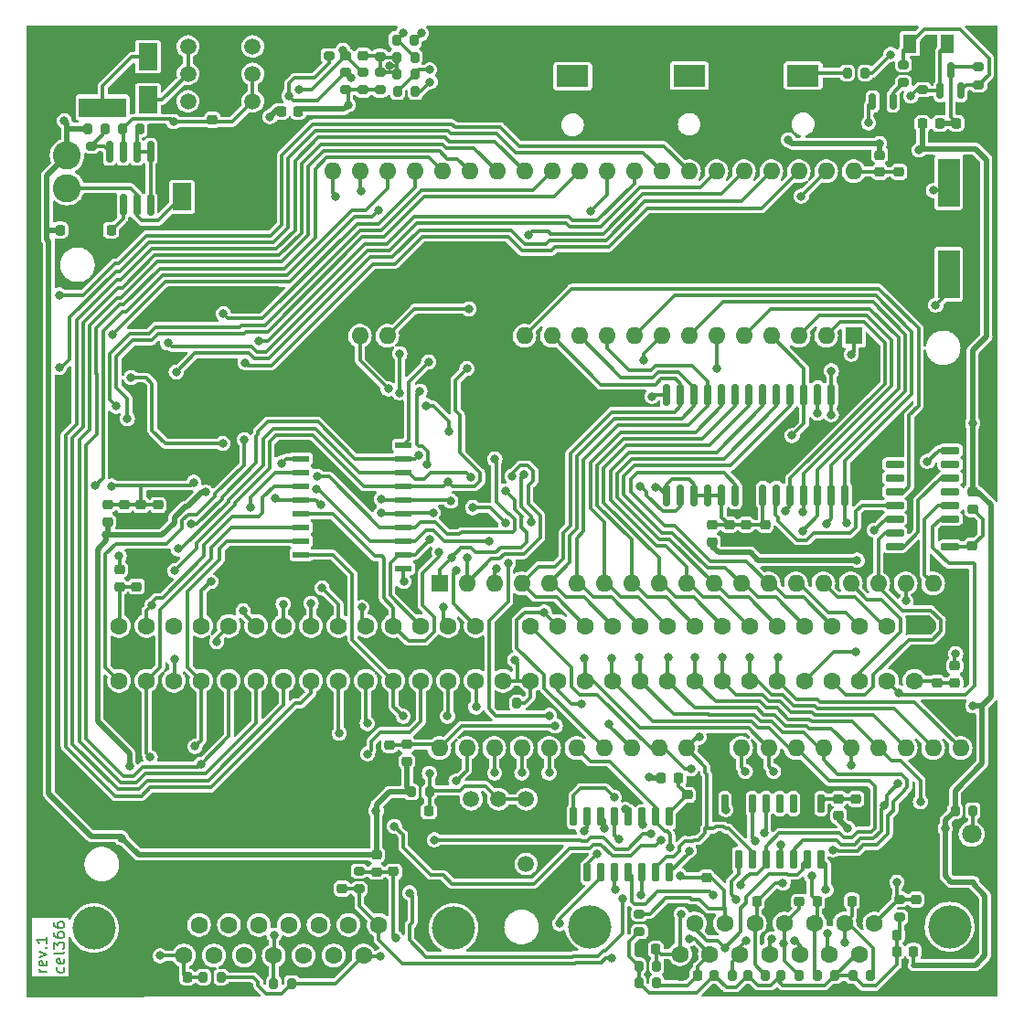
<source format=gbl>
%TF.GenerationSoftware,KiCad,Pcbnew,7.0.11-2.fc39*%
%TF.CreationDate,2024-06-25T10:32:52+03:00*%
%TF.ProjectId,rev.1,7265762e-312e-46b6-9963-61645f706362,rev?*%
%TF.SameCoordinates,Original*%
%TF.FileFunction,Copper,L2,Bot*%
%TF.FilePolarity,Positive*%
%FSLAX46Y46*%
G04 Gerber Fmt 4.6, Leading zero omitted, Abs format (unit mm)*
G04 Created by KiCad (PCBNEW 7.0.11-2.fc39) date 2024-06-25 10:32:52*
%MOMM*%
%LPD*%
G01*
G04 APERTURE LIST*
G04 Aperture macros list*
%AMRoundRect*
0 Rectangle with rounded corners*
0 $1 Rounding radius*
0 $2 $3 $4 $5 $6 $7 $8 $9 X,Y pos of 4 corners*
0 Add a 4 corners polygon primitive as box body*
4,1,4,$2,$3,$4,$5,$6,$7,$8,$9,$2,$3,0*
0 Add four circle primitives for the rounded corners*
1,1,$1+$1,$2,$3*
1,1,$1+$1,$4,$5*
1,1,$1+$1,$6,$7*
1,1,$1+$1,$8,$9*
0 Add four rect primitives between the rounded corners*
20,1,$1+$1,$2,$3,$4,$5,0*
20,1,$1+$1,$4,$5,$6,$7,0*
20,1,$1+$1,$6,$7,$8,$9,0*
20,1,$1+$1,$8,$9,$2,$3,0*%
G04 Aperture macros list end*
%ADD10C,0.150000*%
%TA.AperFunction,NonConductor*%
%ADD11C,0.150000*%
%TD*%
%TA.AperFunction,ComponentPad*%
%ADD12C,4.000000*%
%TD*%
%TA.AperFunction,ComponentPad*%
%ADD13R,1.600000X1.600000*%
%TD*%
%TA.AperFunction,ComponentPad*%
%ADD14C,1.600000*%
%TD*%
%TA.AperFunction,ComponentPad*%
%ADD15C,1.500000*%
%TD*%
%TA.AperFunction,ComponentPad*%
%ADD16R,3.000000X2.000000*%
%TD*%
%TA.AperFunction,ComponentPad*%
%ADD17R,2.000000X3.000000*%
%TD*%
%TA.AperFunction,ComponentPad*%
%ADD18R,4.400000X1.800000*%
%TD*%
%TA.AperFunction,ComponentPad*%
%ADD19O,4.000000X1.800000*%
%TD*%
%TA.AperFunction,ComponentPad*%
%ADD20O,1.800000X4.000000*%
%TD*%
%TA.AperFunction,ComponentPad*%
%ADD21C,2.600000*%
%TD*%
%TA.AperFunction,ComponentPad*%
%ADD22R,1.800000X1.800000*%
%TD*%
%TA.AperFunction,ComponentPad*%
%ADD23C,1.800000*%
%TD*%
%TA.AperFunction,SMDPad,CuDef*%
%ADD24RoundRect,0.200000X-0.275000X0.200000X-0.275000X-0.200000X0.275000X-0.200000X0.275000X0.200000X0*%
%TD*%
%TA.AperFunction,SMDPad,CuDef*%
%ADD25RoundRect,0.225000X0.250000X-0.225000X0.250000X0.225000X-0.250000X0.225000X-0.250000X-0.225000X0*%
%TD*%
%TA.AperFunction,SMDPad,CuDef*%
%ADD26RoundRect,0.225000X-0.250000X0.225000X-0.250000X-0.225000X0.250000X-0.225000X0.250000X0.225000X0*%
%TD*%
%TA.AperFunction,SMDPad,CuDef*%
%ADD27RoundRect,0.225000X0.225000X0.250000X-0.225000X0.250000X-0.225000X-0.250000X0.225000X-0.250000X0*%
%TD*%
%TA.AperFunction,SMDPad,CuDef*%
%ADD28RoundRect,0.218750X0.256250X-0.218750X0.256250X0.218750X-0.256250X0.218750X-0.256250X-0.218750X0*%
%TD*%
%TA.AperFunction,SMDPad,CuDef*%
%ADD29RoundRect,0.218750X0.218750X0.256250X-0.218750X0.256250X-0.218750X-0.256250X0.218750X-0.256250X0*%
%TD*%
%TA.AperFunction,SMDPad,CuDef*%
%ADD30RoundRect,0.200000X0.200000X0.275000X-0.200000X0.275000X-0.200000X-0.275000X0.200000X-0.275000X0*%
%TD*%
%TA.AperFunction,SMDPad,CuDef*%
%ADD31RoundRect,0.218750X-0.256250X0.218750X-0.256250X-0.218750X0.256250X-0.218750X0.256250X0.218750X0*%
%TD*%
%TA.AperFunction,SMDPad,CuDef*%
%ADD32RoundRect,0.150000X0.150000X-0.725000X0.150000X0.725000X-0.150000X0.725000X-0.150000X-0.725000X0*%
%TD*%
%TA.AperFunction,SMDPad,CuDef*%
%ADD33R,2.000000X4.500000*%
%TD*%
%TA.AperFunction,SMDPad,CuDef*%
%ADD34RoundRect,0.200000X0.275000X-0.200000X0.275000X0.200000X-0.275000X0.200000X-0.275000X-0.200000X0*%
%TD*%
%TA.AperFunction,SMDPad,CuDef*%
%ADD35RoundRect,0.200000X-0.200000X-0.275000X0.200000X-0.275000X0.200000X0.275000X-0.200000X0.275000X0*%
%TD*%
%TA.AperFunction,SMDPad,CuDef*%
%ADD36RoundRect,0.218750X-0.218750X-0.256250X0.218750X-0.256250X0.218750X0.256250X-0.218750X0.256250X0*%
%TD*%
%TA.AperFunction,ComponentPad*%
%ADD37O,1.600000X1.600000*%
%TD*%
%TA.AperFunction,SMDPad,CuDef*%
%ADD38RoundRect,0.150000X-0.725000X-0.150000X0.725000X-0.150000X0.725000X0.150000X-0.725000X0.150000X0*%
%TD*%
%TA.AperFunction,SMDPad,CuDef*%
%ADD39RoundRect,0.150000X0.150000X-0.825000X0.150000X0.825000X-0.150000X0.825000X-0.150000X-0.825000X0*%
%TD*%
%TA.AperFunction,SMDPad,CuDef*%
%ADD40RoundRect,0.225000X-0.225000X-0.250000X0.225000X-0.250000X0.225000X0.250000X-0.225000X0.250000X0*%
%TD*%
%TA.AperFunction,SMDPad,CuDef*%
%ADD41R,1.800000X2.500000*%
%TD*%
%TA.AperFunction,SMDPad,CuDef*%
%ADD42R,1.300000X1.700000*%
%TD*%
%TA.AperFunction,SMDPad,CuDef*%
%ADD43RoundRect,0.150000X0.150000X-0.587500X0.150000X0.587500X-0.150000X0.587500X-0.150000X-0.587500X0*%
%TD*%
%TA.AperFunction,SMDPad,CuDef*%
%ADD44R,1.500000X0.600000*%
%TD*%
%TA.AperFunction,SMDPad,CuDef*%
%ADD45RoundRect,0.150000X-0.150000X0.875000X-0.150000X-0.875000X0.150000X-0.875000X0.150000X0.875000X0*%
%TD*%
%TA.AperFunction,SMDPad,CuDef*%
%ADD46RoundRect,0.150000X-0.150000X0.587500X-0.150000X-0.587500X0.150000X-0.587500X0.150000X0.587500X0*%
%TD*%
%TA.AperFunction,ViaPad*%
%ADD47C,0.800000*%
%TD*%
%TA.AperFunction,Conductor*%
%ADD48C,0.310000*%
%TD*%
%TA.AperFunction,Conductor*%
%ADD49C,0.500000*%
%TD*%
G04 APERTURE END LIST*
D10*
D11*
X107069819Y-141773220D02*
X106403152Y-141773220D01*
X106593628Y-141773220D02*
X106498390Y-141725601D01*
X106498390Y-141725601D02*
X106450771Y-141677982D01*
X106450771Y-141677982D02*
X106403152Y-141582744D01*
X106403152Y-141582744D02*
X106403152Y-141487506D01*
X107022200Y-140773220D02*
X107069819Y-140868458D01*
X107069819Y-140868458D02*
X107069819Y-141058934D01*
X107069819Y-141058934D02*
X107022200Y-141154172D01*
X107022200Y-141154172D02*
X106926961Y-141201791D01*
X106926961Y-141201791D02*
X106546009Y-141201791D01*
X106546009Y-141201791D02*
X106450771Y-141154172D01*
X106450771Y-141154172D02*
X106403152Y-141058934D01*
X106403152Y-141058934D02*
X106403152Y-140868458D01*
X106403152Y-140868458D02*
X106450771Y-140773220D01*
X106450771Y-140773220D02*
X106546009Y-140725601D01*
X106546009Y-140725601D02*
X106641247Y-140725601D01*
X106641247Y-140725601D02*
X106736485Y-141201791D01*
X106403152Y-140392267D02*
X107069819Y-140154172D01*
X107069819Y-140154172D02*
X106403152Y-139916077D01*
X106974580Y-139535124D02*
X107022200Y-139487505D01*
X107022200Y-139487505D02*
X107069819Y-139535124D01*
X107069819Y-139535124D02*
X107022200Y-139582743D01*
X107022200Y-139582743D02*
X106974580Y-139535124D01*
X106974580Y-139535124D02*
X107069819Y-139535124D01*
X107069819Y-138535125D02*
X107069819Y-139106553D01*
X107069819Y-138820839D02*
X106069819Y-138820839D01*
X106069819Y-138820839D02*
X106212676Y-138916077D01*
X106212676Y-138916077D02*
X106307914Y-139011315D01*
X106307914Y-139011315D02*
X106355533Y-139106553D01*
X108632200Y-141344649D02*
X108679819Y-141439887D01*
X108679819Y-141439887D02*
X108679819Y-141630363D01*
X108679819Y-141630363D02*
X108632200Y-141725601D01*
X108632200Y-141725601D02*
X108584580Y-141773220D01*
X108584580Y-141773220D02*
X108489342Y-141820839D01*
X108489342Y-141820839D02*
X108203628Y-141820839D01*
X108203628Y-141820839D02*
X108108390Y-141773220D01*
X108108390Y-141773220D02*
X108060771Y-141725601D01*
X108060771Y-141725601D02*
X108013152Y-141630363D01*
X108013152Y-141630363D02*
X108013152Y-141439887D01*
X108013152Y-141439887D02*
X108060771Y-141344649D01*
X108632200Y-140535125D02*
X108679819Y-140630363D01*
X108679819Y-140630363D02*
X108679819Y-140820839D01*
X108679819Y-140820839D02*
X108632200Y-140916077D01*
X108632200Y-140916077D02*
X108536961Y-140963696D01*
X108536961Y-140963696D02*
X108156009Y-140963696D01*
X108156009Y-140963696D02*
X108060771Y-140916077D01*
X108060771Y-140916077D02*
X108013152Y-140820839D01*
X108013152Y-140820839D02*
X108013152Y-140630363D01*
X108013152Y-140630363D02*
X108060771Y-140535125D01*
X108060771Y-140535125D02*
X108156009Y-140487506D01*
X108156009Y-140487506D02*
X108251247Y-140487506D01*
X108251247Y-140487506D02*
X108346485Y-140963696D01*
X108679819Y-139916077D02*
X108632200Y-140011315D01*
X108632200Y-140011315D02*
X108536961Y-140058934D01*
X108536961Y-140058934D02*
X107679819Y-140058934D01*
X107679819Y-139630362D02*
X107679819Y-139011315D01*
X107679819Y-139011315D02*
X108060771Y-139344648D01*
X108060771Y-139344648D02*
X108060771Y-139201791D01*
X108060771Y-139201791D02*
X108108390Y-139106553D01*
X108108390Y-139106553D02*
X108156009Y-139058934D01*
X108156009Y-139058934D02*
X108251247Y-139011315D01*
X108251247Y-139011315D02*
X108489342Y-139011315D01*
X108489342Y-139011315D02*
X108584580Y-139058934D01*
X108584580Y-139058934D02*
X108632200Y-139106553D01*
X108632200Y-139106553D02*
X108679819Y-139201791D01*
X108679819Y-139201791D02*
X108679819Y-139487505D01*
X108679819Y-139487505D02*
X108632200Y-139582743D01*
X108632200Y-139582743D02*
X108584580Y-139630362D01*
X107679819Y-138154172D02*
X107679819Y-138344648D01*
X107679819Y-138344648D02*
X107727438Y-138439886D01*
X107727438Y-138439886D02*
X107775057Y-138487505D01*
X107775057Y-138487505D02*
X107917914Y-138582743D01*
X107917914Y-138582743D02*
X108108390Y-138630362D01*
X108108390Y-138630362D02*
X108489342Y-138630362D01*
X108489342Y-138630362D02*
X108584580Y-138582743D01*
X108584580Y-138582743D02*
X108632200Y-138535124D01*
X108632200Y-138535124D02*
X108679819Y-138439886D01*
X108679819Y-138439886D02*
X108679819Y-138249410D01*
X108679819Y-138249410D02*
X108632200Y-138154172D01*
X108632200Y-138154172D02*
X108584580Y-138106553D01*
X108584580Y-138106553D02*
X108489342Y-138058934D01*
X108489342Y-138058934D02*
X108251247Y-138058934D01*
X108251247Y-138058934D02*
X108156009Y-138106553D01*
X108156009Y-138106553D02*
X108108390Y-138154172D01*
X108108390Y-138154172D02*
X108060771Y-138249410D01*
X108060771Y-138249410D02*
X108060771Y-138439886D01*
X108060771Y-138439886D02*
X108108390Y-138535124D01*
X108108390Y-138535124D02*
X108156009Y-138582743D01*
X108156009Y-138582743D02*
X108251247Y-138630362D01*
X107679819Y-137201791D02*
X107679819Y-137392267D01*
X107679819Y-137392267D02*
X107727438Y-137487505D01*
X107727438Y-137487505D02*
X107775057Y-137535124D01*
X107775057Y-137535124D02*
X107917914Y-137630362D01*
X107917914Y-137630362D02*
X108108390Y-137677981D01*
X108108390Y-137677981D02*
X108489342Y-137677981D01*
X108489342Y-137677981D02*
X108584580Y-137630362D01*
X108584580Y-137630362D02*
X108632200Y-137582743D01*
X108632200Y-137582743D02*
X108679819Y-137487505D01*
X108679819Y-137487505D02*
X108679819Y-137297029D01*
X108679819Y-137297029D02*
X108632200Y-137201791D01*
X108632200Y-137201791D02*
X108584580Y-137154172D01*
X108584580Y-137154172D02*
X108489342Y-137106553D01*
X108489342Y-137106553D02*
X108251247Y-137106553D01*
X108251247Y-137106553D02*
X108156009Y-137154172D01*
X108156009Y-137154172D02*
X108108390Y-137201791D01*
X108108390Y-137201791D02*
X108060771Y-137297029D01*
X108060771Y-137297029D02*
X108060771Y-137487505D01*
X108060771Y-137487505D02*
X108108390Y-137582743D01*
X108108390Y-137582743D02*
X108156009Y-137630362D01*
X108156009Y-137630362D02*
X108251247Y-137677981D01*
D12*
%TO.P,X5,0*%
%TO.N,N/C*%
X157350000Y-137580000D03*
X190650000Y-137580000D03*
D13*
%TO.P,X5,1*%
%TO.N,GNDD*%
X164305000Y-137280000D03*
D14*
%TO.P,X5,2*%
%TO.N,/J1D0*%
X167075000Y-137280000D03*
%TO.P,X5,3*%
%TO.N,/IRQ*%
X169845000Y-137280000D03*
%TO.P,X5,4*%
%TO.N,/J2D4*%
X172615000Y-137280000D03*
%TO.P,X5,5*%
%TO.N,/J2D3*%
X175385000Y-137280000D03*
%TO.P,X5,6*%
%TO.N,/J2D2*%
X178155000Y-137280000D03*
%TO.P,X5,7*%
%TO.N,/J2D1*%
X180925000Y-137280000D03*
%TO.P,X5,8*%
%TO.N,/J2D0*%
X183695000Y-137280000D03*
%TO.P,X5,9*%
%TO.N,/J2CLK*%
X165690000Y-140120000D03*
%TO.P,X5,10*%
%TO.N,/OUT2*%
X168460000Y-140120000D03*
%TO.P,X5,11*%
%TO.N,/OUT1*%
X171230000Y-140120000D03*
%TO.P,X5,12*%
%TO.N,/OUT0*%
X174000000Y-140120000D03*
%TO.P,X5,13*%
%TO.N,/J1D1*%
X176770000Y-140120000D03*
%TO.P,X5,14*%
%TO.N,/J1CLK*%
X179540000Y-140120000D03*
%TO.P,X5,15*%
%TO.N,Net-(C44-Pad1)*%
X182310000Y-140120000D03*
%TD*%
D15*
%TO.P,SW2,1,1*%
%TO.N,unconnected-(SW2-Pad1)*%
X120125000Y-61150000D03*
%TO.P,SW2,2,2*%
%TO.N,Net-(D1-K)*%
X120125000Y-58610000D03*
%TO.P,SW2,3,3*%
X120125000Y-56070000D03*
%TO.P,SW2,4,4*%
%TO.N,Net-(DA1-Vin)*%
X126125000Y-61150000D03*
%TO.P,SW2,5,5*%
X126125000Y-58610000D03*
%TO.P,SW2,6,6*%
%TO.N,unconnected-(SW2-Pad6)*%
X126125000Y-56070000D03*
%TD*%
D16*
%TO.P,X4,1,Pin_1*%
%TO.N,Net-(X4-Pin_1)*%
X155745000Y-58820000D03*
D17*
%TO.P,X4,2,Pin_2*%
%TO.N,GNDD*%
X159495000Y-62320000D03*
%TO.P,X4,3,Pin_3*%
X151995000Y-62320000D03*
%TD*%
D12*
%TO.P,X2,0*%
%TO.N,N/C*%
X111425000Y-137710000D03*
X144725000Y-137710000D03*
D13*
%TO.P,X2,1*%
%TO.N,GNDD*%
X118380000Y-137410000D03*
D14*
%TO.P,X2,2*%
%TO.N,unconnected-(X2-Pad2)*%
X121150000Y-137410000D03*
%TO.P,X2,3*%
%TO.N,unconnected-(X2-Pad3)*%
X123920000Y-137410000D03*
%TO.P,X2,4*%
%TO.N,unconnected-(X2-Pad4)*%
X126690000Y-137410000D03*
%TO.P,X2,5*%
%TO.N,unconnected-(X2-Pad5)*%
X129460000Y-137410000D03*
%TO.P,X2,6*%
%TO.N,unconnected-(X2-Pad6)*%
X132230000Y-137410000D03*
%TO.P,X2,7*%
%TO.N,unconnected-(X2-Pad7)*%
X135000000Y-137410000D03*
%TO.P,X2,8*%
%TO.N,/J1D0*%
X137770000Y-137410000D03*
%TO.P,X2,9*%
%TO.N,/J1CLK*%
X119765000Y-140250000D03*
%TO.P,X2,10*%
%TO.N,unconnected-(X2-Pad10)*%
X122535000Y-140250000D03*
%TO.P,X2,11*%
%TO.N,unconnected-(X2-Pad11)*%
X125305000Y-140250000D03*
%TO.P,X2,12*%
%TO.N,/OUT0*%
X128075000Y-140250000D03*
%TO.P,X2,13*%
%TO.N,unconnected-(X2-Pad13)*%
X130845000Y-140250000D03*
%TO.P,X2,14*%
%TO.N,unconnected-(X2-Pad14)*%
X133615000Y-140250000D03*
%TO.P,X2,15*%
%TO.N,Net-(C22-Pad1)*%
X136385000Y-140250000D03*
%TD*%
D18*
%TO.P,X1,1,Pin_1*%
%TO.N,Net-(D1-A)*%
X112215000Y-61710000D03*
D19*
%TO.P,X1,2,Pin_2*%
%TO.N,GNDD*%
X112215000Y-55910000D03*
D20*
%TO.P,X1,3,Pin_3*%
X107415000Y-58710000D03*
%TD*%
D21*
%TO.P,L4,1*%
%TO.N,Net-(D2-K)*%
X108925000Y-69180000D03*
%TO.P,L4,2*%
%TO.N,+5V*%
X108925000Y-66180000D03*
%TD*%
D15*
%TO.P,SW1,1,1*%
%TO.N,unconnected-(SW1-Pad1)*%
X151435000Y-131770000D03*
%TO.P,SW1,2,2*%
%TO.N,GNDD*%
X148895000Y-131770000D03*
%TO.P,SW1,3,3*%
X146355000Y-131770000D03*
%TO.P,SW1,4,4*%
%TO.N,/RESET*%
X151435000Y-125770000D03*
%TO.P,SW1,5,5*%
X148895000Y-125770000D03*
%TO.P,SW1,6,6*%
%TO.N,unconnected-(SW1-Pad6)*%
X146355000Y-125770000D03*
%TD*%
D16*
%TO.P,X6,1,Pin_1*%
%TO.N,Net-(X6-Pin_1)*%
X177085000Y-58750000D03*
D17*
%TO.P,X6,2,Pin_2*%
%TO.N,GNDD*%
X180835000Y-62250000D03*
%TO.P,X6,3,Pin_3*%
X173335000Y-62250000D03*
%TD*%
D22*
%TO.P,D3,1,K*%
%TO.N,GNDD*%
X192695000Y-131540000D03*
D23*
%TO.P,D3,2,A*%
%TO.N,Net-(D3-A)*%
X192695000Y-129000000D03*
%TD*%
D13*
%TO.P,XP1,1,GND*%
%TO.N,GNDD*%
X187415000Y-109730000D03*
D14*
%TO.P,XP1,2,A11*%
%TO.N,/A11*%
X184875000Y-109730000D03*
%TO.P,XP1,3,A10*%
%TO.N,/A10*%
X182335000Y-109730000D03*
%TO.P,XP1,4,A9*%
%TO.N,/A9*%
X179795000Y-109730000D03*
%TO.P,XP1,5,A8*%
%TO.N,/A8*%
X177255000Y-109730000D03*
%TO.P,XP1,6,A7*%
%TO.N,/A7*%
X174715000Y-109730000D03*
%TO.P,XP1,7,A6*%
%TO.N,/A6*%
X172175000Y-109730000D03*
%TO.P,XP1,8,A5*%
%TO.N,/A5*%
X169635000Y-109730000D03*
%TO.P,XP1,9,A4*%
%TO.N,/A4*%
X167095000Y-109730000D03*
%TO.P,XP1,10,A3*%
%TO.N,/A3*%
X164555000Y-109730000D03*
%TO.P,XP1,11,A2*%
%TO.N,/A2*%
X162015000Y-109730000D03*
%TO.P,XP1,12,A1*%
%TO.N,/A1*%
X159475000Y-109730000D03*
%TO.P,XP1,13,A0*%
%TO.N,/A0*%
X156935000Y-109730000D03*
%TO.P,XP1,14,~{WR}*%
%TO.N,/R_W*%
X154395000Y-109730000D03*
%TO.P,XP1,15,~{IRQ}*%
%TO.N,/IRQ*%
X151855000Y-109730000D03*
%TO.P,XP1,16,GND*%
%TO.N,GNDD*%
X149315000Y-109730000D03*
%TO.P,XP1,17,PRD*%
%TO.N,/PRD*%
X146775000Y-109730000D03*
%TO.P,XP1,18,VA10*%
%TO.N,/VA10*%
X144235000Y-109730000D03*
%TO.P,XP1,19,PA6*%
%TO.N,/PA6*%
X141695000Y-109730000D03*
%TO.P,XP1,20,PA5*%
%TO.N,/PA5*%
X139155000Y-109730000D03*
%TO.P,XP1,21,PA4*%
%TO.N,/PA4*%
X136615000Y-109730000D03*
%TO.P,XP1,22,PA3*%
%TO.N,/PA3*%
X134075000Y-109730000D03*
%TO.P,XP1,23,PA2*%
%TO.N,/PA2*%
X131535000Y-109730000D03*
%TO.P,XP1,24,PA1*%
%TO.N,/PA1*%
X128995000Y-109730000D03*
%TO.P,XP1,25,PA0*%
%TO.N,/PA0*%
X126455000Y-109730000D03*
%TO.P,XP1,26,PAD0*%
%TO.N,/PAD0*%
X123915000Y-109730000D03*
%TO.P,XP1,27,PAD1*%
%TO.N,/PAD1*%
X121375000Y-109730000D03*
%TO.P,XP1,28,PAD2*%
%TO.N,/PAD2*%
X118835000Y-109730000D03*
%TO.P,XP1,29,PAD3*%
%TO.N,/PAD3*%
X116295000Y-109730000D03*
%TO.P,XP1,30,VCC*%
%TO.N,Net-(C19-Pad1)*%
X113755000Y-109730000D03*
%TO.P,XP1,31,VCC*%
%TO.N,Net-(C25-Pad1)*%
X187415000Y-114810000D03*
%TO.P,XP1,32,F2*%
%TO.N,/F2*%
X184875000Y-114810000D03*
%TO.P,XP1,33,A12*%
%TO.N,/A12*%
X182335000Y-114810000D03*
%TO.P,XP1,34,A13*%
%TO.N,/A13*%
X179795000Y-114810000D03*
%TO.P,XP1,35,A14*%
%TO.N,/A14*%
X177255000Y-114810000D03*
%TO.P,XP1,36,D7*%
%TO.N,/D7*%
X174715000Y-114810000D03*
%TO.P,XP1,37,D6*%
%TO.N,/D6*%
X172175000Y-114810000D03*
%TO.P,XP1,38,D5*%
%TO.N,/D5*%
X169635000Y-114810000D03*
%TO.P,XP1,39,D4*%
%TO.N,/D4*%
X167095000Y-114810000D03*
%TO.P,XP1,40,D3*%
%TO.N,/D3*%
X164555000Y-114810000D03*
%TO.P,XP1,41,D2*%
%TO.N,/D2*%
X162015000Y-114810000D03*
%TO.P,XP1,42,D1*%
%TO.N,/D1*%
X159475000Y-114810000D03*
%TO.P,XP1,43,D0*%
%TO.N,/D0*%
X156935000Y-114810000D03*
%TO.P,XP1,44,~{CSROM}*%
%TO.N,/CART*%
X154395000Y-114810000D03*
%TO.P,XP1,45,SIN*%
%TO.N,/SOUT*%
X151855000Y-114810000D03*
%TO.P,XP1,46,SOUT*%
X149315000Y-114810000D03*
%TO.P,XP1,47,~{VWR}*%
%TO.N,/PWR*%
X146775000Y-114810000D03*
%TO.P,XP1,48,~{VCS}*%
%TO.N,/VRAM*%
X144235000Y-114810000D03*
%TO.P,XP1,49,~{PA13}*%
%TO.N,/nPA13*%
X141695000Y-114810000D03*
%TO.P,XP1,50,PA7*%
%TO.N,/PA7*%
X139155000Y-114810000D03*
%TO.P,XP1,51,PA8*%
%TO.N,/PA8*%
X136615000Y-114810000D03*
%TO.P,XP1,52,PA9*%
%TO.N,/PA9*%
X134075000Y-114810000D03*
%TO.P,XP1,53,PA10*%
%TO.N,/PA10*%
X131535000Y-114810000D03*
%TO.P,XP1,54,PA11*%
%TO.N,/PA11*%
X128995000Y-114810000D03*
%TO.P,XP1,55,PA12*%
%TO.N,/PA12*%
X126455000Y-114810000D03*
%TO.P,XP1,56,PA13*%
%TO.N,/PA13*%
X123915000Y-114810000D03*
%TO.P,XP1,57,PAD7*%
%TO.N,/PAD7*%
X121375000Y-114810000D03*
%TO.P,XP1,58,PAD6*%
%TO.N,/PAD6*%
X118835000Y-114810000D03*
%TO.P,XP1,59,PAD5*%
%TO.N,/PAD5*%
X116295000Y-114810000D03*
%TO.P,XP1,60,PAD4*%
%TO.N,/PAD4*%
X113755000Y-114810000D03*
%TD*%
D16*
%TO.P,X3,1,Pin_1*%
%TO.N,Net-(X3-Pin_1)*%
X166545000Y-58770000D03*
D17*
%TO.P,X3,2,Pin_2*%
%TO.N,GNDD*%
X170295000Y-62270000D03*
%TO.P,X3,3,Pin_3*%
X162795000Y-62270000D03*
%TD*%
D24*
%TO.P,R36,1*%
%TO.N,/IRQ*%
X161945000Y-136385000D03*
%TO.P,R36,2*%
%TO.N,Net-(C44-Pad1)*%
X161945000Y-138035000D03*
%TD*%
D25*
%TO.P,C6,1*%
%TO.N,Net-(DD4-VCC)*%
X192765000Y-102325000D03*
%TO.P,C6,2*%
%TO.N,GNDD*%
X192765000Y-100775000D03*
%TD*%
D26*
%TO.P,C4,1*%
%TO.N,Net-(DD1-VCC)*%
X138815000Y-120740000D03*
%TO.P,C4,2*%
%TO.N,GNDD*%
X138815000Y-122290000D03*
%TD*%
D27*
%TO.P,C39,1*%
%TO.N,/OUT2*%
X167330000Y-142060000D03*
%TO.P,C39,2*%
%TO.N,GNDD*%
X165780000Y-142060000D03*
%TD*%
D28*
%TO.P,L7,1*%
%TO.N,+5V*%
X112685000Y-100077500D03*
%TO.P,L7,2*%
%TO.N,Net-(DD6-A12)*%
X112685000Y-98502500D03*
%TD*%
D26*
%TO.P,C12,1*%
%TO.N,Net-(DD5-A10)*%
X171815000Y-100365000D03*
%TO.P,C12,2*%
%TO.N,GNDD*%
X171815000Y-101915000D03*
%TD*%
D29*
%TO.P,L16,1*%
%TO.N,+5V*%
X187334500Y-139865000D03*
%TO.P,L16,2*%
%TO.N,Net-(C44-Pad1)*%
X185759500Y-139865000D03*
%TD*%
D24*
%TO.P,R19,1*%
%TO.N,Net-(DA2.1-+)*%
X136345000Y-58435000D03*
%TO.P,R19,2*%
%TO.N,+5VA*%
X136345000Y-60085000D03*
%TD*%
D30*
%TO.P,R30,1*%
%TO.N,/J2D1*%
X183350000Y-142110000D03*
%TO.P,R30,2*%
%TO.N,Net-(C44-Pad1)*%
X181700000Y-142110000D03*
%TD*%
D31*
%TO.P,L11,1*%
%TO.N,+5V*%
X137590000Y-130922500D03*
%TO.P,L11,2*%
%TO.N,Net-(C22-Pad1)*%
X137590000Y-132497500D03*
%TD*%
D27*
%TO.P,C21,1*%
%TO.N,/J1CLK*%
X120050000Y-142260000D03*
%TO.P,C21,2*%
%TO.N,GNDD*%
X118500000Y-142260000D03*
%TD*%
D32*
%TO.P,DD8,1,E1*%
%TO.N,/JOY2*%
X164710000Y-132560000D03*
%TO.P,DD8,2,D0*%
%TO.N,/F2*%
X163440000Y-132560000D03*
%TO.P,DD8,3,Q0*%
%TO.N,/J2CLK*%
X162170000Y-132560000D03*
%TO.P,DD8,4,D1*%
%TO.N,/J2D1*%
X160900000Y-132560000D03*
%TO.P,DD8,5,Q1*%
%TO.N,/D1*%
X159630000Y-132560000D03*
%TO.P,DD8,6,D2*%
%TO.N,/J2D3*%
X158360000Y-132560000D03*
%TO.P,DD8,7,Q2*%
%TO.N,/D3*%
X157090000Y-132560000D03*
%TO.P,DD8,8,GND*%
%TO.N,GNDD*%
X155820000Y-132560000D03*
%TO.P,DD8,9,Q3*%
%TO.N,/D4*%
X155820000Y-127410000D03*
%TO.P,DD8,10,D3*%
%TO.N,/J2D4*%
X157090000Y-127410000D03*
%TO.P,DD8,11,Q4*%
%TO.N,/D2*%
X158360000Y-127410000D03*
%TO.P,DD8,12,D4*%
%TO.N,/J2D2*%
X159630000Y-127410000D03*
%TO.P,DD8,13,Q5*%
%TO.N,/D0*%
X160900000Y-127410000D03*
%TO.P,DD8,14,D5*%
%TO.N,/J2D0*%
X162170000Y-127410000D03*
%TO.P,DD8,15,E2*%
%TO.N,/JOY2*%
X163440000Y-127410000D03*
%TO.P,DD8,16,VCC*%
%TO.N,Net-(DD8-VCC)*%
X164710000Y-127410000D03*
%TD*%
D24*
%TO.P,R22,1*%
%TO.N,GNDD*%
X133175000Y-55265000D03*
%TO.P,R22,2*%
%TO.N,Net-(DA2.2-+)*%
X133175000Y-56915000D03*
%TD*%
D33*
%TO.P,Z1,1,1*%
%TO.N,Net-(DD9-1A)*%
X190575000Y-68660000D03*
%TO.P,Z1,2,2*%
%TO.N,Net-(DD9-1Y)*%
X190575000Y-77160000D03*
%TD*%
D31*
%TO.P,L10,1*%
%TO.N,+5V*%
X113775000Y-104505000D03*
%TO.P,L10,2*%
%TO.N,Net-(C19-Pad1)*%
X113775000Y-106080000D03*
%TD*%
D27*
%TO.P,C1,1*%
%TO.N,/RESET*%
X142430000Y-126870000D03*
%TO.P,C1,2*%
%TO.N,GNDD*%
X140880000Y-126870000D03*
%TD*%
D34*
%TO.P,R32,1*%
%TO.N,Net-(Q1-E)*%
X186395000Y-59400000D03*
%TO.P,R32,2*%
%TO.N,Net-(D4-K)*%
X186395000Y-57750000D03*
%TD*%
D35*
%TO.P,R3,1*%
%TO.N,Net-(DA1-Vin)*%
X114030000Y-63710000D03*
%TO.P,R3,2*%
%TO.N,Net-(DA1-DC)*%
X115680000Y-63710000D03*
%TD*%
D36*
%TO.P,L14,1*%
%TO.N,+5V*%
X188147500Y-63200000D03*
%TO.P,L14,2*%
%TO.N,Net-(Q2-C)*%
X189722500Y-63200000D03*
%TD*%
D26*
%TO.P,C17,1*%
%TO.N,Net-(DD7-VCC)*%
X181995000Y-125745000D03*
%TO.P,C17,2*%
%TO.N,GNDD*%
X181995000Y-127295000D03*
%TD*%
D34*
%TO.P,R5,1*%
%TO.N,GNDD*%
X111195000Y-66915000D03*
%TO.P,R5,2*%
%TO.N,Net-(DA1-Vfb)*%
X111195000Y-65265000D03*
%TD*%
D13*
%TO.P,DD2,1,R/W*%
%TO.N,/R_W*%
X181770000Y-82865000D03*
D37*
%TO.P,DD2,2,D0*%
%TO.N,/D0*%
X179230000Y-82865000D03*
%TO.P,DD2,3,D1*%
%TO.N,/D1*%
X176690000Y-82865000D03*
%TO.P,DD2,4,D2*%
%TO.N,/D2*%
X174150000Y-82865000D03*
%TO.P,DD2,5,D3*%
%TO.N,/D3*%
X171610000Y-82865000D03*
%TO.P,DD2,6,D4*%
%TO.N,/D4*%
X169070000Y-82865000D03*
%TO.P,DD2,7,D5*%
%TO.N,/D5*%
X166530000Y-82865000D03*
%TO.P,DD2,8,D6*%
%TO.N,/D6*%
X163990000Y-82865000D03*
%TO.P,DD2,9,D7*%
%TO.N,/D7*%
X161450000Y-82865000D03*
%TO.P,DD2,10,A2*%
%TO.N,/A2*%
X158910000Y-82865000D03*
%TO.P,DD2,11,A1*%
%TO.N,/A1*%
X156370000Y-82865000D03*
%TO.P,DD2,12,A0*%
%TO.N,/A0*%
X153830000Y-82865000D03*
%TO.P,DD2,13,STB*%
%TO.N,Net-(DD2-STB)*%
X151290000Y-82865000D03*
%TO.P,DD2,14,EXT0*%
%TO.N,GNDD*%
X148750000Y-82865000D03*
%TO.P,DD2,15,EXT1*%
X146210000Y-82865000D03*
%TO.P,DD2,16,EXT2*%
X143670000Y-82865000D03*
%TO.P,DD2,17,EXT3*%
X141130000Y-82865000D03*
%TO.P,DD2,18,CLK*%
%TO.N,/PPU_CLK*%
X138590000Y-82865000D03*
%TO.P,DD2,19,NMI*%
%TO.N,Net-(DD1-NMI)*%
X136050000Y-82865000D03*
%TO.P,DD2,20,GND*%
%TO.N,GNDD*%
X133510000Y-82865000D03*
%TO.P,DD2,21,VIDEO*%
%TO.N,/VIDEO*%
X133510000Y-67625000D03*
%TO.P,DD2,22,RES*%
%TO.N,/RESET*%
X136050000Y-67625000D03*
%TO.P,DD2,23,PWR*%
%TO.N,/PWR*%
X138590000Y-67625000D03*
%TO.P,DD2,24,PRD*%
%TO.N,/PRD*%
X141130000Y-67625000D03*
%TO.P,DD2,25,PA13*%
%TO.N,/PA13*%
X143670000Y-67625000D03*
%TO.P,DD2,26,PA12*%
%TO.N,/PA12*%
X146210000Y-67625000D03*
%TO.P,DD2,27,PA11*%
%TO.N,/PA11*%
X148750000Y-67625000D03*
%TO.P,DD2,28,PA10*%
%TO.N,/PA10*%
X151290000Y-67625000D03*
%TO.P,DD2,29,PA9*%
%TO.N,/PA9*%
X153830000Y-67625000D03*
%TO.P,DD2,30,PA8*%
%TO.N,/PA8*%
X156370000Y-67625000D03*
%TO.P,DD2,31,PAD7*%
%TO.N,/PAD7*%
X158910000Y-67625000D03*
%TO.P,DD2,32,PAD6*%
%TO.N,/PAD6*%
X161450000Y-67625000D03*
%TO.P,DD2,33,PAD5*%
%TO.N,/PAD5*%
X163990000Y-67625000D03*
%TO.P,DD2,34,PAD4*%
%TO.N,/PAD4*%
X166530000Y-67625000D03*
%TO.P,DD2,35,PAD3*%
%TO.N,/PAD3*%
X169070000Y-67625000D03*
%TO.P,DD2,36,PAD2*%
%TO.N,/PAD2*%
X171610000Y-67625000D03*
%TO.P,DD2,37,PAD1*%
%TO.N,/PAD1*%
X174150000Y-67625000D03*
%TO.P,DD2,38,PAD0*%
%TO.N,/PAD0*%
X176690000Y-67625000D03*
%TO.P,DD2,39,PALE*%
%TO.N,/LE*%
X179230000Y-67625000D03*
%TO.P,DD2,40,VCC*%
%TO.N,Net-(DD2-VCC)*%
X181770000Y-67625000D03*
%TD*%
D38*
%TO.P,DD4,1,EA*%
%TO.N,Net-(DD4-B1)*%
X185570000Y-102355000D03*
%TO.P,DD4,2,DA0*%
%TO.N,/A13*%
X185570000Y-101085000D03*
%TO.P,DD4,3,DA1*%
%TO.N,/A14*%
X185570000Y-99815000D03*
%TO.P,DD4,4,A0*%
%TO.N,Net-(DD4-A0)*%
X185570000Y-98545000D03*
%TO.P,DD4,5,A1*%
%TO.N,Net-(DD2-STB)*%
X185570000Y-97275000D03*
%TO.P,DD4,6,A2*%
%TO.N,unconnected-(DD4-A2-Pad6)*%
X185570000Y-96005000D03*
%TO.P,DD4,7,A3*%
%TO.N,unconnected-(DD4-A3-Pad7)*%
X185570000Y-94735000D03*
%TO.P,DD4,8,GND*%
%TO.N,GNDD*%
X185570000Y-93465000D03*
%TO.P,DD4,9,B3*%
%TO.N,/CART*%
X190720000Y-93465000D03*
%TO.P,DD4,10,B2*%
%TO.N,unconnected-(DD4-B2-Pad10)*%
X190720000Y-94735000D03*
%TO.P,DD4,11,B1*%
%TO.N,Net-(DD4-B1)*%
X190720000Y-96005000D03*
%TO.P,DD4,12,B0*%
%TO.N,unconnected-(DD4-B0-Pad12)*%
X190720000Y-97275000D03*
%TO.P,DD4,13,DB1*%
%TO.N,/A15*%
X190720000Y-98545000D03*
%TO.P,DD4,14,DB0*%
%TO.N,/F2*%
X190720000Y-99815000D03*
%TO.P,DD4,15,EB*%
%TO.N,GNDD*%
X190720000Y-101085000D03*
%TO.P,DD4,16,VCC*%
%TO.N,Net-(DD4-VCC)*%
X190720000Y-102355000D03*
%TD*%
D30*
%TO.P,R40,1*%
%TO.N,/OUT2*%
X163530000Y-142760000D03*
%TO.P,R40,2*%
%TO.N,Net-(C44-Pad1)*%
X161880000Y-142760000D03*
%TD*%
D26*
%TO.P,C16,1*%
%TO.N,Net-(DD6-A12)*%
X117355000Y-98535000D03*
%TO.P,C16,2*%
%TO.N,GNDD*%
X117355000Y-100085000D03*
%TD*%
D39*
%TO.P,DA1,1,SwC*%
%TO.N,Net-(DA1-DC)*%
X116670000Y-70765000D03*
%TO.P,DA1,2,SwE*%
%TO.N,Net-(D2-K)*%
X115400000Y-70765000D03*
%TO.P,DA1,3,TC*%
%TO.N,Net-(DA1-TC)*%
X114130000Y-70765000D03*
%TO.P,DA1,4,GND*%
%TO.N,GNDD*%
X112860000Y-70765000D03*
%TO.P,DA1,5,Vfb*%
%TO.N,Net-(DA1-Vfb)*%
X112860000Y-65815000D03*
%TO.P,DA1,6,Vin*%
%TO.N,Net-(DA1-Vin)*%
X114130000Y-65815000D03*
%TO.P,DA1,7,Ipk*%
%TO.N,Net-(DA1-DC)*%
X115400000Y-65815000D03*
%TO.P,DA1,8,DC*%
X116670000Y-65815000D03*
%TD*%
D27*
%TO.P,C7,1*%
%TO.N,Net-(DA1-TC)*%
X113015000Y-73070000D03*
%TO.P,C7,2*%
%TO.N,GNDD*%
X111465000Y-73070000D03*
%TD*%
D26*
%TO.P,C15,1*%
%TO.N,Net-(DD6-A12)*%
X115785000Y-98535000D03*
%TO.P,C15,2*%
%TO.N,GNDD*%
X115785000Y-100085000D03*
%TD*%
D25*
%TO.P,C22,1*%
%TO.N,Net-(C22-Pad1)*%
X139170000Y-132485000D03*
%TO.P,C22,2*%
%TO.N,GNDD*%
X139170000Y-130935000D03*
%TD*%
D32*
%TO.P,DD7,1,E1*%
%TO.N,/JOY1*%
X178740000Y-131335000D03*
%TO.P,DD7,2,D0*%
%TO.N,/J1D0*%
X177470000Y-131335000D03*
%TO.P,DD7,3,Q0*%
%TO.N,/D0*%
X176200000Y-131335000D03*
%TO.P,DD7,4,D1*%
%TO.N,/J1D1*%
X174930000Y-131335000D03*
%TO.P,DD7,5,Q1*%
%TO.N,/D1*%
X173660000Y-131335000D03*
%TO.P,DD7,6,D2*%
%TO.N,/F2*%
X172390000Y-131335000D03*
%TO.P,DD7,7,Q2*%
%TO.N,/J1CLK*%
X171120000Y-131335000D03*
%TO.P,DD7,8,GND*%
%TO.N,GNDD*%
X169850000Y-131335000D03*
%TO.P,DD7,9,Q3*%
%TO.N,/D2*%
X169850000Y-126185000D03*
%TO.P,DD7,10,D3*%
%TO.N,GNDD*%
X171120000Y-126185000D03*
%TO.P,DD7,11,Q4*%
%TO.N,/nPA13*%
X172390000Y-126185000D03*
%TO.P,DD7,12,D4*%
%TO.N,/PA13*%
X173660000Y-126185000D03*
%TO.P,DD7,13,Q5*%
%TO.N,unconnected-(DD7-Q5-Pad13)*%
X174930000Y-126185000D03*
%TO.P,DD7,14,D5*%
%TO.N,unconnected-(DD7-D5-Pad14)*%
X176200000Y-126185000D03*
%TO.P,DD7,15,E2*%
%TO.N,GNDD*%
X177470000Y-126185000D03*
%TO.P,DD7,16,VCC*%
%TO.N,Net-(DD7-VCC)*%
X178740000Y-126185000D03*
%TD*%
D30*
%TO.P,R26,1*%
%TO.N,Net-(DA2.2--)*%
X141150000Y-58610000D03*
%TO.P,R26,2*%
%TO.N,Net-(C26-Pad1)*%
X139500000Y-58610000D03*
%TD*%
D35*
%TO.P,R8,1*%
%TO.N,/J1CLK*%
X121550000Y-142260000D03*
%TO.P,R8,2*%
%TO.N,Net-(C22-Pad1)*%
X123200000Y-142260000D03*
%TD*%
D24*
%TO.P,R20,1*%
%TO.N,GNDD*%
X134745000Y-55295000D03*
%TO.P,R20,2*%
%TO.N,Net-(DA2.1-+)*%
X134745000Y-56945000D03*
%TD*%
D26*
%TO.P,C2,1*%
%TO.N,Net-(DA1-Vin)*%
X122385000Y-62865000D03*
%TO.P,C2,2*%
%TO.N,GNDD*%
X122385000Y-64415000D03*
%TD*%
D40*
%TO.P,C10,1*%
%TO.N,+5V*%
X108290000Y-73060000D03*
%TO.P,C10,2*%
%TO.N,GNDD*%
X109840000Y-73060000D03*
%TD*%
D30*
%TO.P,R12,1*%
%TO.N,/SOUT*%
X150600000Y-116880000D03*
%TO.P,R12,2*%
%TO.N,GNDD*%
X148950000Y-116880000D03*
%TD*%
D27*
%TO.P,C35,1*%
%TO.N,/J2CLK*%
X163460000Y-139680000D03*
%TO.P,C35,2*%
%TO.N,GNDD*%
X161910000Y-139680000D03*
%TD*%
D28*
%TO.P,L8,1*%
%TO.N,+5V*%
X180385000Y-127297500D03*
%TO.P,L8,2*%
%TO.N,Net-(DD7-VCC)*%
X180385000Y-125722500D03*
%TD*%
D30*
%TO.P,R6,1*%
%TO.N,Net-(D3-A)*%
X192810000Y-126850000D03*
%TO.P,R6,2*%
%TO.N,+5V*%
X191160000Y-126850000D03*
%TD*%
D13*
%TO.P,DD1,1,SQR*%
%TO.N,/SQR*%
X143410000Y-105785000D03*
D37*
%TO.P,DD1,2,DMS*%
%TO.N,/DMC*%
X145950000Y-105785000D03*
%TO.P,DD1,3,RES*%
%TO.N,/RESET*%
X148490000Y-105785000D03*
%TO.P,DD1,4,A0*%
%TO.N,/A0*%
X151030000Y-105785000D03*
%TO.P,DD1,5,A1*%
%TO.N,/A1*%
X153570000Y-105785000D03*
%TO.P,DD1,6,A2*%
%TO.N,/A2*%
X156110000Y-105785000D03*
%TO.P,DD1,7,A3*%
%TO.N,/A3*%
X158650000Y-105785000D03*
%TO.P,DD1,8,A4*%
%TO.N,/A4*%
X161190000Y-105785000D03*
%TO.P,DD1,9,A5*%
%TO.N,/A5*%
X163730000Y-105785000D03*
%TO.P,DD1,10,A6*%
%TO.N,/A6*%
X166270000Y-105785000D03*
%TO.P,DD1,11,A7*%
%TO.N,/A7*%
X168810000Y-105785000D03*
%TO.P,DD1,12,A8*%
%TO.N,/A8*%
X171350000Y-105785000D03*
%TO.P,DD1,13,A9*%
%TO.N,/A9*%
X173890000Y-105785000D03*
%TO.P,DD1,14,A10*%
%TO.N,/A10*%
X176430000Y-105785000D03*
%TO.P,DD1,15,A11*%
%TO.N,/A11*%
X178970000Y-105785000D03*
%TO.P,DD1,16,A12*%
%TO.N,/A12*%
X181510000Y-105785000D03*
%TO.P,DD1,17,A13*%
%TO.N,/A13*%
X184050000Y-105785000D03*
%TO.P,DD1,18,A14*%
%TO.N,/A14*%
X186590000Y-105785000D03*
%TO.P,DD1,19,A15*%
%TO.N,/A15*%
X189130000Y-105785000D03*
%TO.P,DD1,20,GND*%
%TO.N,GNDD*%
X191670000Y-105785000D03*
%TO.P,DD1,21,D7*%
%TO.N,/D7*%
X191670000Y-121025000D03*
%TO.P,DD1,22,D6*%
%TO.N,/D6*%
X189130000Y-121025000D03*
%TO.P,DD1,23,D5*%
%TO.N,/D5*%
X186590000Y-121025000D03*
%TO.P,DD1,24,D4*%
%TO.N,/D4*%
X184050000Y-121025000D03*
%TO.P,DD1,25,D3*%
%TO.N,/D3*%
X181510000Y-121025000D03*
%TO.P,DD1,26,D2*%
%TO.N,/D2*%
X178970000Y-121025000D03*
%TO.P,DD1,27,D1*%
%TO.N,/D1*%
X176430000Y-121025000D03*
%TO.P,DD1,28,D0*%
%TO.N,/D0*%
X173890000Y-121025000D03*
%TO.P,DD1,29,CLK*%
%TO.N,/CPU_CLK*%
X171350000Y-121025000D03*
%TO.P,DD1,30,DBG*%
%TO.N,GNDD*%
X168810000Y-121025000D03*
%TO.P,DD1,31,F2*%
%TO.N,/F2*%
X166270000Y-121025000D03*
%TO.P,DD1,32,IRQ*%
%TO.N,/IRQ*%
X163730000Y-121025000D03*
%TO.P,DD1,33,NMI*%
%TO.N,Net-(DD1-NMI)*%
X161190000Y-121025000D03*
%TO.P,DD1,34,R/W*%
%TO.N,/R_W*%
X158650000Y-121025000D03*
%TO.P,DD1,35,JOY2*%
%TO.N,/JOY2*%
X156110000Y-121025000D03*
%TO.P,DD1,36,JOY1*%
%TO.N,/JOY1*%
X153570000Y-121025000D03*
%TO.P,DD1,37,OUT2*%
%TO.N,/OUT2*%
X151030000Y-121025000D03*
%TO.P,DD1,38,OUT1*%
%TO.N,/OUT1*%
X148490000Y-121025000D03*
%TO.P,DD1,39,OUT0*%
%TO.N,/OUT0*%
X145950000Y-121025000D03*
%TO.P,DD1,40,VCC*%
%TO.N,Net-(DD1-VCC)*%
X143410000Y-121025000D03*
%TD*%
D31*
%TO.P,L12,1*%
%TO.N,+5V*%
X191145000Y-113435000D03*
%TO.P,L12,2*%
%TO.N,Net-(C25-Pad1)*%
X191145000Y-115010000D03*
%TD*%
D41*
%TO.P,D2,1,K*%
%TO.N,Net-(D2-K)*%
X119565000Y-70000000D03*
%TO.P,D2,2,A*%
%TO.N,GNDD*%
X119565000Y-66000000D03*
%TD*%
D35*
%TO.P,R43,1*%
%TO.N,Net-(X6-Pin_1)*%
X181180000Y-58510000D03*
%TO.P,R43,2*%
%TO.N,Net-(C41-Pad2)*%
X182830000Y-58510000D03*
%TD*%
D24*
%TO.P,R24,1*%
%TO.N,GNDD*%
X137915000Y-55335000D03*
%TO.P,R24,2*%
%TO.N,Net-(C26-Pad1)*%
X137915000Y-56985000D03*
%TD*%
D28*
%TO.P,L6,1*%
%TO.N,+5V*%
X168685000Y-101927500D03*
%TO.P,L6,2*%
%TO.N,Net-(DD5-A10)*%
X168685000Y-100352500D03*
%TD*%
D34*
%TO.P,R31,1*%
%TO.N,Net-(D4-K)*%
X193345000Y-59625000D03*
%TO.P,R31,2*%
%TO.N,Net-(Q2-C)*%
X193345000Y-57975000D03*
%TD*%
D25*
%TO.P,C19,1*%
%TO.N,Net-(C19-Pad1)*%
X115355000Y-106075000D03*
%TO.P,C19,2*%
%TO.N,GNDD*%
X115355000Y-104525000D03*
%TD*%
D42*
%TO.P,D4,1,K*%
%TO.N,Net-(D4-K)*%
X186975000Y-55800000D03*
%TO.P,D4,2,A*%
%TO.N,Net-(D4-A)*%
X190475000Y-55800000D03*
%TD*%
D30*
%TO.P,R44,1*%
%TO.N,/OUT1*%
X170525000Y-142060000D03*
%TO.P,R44,2*%
%TO.N,Net-(C44-Pad1)*%
X168875000Y-142060000D03*
%TD*%
D40*
%TO.P,C29,1*%
%TO.N,/J2D2*%
X178380000Y-135230000D03*
%TO.P,C29,2*%
%TO.N,GNDD*%
X179930000Y-135230000D03*
%TD*%
D35*
%TO.P,R29,1*%
%TO.N,/J2D2*%
X178400000Y-142090000D03*
%TO.P,R29,2*%
%TO.N,Net-(C44-Pad1)*%
X180050000Y-142090000D03*
%TD*%
D30*
%TO.P,R28,1*%
%TO.N,Net-(DA2-Pad7)*%
X141190000Y-60250000D03*
%TO.P,R28,2*%
%TO.N,Net-(DA2.2--)*%
X139540000Y-60250000D03*
%TD*%
D41*
%TO.P,D1,1,K*%
%TO.N,Net-(D1-K)*%
X116415000Y-61010000D03*
%TO.P,D1,2,A*%
%TO.N,Net-(D1-A)*%
X116415000Y-57010000D03*
%TD*%
D40*
%TO.P,C42,1*%
%TO.N,Net-(Q2-C)*%
X191290000Y-63170000D03*
%TO.P,C42,2*%
%TO.N,GNDD*%
X192840000Y-63170000D03*
%TD*%
D43*
%TO.P,Q2,1,B*%
%TO.N,Net-(D4-K)*%
X191695000Y-60177500D03*
%TO.P,Q2,2,E*%
%TO.N,Net-(D4-A)*%
X189795000Y-60177500D03*
%TO.P,Q2,3,C*%
%TO.N,Net-(Q2-C)*%
X190745000Y-58302500D03*
%TD*%
D30*
%TO.P,R4,1*%
%TO.N,Net-(DA1-Vfb)*%
X112480000Y-63690000D03*
%TO.P,R4,2*%
%TO.N,+5V*%
X110830000Y-63690000D03*
%TD*%
D25*
%TO.P,C5,1*%
%TO.N,Net-(DD2-VCC)*%
X185973000Y-67675000D03*
%TO.P,C5,2*%
%TO.N,GNDD*%
X185973000Y-66125000D03*
%TD*%
D24*
%TO.P,R21,1*%
%TO.N,Net-(DA2.2-+)*%
X134755000Y-58415000D03*
%TO.P,R21,2*%
%TO.N,+5VA*%
X134755000Y-60065000D03*
%TD*%
D25*
%TO.P,C26,1*%
%TO.N,Net-(C26-Pad1)*%
X136345000Y-56925000D03*
%TO.P,C26,2*%
%TO.N,GNDD*%
X136345000Y-55375000D03*
%TD*%
D26*
%TO.P,C14,1*%
%TO.N,Net-(DD6-A12)*%
X114265000Y-98535000D03*
%TO.P,C14,2*%
%TO.N,GNDD*%
X114265000Y-100085000D03*
%TD*%
D30*
%TO.P,R27,1*%
%TO.N,Net-(DA2-Pad1)*%
X141090000Y-55450000D03*
%TO.P,R27,2*%
%TO.N,Net-(DA2.1--)*%
X139440000Y-55450000D03*
%TD*%
D36*
%TO.P,L13,1*%
%TO.N,+5V*%
X128767500Y-62080000D03*
%TO.P,L13,2*%
%TO.N,+5VA*%
X130342500Y-62080000D03*
%TD*%
D34*
%TO.P,R7,1*%
%TO.N,/J1D0*%
X135990000Y-134085000D03*
%TO.P,R7,2*%
%TO.N,Net-(C22-Pad1)*%
X135990000Y-132435000D03*
%TD*%
D44*
%TO.P,DD3,1,OE*%
%TO.N,GNDD*%
X130595000Y-104405000D03*
%TO.P,DD3,2,O0*%
%TO.N,/PA7*%
X130595000Y-103135000D03*
%TO.P,DD3,3,D0*%
%TO.N,/PAD7*%
X130595000Y-101865000D03*
%TO.P,DD3,4,D1*%
%TO.N,/PAD5*%
X130595000Y-100595000D03*
%TO.P,DD3,5,O1*%
%TO.N,/PA5*%
X130595000Y-99325000D03*
%TO.P,DD3,6,O2*%
%TO.N,/PA3*%
X130595000Y-98055000D03*
%TO.P,DD3,7,D2*%
%TO.N,/PAD3*%
X130595000Y-96785000D03*
%TO.P,DD3,8,D3*%
%TO.N,/PAD1*%
X130595000Y-95515000D03*
%TO.P,DD3,9,O3*%
%TO.N,/PA1*%
X130595000Y-94245000D03*
%TO.P,DD3,10,GND*%
%TO.N,GNDD*%
X130595000Y-92975000D03*
%TO.P,DD3,11,LE*%
%TO.N,/LE*%
X140095000Y-92975000D03*
%TO.P,DD3,12,O4*%
%TO.N,/PA0*%
X140095000Y-94245000D03*
%TO.P,DD3,13,D4*%
%TO.N,/PAD0*%
X140095000Y-95515000D03*
%TO.P,DD3,14,D5*%
%TO.N,/PAD2*%
X140095000Y-96785000D03*
%TO.P,DD3,15,O5*%
%TO.N,/PA2*%
X140095000Y-98055000D03*
%TO.P,DD3,16,O6*%
%TO.N,/PA4*%
X140095000Y-99325000D03*
%TO.P,DD3,17,D6*%
%TO.N,/PAD4*%
X140095000Y-100595000D03*
%TO.P,DD3,18,D7*%
%TO.N,/PAD6*%
X140095000Y-101865000D03*
%TO.P,DD3,19,O7*%
%TO.N,/PA6*%
X140095000Y-103135000D03*
%TO.P,DD3,20,VCC*%
%TO.N,Net-(DD3-VCC)*%
X140095000Y-104405000D03*
%TD*%
D30*
%TO.P,R42,1*%
%TO.N,/J2D3*%
X176715000Y-142070000D03*
%TO.P,R42,2*%
%TO.N,Net-(C44-Pad1)*%
X175065000Y-142070000D03*
%TD*%
D34*
%TO.P,R41,1*%
%TO.N,GNDD*%
X188175000Y-61705000D03*
%TO.P,R41,2*%
%TO.N,Net-(D4-A)*%
X188175000Y-60055000D03*
%TD*%
D40*
%TO.P,C38,1*%
%TO.N,/J2D4*%
X172790000Y-135270000D03*
%TO.P,C38,2*%
%TO.N,GNDD*%
X174340000Y-135270000D03*
%TD*%
D30*
%TO.P,R39,1*%
%TO.N,/J2D4*%
X173630000Y-142070000D03*
%TO.P,R39,2*%
%TO.N,Net-(C44-Pad1)*%
X171980000Y-142070000D03*
%TD*%
D25*
%TO.P,C20,1*%
%TO.N,/J1D0*%
X134400000Y-134050000D03*
%TO.P,C20,2*%
%TO.N,GNDD*%
X134400000Y-132500000D03*
%TD*%
D26*
%TO.P,C33,1*%
%TO.N,/J2D0*%
X187563000Y-135089000D03*
%TO.P,C33,2*%
%TO.N,GNDD*%
X187563000Y-136639000D03*
%TD*%
D30*
%TO.P,R1,1*%
%TO.N,/RESET*%
X142480000Y-125092000D03*
%TO.P,R1,2*%
%TO.N,+5V*%
X140830000Y-125092000D03*
%TD*%
D31*
%TO.P,L2,1*%
%TO.N,+5V*%
X184195000Y-66112500D03*
%TO.P,L2,2*%
%TO.N,Net-(DD2-VCC)*%
X184195000Y-67687500D03*
%TD*%
D30*
%TO.P,R38,1*%
%TO.N,/J2CLK*%
X163530000Y-141220000D03*
%TO.P,R38,2*%
%TO.N,Net-(C44-Pad1)*%
X161880000Y-141220000D03*
%TD*%
D45*
%TO.P,DD5,1,A14*%
%TO.N,Net-(DD5-A10)*%
X164480000Y-88320000D03*
%TO.P,DD5,2,A12*%
%TO.N,/A0*%
X165750000Y-88320000D03*
%TO.P,DD5,3,A7*%
%TO.N,/A1*%
X167020000Y-88320000D03*
%TO.P,DD5,4,A6*%
%TO.N,/A2*%
X168290000Y-88320000D03*
%TO.P,DD5,5,A5*%
%TO.N,/A3*%
X169560000Y-88320000D03*
%TO.P,DD5,6,A4*%
%TO.N,/A4*%
X170830000Y-88320000D03*
%TO.P,DD5,7,A3*%
%TO.N,/A5*%
X172100000Y-88320000D03*
%TO.P,DD5,8,A2*%
%TO.N,/A6*%
X173370000Y-88320000D03*
%TO.P,DD5,9,A1*%
%TO.N,/A7*%
X174640000Y-88320000D03*
%TO.P,DD5,10,A0*%
%TO.N,/A8*%
X175910000Y-88320000D03*
%TO.P,DD5,11,Q0*%
%TO.N,/D2*%
X177180000Y-88320000D03*
%TO.P,DD5,12,Q1*%
%TO.N,/D4*%
X178450000Y-88320000D03*
%TO.P,DD5,13,Q2*%
%TO.N,/D6*%
X179720000Y-88320000D03*
%TO.P,DD5,14,GND*%
%TO.N,GNDD*%
X180990000Y-88320000D03*
%TO.P,DD5,15,Q3*%
%TO.N,/D7*%
X180990000Y-97620000D03*
%TO.P,DD5,16,Q4*%
%TO.N,/D5*%
X179720000Y-97620000D03*
%TO.P,DD5,17,Q5*%
%TO.N,/D3*%
X178450000Y-97620000D03*
%TO.P,DD5,18,Q6*%
%TO.N,/D1*%
X177180000Y-97620000D03*
%TO.P,DD5,19,Q7*%
%TO.N,/D0*%
X175910000Y-97620000D03*
%TO.P,DD5,20,~{CS}*%
%TO.N,Net-(DD4-A0)*%
X174640000Y-97620000D03*
%TO.P,DD5,21,A10*%
%TO.N,Net-(DD5-A10)*%
X173370000Y-97620000D03*
%TO.P,DD5,22,~{OE}*%
%TO.N,GNDD*%
X172100000Y-97620000D03*
%TO.P,DD5,23,A11*%
%TO.N,/A9*%
X170830000Y-97620000D03*
%TO.P,DD5,24,A9*%
%TO.N,Net-(DD5-A10)*%
X169560000Y-97620000D03*
%TO.P,DD5,25,A8*%
X168290000Y-97620000D03*
%TO.P,DD5,26,A13*%
X167020000Y-97620000D03*
%TO.P,DD5,27,~{WE}*%
%TO.N,/R_W*%
X165750000Y-97620000D03*
%TO.P,DD5,28,VCC*%
%TO.N,Net-(DD5-A10)*%
X164480000Y-97620000D03*
%TD*%
D24*
%TO.P,R33,1*%
%TO.N,/J2D0*%
X186039000Y-135039000D03*
%TO.P,R33,2*%
%TO.N,Net-(C44-Pad1)*%
X186039000Y-136689000D03*
%TD*%
D26*
%TO.P,C18,1*%
%TO.N,Net-(DD8-VCC)*%
X166385000Y-125375000D03*
%TO.P,C18,2*%
%TO.N,GNDD*%
X166385000Y-126925000D03*
%TD*%
D28*
%TO.P,L1,1*%
%TO.N,+5V*%
X140405000Y-122277500D03*
%TO.P,L1,2*%
%TO.N,Net-(DD1-VCC)*%
X140405000Y-120702500D03*
%TD*%
D25*
%TO.P,C34,1*%
%TO.N,/IRQ*%
X168135000Y-133010000D03*
%TO.P,C34,2*%
%TO.N,GNDD*%
X168135000Y-131460000D03*
%TD*%
D36*
%TO.P,L9,1*%
%TO.N,+5V*%
X163977500Y-123850000D03*
%TO.P,L9,2*%
%TO.N,Net-(DD8-VCC)*%
X165552500Y-123850000D03*
%TD*%
D40*
%TO.P,C44,1*%
%TO.N,Net-(C44-Pad1)*%
X185772000Y-138341000D03*
%TO.P,C44,2*%
%TO.N,GNDD*%
X187322000Y-138341000D03*
%TD*%
D31*
%TO.P,L3,1*%
%TO.N,+5V*%
X192795000Y-97330000D03*
%TO.P,L3,2*%
%TO.N,Net-(DD4-VCC)*%
X192795000Y-98905000D03*
%TD*%
D40*
%TO.P,C32,1*%
%TO.N,/J2D1*%
X181600000Y-135210000D03*
%TO.P,C32,2*%
%TO.N,GNDD*%
X183150000Y-135210000D03*
%TD*%
D26*
%TO.P,C11,1*%
%TO.N,Net-(DD5-A10)*%
X170245000Y-100365000D03*
%TO.P,C11,2*%
%TO.N,GNDD*%
X170245000Y-101915000D03*
%TD*%
D35*
%TO.P,R11,1*%
%TO.N,/OUT0*%
X128075000Y-142850000D03*
%TO.P,R11,2*%
%TO.N,Net-(C22-Pad1)*%
X129725000Y-142850000D03*
%TD*%
D24*
%TO.P,R23,1*%
%TO.N,Net-(C26-Pad1)*%
X137925000Y-58430000D03*
%TO.P,R23,2*%
%TO.N,+5VA*%
X137925000Y-60080000D03*
%TD*%
D46*
%TO.P,Q1,1,B*%
%TO.N,/VIDEO*%
X183535000Y-61152500D03*
%TO.P,Q1,2,E*%
%TO.N,Net-(Q1-E)*%
X185435000Y-61152500D03*
%TO.P,Q1,3,C*%
%TO.N,GNDD*%
X184485000Y-63027500D03*
%TD*%
D30*
%TO.P,R25,1*%
%TO.N,Net-(DA2.1--)*%
X141130000Y-57060000D03*
%TO.P,R25,2*%
%TO.N,Net-(C26-Pad1)*%
X139480000Y-57060000D03*
%TD*%
D25*
%TO.P,C40,1*%
%TO.N,/J2D3*%
X176755000Y-135280000D03*
%TO.P,C40,2*%
%TO.N,GNDD*%
X176755000Y-133730000D03*
%TD*%
D26*
%TO.P,C13,1*%
%TO.N,Net-(DD5-A10)*%
X173595000Y-100365000D03*
%TO.P,C13,2*%
%TO.N,GNDD*%
X173595000Y-101915000D03*
%TD*%
D25*
%TO.P,C25,1*%
%TO.N,Net-(C25-Pad1)*%
X189475000Y-114975000D03*
%TO.P,C25,2*%
%TO.N,GNDD*%
X189475000Y-113425000D03*
%TD*%
D47*
%TO.N,/RESET*%
X142483517Y-123380454D03*
X139755000Y-84520000D03*
X136165000Y-69490000D03*
X148695000Y-104430000D03*
X139715000Y-88140000D03*
X144323751Y-91730018D03*
X142215000Y-89330000D03*
%TO.N,GNDD*%
X152995000Y-135260000D03*
X141065000Y-132470000D03*
X146355000Y-128080000D03*
X188565000Y-78570000D03*
X139355000Y-124120000D03*
X167638223Y-130440252D03*
X149255000Y-111480000D03*
X137595000Y-123710000D03*
X188985000Y-109850000D03*
X140055000Y-136810000D03*
X169041346Y-123300796D03*
X133145000Y-132480000D03*
X110545000Y-74150000D03*
X112425000Y-67700000D03*
X131175000Y-55380000D03*
X178525000Y-92230000D03*
X117765000Y-103610000D03*
X148805000Y-81110000D03*
X115225000Y-85180000D03*
X164640000Y-141204177D03*
X191975000Y-101085000D03*
X184075000Y-94020000D03*
X167335000Y-123860000D03*
X125975000Y-78690000D03*
X188321143Y-139086276D03*
X172085000Y-96030000D03*
X128560885Y-93220000D03*
X143358010Y-125995676D03*
X193915000Y-55110000D03*
X140965000Y-128330000D03*
X134295000Y-123420000D03*
X115345000Y-103310000D03*
X128025509Y-104403457D03*
X143920341Y-99136488D03*
X184745000Y-73130000D03*
X176335108Y-133681436D03*
X180395000Y-134290000D03*
X141655000Y-103840000D03*
X183325000Y-99550000D03*
X155556570Y-134665301D03*
X130895000Y-83770000D03*
X122555000Y-79170000D03*
X133595000Y-136180000D03*
X173666657Y-136196428D03*
X186013000Y-65005000D03*
X148945000Y-137460000D03*
X189715000Y-112370000D03*
X117485529Y-100188216D03*
X150537806Y-115695920D03*
X143405000Y-131170000D03*
X183125000Y-134090000D03*
X134228658Y-84351079D03*
X129705000Y-105900000D03*
X141715000Y-137510000D03*
X166548908Y-128780000D03*
X169365000Y-129160000D03*
X153625000Y-98370000D03*
X168460221Y-137882078D03*
X122515000Y-69920000D03*
X140995000Y-84690000D03*
X191705000Y-107600000D03*
X180985000Y-86140000D03*
%TO.N,Net-(DA1-Vin)*%
X118804867Y-63040133D03*
%TO.N,Net-(DD1-VCC)*%
X154147553Y-118982699D03*
%TO.N,Net-(DD3-VCC)*%
X140115000Y-105620000D03*
%TO.N,+5V*%
X162849566Y-123701270D03*
X181235000Y-128490000D03*
X192795000Y-90960000D03*
X112565000Y-101300000D03*
X127725000Y-62560000D03*
X113985000Y-129370000D03*
X175725000Y-64710000D03*
X190255000Y-128460000D03*
X192815000Y-117140000D03*
X108675000Y-62950000D03*
X191215000Y-112300000D03*
X187837974Y-65660000D03*
X121785000Y-97340000D03*
X137555000Y-126830000D03*
X113755000Y-103260000D03*
X182095000Y-103640000D03*
X114715000Y-122750000D03*
X184173000Y-65055000D03*
%TO.N,Net-(DD5-A10)*%
X163415000Y-96910000D03*
X163095000Y-88470000D03*
%TO.N,Net-(DD6-A12)*%
X113025000Y-96780000D03*
X120672894Y-96432150D03*
%TO.N,/J1D0*%
X169844587Y-139519386D03*
X159365000Y-140510000D03*
%TO.N,/J1CLK*%
X170910783Y-135067422D03*
X117535000Y-140270000D03*
X140645000Y-134450000D03*
X179385000Y-138190000D03*
X160375000Y-135010000D03*
%TO.N,Net-(C22-Pad1)*%
X139365000Y-138650000D03*
X137965000Y-140350000D03*
%TO.N,+5VA*%
X134965000Y-61470000D03*
%TO.N,/J2D2*%
X160013349Y-129511651D03*
X177873535Y-132883992D03*
%TO.N,Net-(DD9-1A)*%
X189155000Y-69400000D03*
%TO.N,Net-(DD9-1Y)*%
X189375000Y-80010000D03*
%TO.N,/J2D1*%
X168765359Y-134650252D03*
X180985000Y-139030000D03*
%TO.N,/J2D0*%
X162214608Y-128147347D03*
X185785000Y-133480000D03*
%TO.N,/IRQ*%
X165720000Y-132875000D03*
X166691776Y-122955364D03*
%TO.N,/J2CLK*%
X162104254Y-134612549D03*
X165815000Y-136404230D03*
%TO.N,/J2D4*%
X175233545Y-133544813D03*
X156795000Y-128730000D03*
%TO.N,/OUT2*%
X166554609Y-138697498D03*
X151045000Y-123345000D03*
%TO.N,/J2D3*%
X175257560Y-139153840D03*
X154545000Y-137300000D03*
%TO.N,Net-(DA2-Pad1)*%
X141755000Y-54850000D03*
%TO.N,Net-(DA2.1--)*%
X140068006Y-54771003D03*
%TO.N,Net-(DA2.1-+)*%
X130446047Y-60065000D03*
X134485000Y-56405000D03*
%TO.N,Net-(DA2.2-+)*%
X135222207Y-58976277D03*
X129485903Y-60620474D03*
%TO.N,Net-(DA2.2--)*%
X142515000Y-58230000D03*
%TO.N,Net-(DA2-Pad7)*%
X142557255Y-59339198D03*
%TO.N,/SQR*%
X144525000Y-103400000D03*
X149530000Y-97230991D03*
%TO.N,/D7*%
X181135000Y-100202759D03*
X174745000Y-112640000D03*
%TO.N,/DMC*%
X146025000Y-103400000D03*
X150150000Y-95873201D03*
%TO.N,/D6*%
X179715000Y-86110000D03*
X162355000Y-85112211D03*
X172175000Y-112640000D03*
X179705000Y-90160000D03*
%TO.N,/D5*%
X179247364Y-100279340D03*
X169605000Y-112660000D03*
%TO.N,/D4*%
X169075000Y-85850000D03*
X167055000Y-112640000D03*
X187955000Y-126020000D03*
X159589254Y-125594362D03*
X178445000Y-90045000D03*
%TO.N,/D3*%
X177070852Y-100920852D03*
X164595000Y-112610000D03*
X181585000Y-122600000D03*
X158020598Y-130842302D03*
%TO.N,/D2*%
X158690670Y-128494049D03*
X176085000Y-92090000D03*
X179885744Y-130464146D03*
X161945000Y-112640000D03*
X169955329Y-126736539D03*
%TO.N,/D1*%
X159663616Y-134145000D03*
X159355000Y-112700000D03*
X171283045Y-133749201D03*
X177077605Y-99135714D03*
%TO.N,/D0*%
X156855000Y-112720000D03*
X185869689Y-124334148D03*
X160640623Y-126725000D03*
X175415000Y-99115000D03*
X184605303Y-126393165D03*
X174362554Y-123197446D03*
%TO.N,/CPU_CLK*%
X171741982Y-123205000D03*
%TO.N,/F2*%
X185980000Y-115915000D03*
X167455000Y-120030000D03*
%TO.N,Net-(DD1-NMI)*%
X138668802Y-87769087D03*
X149795000Y-103950000D03*
X141611210Y-87997256D03*
X159145000Y-118780000D03*
X142246890Y-94730185D03*
X149530000Y-100181705D03*
X146508252Y-98772826D03*
X153595000Y-118020000D03*
%TO.N,/R_W*%
X181545000Y-84580000D03*
X161985000Y-96800000D03*
X153130000Y-108465000D03*
%TO.N,/JOY2*%
X166527699Y-130547002D03*
X164795000Y-130240000D03*
%TO.N,/JOY1*%
X179214359Y-134183319D03*
X153568464Y-123345000D03*
%TO.N,/A14*%
X182005000Y-112090000D03*
X183702580Y-100854126D03*
X186615000Y-107420000D03*
%TO.N,/OUT1*%
X148523952Y-123345000D03*
X171795000Y-138870000D03*
%TO.N,/OUT0*%
X128105000Y-138370000D03*
X144946977Y-124102004D03*
X174206137Y-138701139D03*
%TO.N,/VIDEO*%
X133825000Y-69960000D03*
X183165000Y-63140000D03*
%TO.N,/PWR*%
X111555000Y-96750000D03*
X146795000Y-117230000D03*
%TO.N,/PRD*%
X123405000Y-80820000D03*
X144935000Y-104570000D03*
%TO.N,/PA13*%
X173463225Y-128875000D03*
X142965000Y-129540000D03*
X162990778Y-128943420D03*
X121327072Y-122530000D03*
%TO.N,/PA9*%
X134135000Y-119670000D03*
X113475000Y-89380000D03*
%TO.N,/PA8*%
X114525000Y-90530000D03*
X136725000Y-118760000D03*
%TO.N,/PAD7*%
X137738352Y-71273352D03*
X157415000Y-71290000D03*
X120785000Y-120890000D03*
X113135000Y-82750000D03*
%TO.N,/PAD6*%
X148011013Y-101911259D03*
X126714982Y-83325019D03*
X118875000Y-112830000D03*
X132055002Y-97030000D03*
%TO.N,/PAD5*%
X108205000Y-85796348D03*
X116635000Y-121900000D03*
%TO.N,/PAD4*%
X132065000Y-95870000D03*
X148544252Y-94275957D03*
X125349157Y-92480000D03*
X108205000Y-79070000D03*
%TO.N,/PAD3*%
X116806513Y-107785609D03*
X118260000Y-83515000D03*
%TO.N,/PAD2*%
X118915000Y-104610000D03*
X145965000Y-85900000D03*
X144184812Y-96386516D03*
X151678692Y-73499603D03*
%TO.N,/PAD1*%
X119043192Y-86208514D03*
X122250000Y-105621696D03*
X125905000Y-98750000D03*
%TO.N,/PPU_CLK*%
X146165000Y-80360000D03*
%TO.N,/PAD0*%
X119214800Y-102589908D03*
X122785000Y-111185000D03*
X146325796Y-95930904D03*
X125406560Y-85340000D03*
%TO.N,/LE*%
X176930000Y-69925000D03*
X142415000Y-85280000D03*
%TO.N,/PA7*%
X140061367Y-118095000D03*
%TO.N,/PA5*%
X143381692Y-102939413D03*
%TO.N,/PA3*%
X128200000Y-97915922D03*
X132405000Y-98510000D03*
X132545000Y-106220000D03*
%TO.N,/CART*%
X156595000Y-116945000D03*
X188615000Y-94490000D03*
%TO.N,/VA10*%
X143805000Y-107980000D03*
%TO.N,/PA6*%
X142535000Y-101720000D03*
%TO.N,/PA4*%
X136214038Y-108012334D03*
X142815000Y-99230000D03*
X138025000Y-99270000D03*
%TO.N,/PA2*%
X144475000Y-98175000D03*
X131535000Y-107630000D03*
X138033151Y-97979400D03*
%TO.N,/PA0*%
X125245000Y-108340000D03*
X141462000Y-93945294D03*
X120458831Y-100311823D03*
%TO.N,/VRAM*%
X144165000Y-118095000D03*
%TO.N,/PA1*%
X128775001Y-94657412D03*
X123355000Y-92840000D03*
X128935000Y-107710000D03*
X114865000Y-86720000D03*
%TO.N,/J1D1*%
X176323354Y-138881649D03*
X175045000Y-129980000D03*
%TO.N,/nPA13*%
X172633896Y-129612780D03*
X136765000Y-121570000D03*
X139255000Y-128280000D03*
X163930000Y-129535000D03*
%TO.N,Net-(D4-A)*%
X187065000Y-60650000D03*
%TO.N,/SOUT*%
X150378770Y-112861493D03*
X151880000Y-100086649D03*
X151251809Y-95738587D03*
%TO.N,Net-(C26-Pad1)*%
X138815074Y-57828574D03*
%TO.N,Net-(C41-Pad2)*%
X185215000Y-56800000D03*
%TD*%
D48*
%TO.N,/RESET*%
X139755000Y-88100000D02*
X139715000Y-88140000D01*
X142215000Y-89330000D02*
X142875000Y-89330000D01*
X144323751Y-90778751D02*
X144323751Y-91730018D01*
X142875000Y-89330000D02*
X144323751Y-90778751D01*
X148895000Y-125770000D02*
X147680000Y-124555000D01*
X142534863Y-123431800D02*
X142483517Y-123380454D01*
X148490000Y-105785000D02*
X148490000Y-104635000D01*
X136050000Y-67625000D02*
X136050000Y-69375000D01*
X142480000Y-126820000D02*
X142430000Y-126870000D01*
X148490000Y-104635000D02*
X148695000Y-104430000D01*
X142480000Y-125092000D02*
X142534863Y-125037137D01*
X145717276Y-124555000D02*
X145305272Y-124967004D01*
X139755000Y-84520000D02*
X139755000Y-88100000D01*
X145305272Y-124967004D02*
X142604996Y-124967004D01*
X151435000Y-125770000D02*
X148895000Y-125770000D01*
X142604996Y-124967004D02*
X142480000Y-125092000D01*
X142534863Y-125037137D02*
X142534863Y-123431800D01*
X142480000Y-125092000D02*
X142480000Y-126820000D01*
X136050000Y-69375000D02*
X136165000Y-69490000D01*
X147680000Y-124555000D02*
X145717276Y-124555000D01*
%TO.N,GNDD*%
X184485000Y-63477000D02*
X186013000Y-65005000D01*
X186493898Y-61705000D02*
X185171398Y-63027500D01*
X155820000Y-134401871D02*
X155556570Y-134665301D01*
X168260000Y-131335000D02*
X168135000Y-131460000D01*
X111195000Y-66915000D02*
X111640000Y-66915000D01*
X171120000Y-125295000D02*
X169125796Y-123300796D01*
X176755000Y-133730000D02*
X176383672Y-133730000D01*
X168617078Y-137882078D02*
X168460221Y-137882078D01*
X185973000Y-66125000D02*
X185973000Y-65045000D01*
X192455000Y-101085000D02*
X192765000Y-100775000D01*
X172100000Y-96045000D02*
X172085000Y-96030000D01*
X112860000Y-70765000D02*
X112860000Y-71675000D01*
X191670000Y-107565000D02*
X191705000Y-107600000D01*
X179930000Y-134755000D02*
X180395000Y-134290000D01*
X122385000Y-64415000D02*
X121150000Y-64415000D01*
X168701019Y-137925000D02*
X168701019Y-137966019D01*
X136345000Y-55375000D02*
X137875000Y-55375000D01*
X133165000Y-132500000D02*
X133145000Y-132480000D01*
X117355000Y-100085000D02*
X117382313Y-100085000D01*
X180990000Y-88320000D02*
X180990000Y-86145000D01*
X149315000Y-109730000D02*
X149315000Y-111420000D01*
X110605000Y-73070000D02*
X109850000Y-73070000D01*
X164640000Y-141204177D02*
X165495823Y-142060000D01*
X148750000Y-82865000D02*
X148750000Y-81165000D01*
X141130000Y-84555000D02*
X140995000Y-84690000D01*
X182447042Y-124740000D02*
X176899999Y-124740000D01*
X137875000Y-55375000D02*
X137915000Y-55335000D01*
X185570000Y-93465000D02*
X184630000Y-93465000D01*
X110545000Y-73130000D02*
X110605000Y-73070000D01*
X177470000Y-126185000D02*
X177470000Y-125310001D01*
X115785000Y-100085000D02*
X117355000Y-100085000D01*
X177470000Y-125310001D02*
X176899999Y-124740000D01*
X181995000Y-127295000D02*
X182935000Y-126355000D01*
X134745000Y-55295000D02*
X136265000Y-55295000D01*
X114265000Y-100085000D02*
X115785000Y-100085000D01*
X168810000Y-123069450D02*
X169041346Y-123300796D01*
X182935000Y-125227958D02*
X182447042Y-124740000D01*
X175769428Y-134715572D02*
X175576348Y-134715572D01*
X166385000Y-126925000D02*
X166800000Y-126925000D01*
X133510000Y-82865000D02*
X133510000Y-83632421D01*
X184630000Y-93465000D02*
X184075000Y-94020000D01*
X168810000Y-121025000D02*
X168810000Y-123069450D01*
X187563000Y-136639000D02*
X187563000Y-138100000D01*
X140880000Y-126870000D02*
X140880000Y-128245000D01*
X148750000Y-81165000D02*
X148805000Y-81110000D01*
X112215000Y-55910000D02*
X110215000Y-55910000D01*
X115355000Y-103320000D02*
X115345000Y-103310000D01*
X149315000Y-111420000D02*
X149255000Y-111480000D01*
X131175000Y-55380000D02*
X133060000Y-55380000D01*
X168701019Y-137925000D02*
X168675000Y-137925000D01*
X171815000Y-101915000D02*
X170245000Y-101915000D01*
X115355000Y-104525000D02*
X115355000Y-103320000D01*
X141130000Y-82865000D02*
X141130000Y-84555000D01*
X164305000Y-136220000D02*
X164305000Y-137280000D01*
X176755000Y-133730000D02*
X175769428Y-134715572D01*
X173595000Y-101915000D02*
X171815000Y-101915000D01*
X142745000Y-128330000D02*
X143358010Y-127716990D01*
X189475000Y-113425000D02*
X189475000Y-112610000D01*
X161910000Y-139680000D02*
X162002958Y-139680000D01*
X183150000Y-134115000D02*
X183125000Y-134090000D01*
X111465000Y-73070000D02*
X110605000Y-73070000D01*
X171120000Y-125295000D02*
X171120000Y-126185000D01*
X166385000Y-126925000D02*
X166385000Y-128616092D01*
X143358010Y-127716990D02*
X143358010Y-125995676D01*
X185973000Y-65045000D02*
X186013000Y-65005000D01*
X122385000Y-69790000D02*
X122515000Y-69920000D01*
X148950000Y-116880000D02*
X149890000Y-115940000D01*
X168675000Y-137925000D02*
X168580000Y-137830000D01*
X138945000Y-123710000D02*
X139355000Y-124120000D01*
X187563000Y-138100000D02*
X187322000Y-138341000D01*
X112860000Y-71675000D02*
X111465000Y-73070000D01*
X111640000Y-66915000D02*
X112425000Y-67700000D01*
X168580000Y-137830000D02*
X168580000Y-136996019D01*
X136265000Y-55295000D02*
X136345000Y-55375000D01*
X110545000Y-74150000D02*
X110545000Y-73130000D01*
X191975000Y-101085000D02*
X192455000Y-101085000D01*
X180990000Y-86145000D02*
X180985000Y-86140000D01*
X109850000Y-73070000D02*
X109840000Y-73060000D01*
X150293726Y-115940000D02*
X150537806Y-115695920D01*
X130595000Y-104405000D02*
X128027052Y-104405000D01*
X130595000Y-92975000D02*
X128805885Y-92975000D01*
X165437475Y-135539230D02*
X165216705Y-135760000D01*
X140880000Y-128245000D02*
X140965000Y-128330000D01*
X187415000Y-109730000D02*
X188865000Y-109730000D01*
X166685000Y-135860000D02*
X166364230Y-135539230D01*
X168580000Y-136996019D02*
X167443981Y-135860000D01*
X128027052Y-104405000D02*
X128025509Y-104403457D01*
X183150000Y-135210000D02*
X183150000Y-134115000D01*
X166364230Y-135539230D02*
X165437475Y-135539230D01*
X134715000Y-55265000D02*
X134745000Y-55295000D01*
X188865000Y-109730000D02*
X188985000Y-109850000D01*
X187575867Y-138341000D02*
X188321143Y-139086276D01*
X185171398Y-63027500D02*
X184485000Y-63027500D01*
X121150000Y-64415000D02*
X119565000Y-66000000D01*
X182935000Y-126355000D02*
X182935000Y-125227958D01*
X122385000Y-64415000D02*
X122385000Y-69790000D01*
X155820000Y-132560000D02*
X155820000Y-134401871D01*
X167335000Y-126350000D02*
X167335000Y-123860000D01*
X175021920Y-135270000D02*
X175576348Y-134715572D01*
X172100000Y-97620000D02*
X172100000Y-96045000D01*
X133060000Y-55380000D02*
X133175000Y-55265000D01*
X133510000Y-83632421D02*
X134228658Y-84351079D01*
X169125796Y-123300796D02*
X169041346Y-123300796D01*
X149890000Y-115940000D02*
X150293726Y-115940000D01*
X164305000Y-137377958D02*
X164305000Y-137280000D01*
X168135000Y-131460000D02*
X168135000Y-130937029D01*
X176383672Y-133730000D02*
X176335108Y-133681436D01*
X140965000Y-128330000D02*
X142745000Y-128330000D01*
X137595000Y-123710000D02*
X138945000Y-123710000D01*
X179930000Y-135230000D02*
X179930000Y-134755000D01*
X117382313Y-100085000D02*
X117485529Y-100188216D01*
X110215000Y-55910000D02*
X107415000Y-58710000D01*
X168135000Y-130937029D02*
X167638223Y-130440252D01*
X133175000Y-55265000D02*
X134715000Y-55265000D01*
X143670000Y-82865000D02*
X141130000Y-82865000D01*
X128805885Y-92975000D02*
X128560885Y-93220000D01*
X167355000Y-126370000D02*
X167335000Y-126350000D01*
X188175000Y-61705000D02*
X186493898Y-61705000D01*
X176899999Y-124740000D02*
X171675000Y-124740000D01*
X166800000Y-126925000D02*
X167355000Y-126370000D01*
X146210000Y-82865000D02*
X143670000Y-82865000D01*
X165216705Y-135760000D02*
X164765000Y-135760000D01*
X162002958Y-139680000D02*
X164305000Y-137377958D01*
X174340000Y-135270000D02*
X175021920Y-135270000D01*
X189475000Y-112610000D02*
X189715000Y-112370000D01*
X171675000Y-124740000D02*
X171120000Y-125295000D01*
X165495823Y-142060000D02*
X165780000Y-142060000D01*
X167443981Y-135860000D02*
X166685000Y-135860000D01*
X164765000Y-135760000D02*
X164305000Y-136220000D01*
X190720000Y-101085000D02*
X191975000Y-101085000D01*
X134400000Y-132500000D02*
X133165000Y-132500000D01*
X187322000Y-138341000D02*
X187575867Y-138341000D01*
X184485000Y-63027500D02*
X184485000Y-63477000D01*
X166385000Y-128616092D02*
X166548908Y-128780000D01*
X169850000Y-131335000D02*
X168260000Y-131335000D01*
X191670000Y-105785000D02*
X191670000Y-107565000D01*
%TO.N,Net-(DA1-Vin)*%
X114130000Y-63810000D02*
X114030000Y-63710000D01*
X114130000Y-65815000D02*
X114130000Y-63810000D01*
X126125000Y-58610000D02*
X126125000Y-61150000D01*
X124234867Y-63040133D02*
X118804867Y-63040133D01*
X114030000Y-63710000D02*
X114970000Y-62770000D01*
X126125000Y-61150000D02*
X124234867Y-63040133D01*
X118534734Y-62770000D02*
X118804867Y-63040133D01*
X114970000Y-62770000D02*
X118534734Y-62770000D01*
%TO.N,Net-(DD1-VCC)*%
X140367500Y-120740000D02*
X140405000Y-120702500D01*
X140405000Y-120702500D02*
X143087500Y-120702500D01*
X143410000Y-121025000D02*
X145452301Y-118982699D01*
X145452301Y-118982699D02*
X154147553Y-118982699D01*
X138815000Y-120740000D02*
X140367500Y-120740000D01*
X143087500Y-120702500D02*
X143410000Y-121025000D01*
%TO.N,Net-(DD2-VCC)*%
X184635000Y-67640000D02*
X181785000Y-67640000D01*
X185960500Y-67687500D02*
X185973000Y-67675000D01*
X184195000Y-67687500D02*
X185960500Y-67687500D01*
X181785000Y-67640000D02*
X181770000Y-67625000D01*
%TO.N,Net-(DD4-VCC)*%
X193705000Y-99815000D02*
X193705000Y-101385000D01*
X190720000Y-102355000D02*
X192735000Y-102355000D01*
X193705000Y-101385000D02*
X192765000Y-102325000D01*
X192735000Y-102355000D02*
X192765000Y-102325000D01*
X192795000Y-98905000D02*
X193705000Y-99815000D01*
%TO.N,Net-(DA1-TC)*%
X114130000Y-70765000D02*
X114130000Y-71955000D01*
X114130000Y-71955000D02*
X113015000Y-73070000D01*
%TO.N,Net-(DD3-VCC)*%
X140095000Y-105600000D02*
X140115000Y-105620000D01*
X140095000Y-104405000D02*
X140095000Y-105600000D01*
D49*
%TO.N,+5V*%
X192885000Y-133660000D02*
X192885000Y-133440000D01*
X112565000Y-101300000D02*
X117731392Y-101300000D01*
X107065000Y-68040000D02*
X108925000Y-66180000D01*
X107065000Y-73000000D02*
X107065000Y-68040000D01*
X111755000Y-115390000D02*
X111775000Y-115370000D01*
X121407247Y-97340000D02*
X121785000Y-97340000D01*
X168685000Y-101927500D02*
X168685000Y-102364999D01*
X119835423Y-98731823D02*
X119865489Y-98701758D01*
X190815000Y-133440000D02*
X190275000Y-132900000D01*
X117731392Y-101300000D02*
X118878831Y-100152561D01*
X169260001Y-102940000D02*
X172235000Y-102940000D01*
D48*
X187334500Y-139865000D02*
X187334500Y-141129500D01*
D49*
X192885000Y-133440000D02*
X190815000Y-133440000D01*
X108925000Y-63200000D02*
X108675000Y-62950000D01*
D48*
X191145000Y-113435000D02*
X191145000Y-112370000D01*
D49*
X120045489Y-98701758D02*
X121407247Y-97340000D01*
X107065000Y-73925000D02*
X107065000Y-73000000D01*
X193675000Y-117090000D02*
X192865000Y-117090000D01*
X108925000Y-63810000D02*
X108925000Y-63200000D01*
X193045000Y-141140000D02*
X193925000Y-140260000D01*
D48*
X191145000Y-112370000D02*
X191215000Y-112300000D01*
D49*
X111775000Y-115370000D02*
X111775000Y-102620000D01*
X111755000Y-118600000D02*
X111755000Y-115390000D01*
X119865489Y-98701758D02*
X120045489Y-98701758D01*
X140405000Y-122277500D02*
X140405000Y-124667000D01*
X113855000Y-129210000D02*
X115567500Y-130922500D01*
X191160000Y-124985000D02*
X193675000Y-122470000D01*
X191160000Y-126850000D02*
X191160000Y-124985000D01*
X112685000Y-101180000D02*
X112565000Y-101300000D01*
X128977500Y-61860000D02*
X128425000Y-61860000D01*
X119804374Y-98731823D02*
X119835423Y-98731823D01*
X111205000Y-129210000D02*
X113855000Y-129210000D01*
X107245000Y-74105000D02*
X107065000Y-73925000D01*
X128425000Y-61860000D02*
X127725000Y-62560000D01*
X184195000Y-65077000D02*
X184173000Y-65055000D01*
X137590000Y-126285000D02*
X138783000Y-125092000D01*
D48*
X113775000Y-104505000D02*
X113775000Y-103280000D01*
D49*
X118878831Y-99657366D02*
X119804374Y-98731823D01*
X107125000Y-73060000D02*
X107065000Y-73000000D01*
X188147500Y-63200000D02*
X188147500Y-65350474D01*
X192865000Y-117090000D02*
X192815000Y-117140000D01*
X140405000Y-124667000D02*
X140830000Y-125092000D01*
X194075000Y-82950000D02*
X194075000Y-66560000D01*
X184173000Y-65055000D02*
X176070000Y-65055000D01*
D48*
X187334500Y-141129500D02*
X187345000Y-141140000D01*
D49*
X190275000Y-132900000D02*
X190275000Y-127735000D01*
X108290000Y-73060000D02*
X107125000Y-73060000D01*
X112685000Y-100077500D02*
X112685000Y-101180000D01*
X137590000Y-130922500D02*
X137590000Y-126285000D01*
X180385000Y-127640000D02*
X181235000Y-128490000D01*
X111775000Y-102620000D02*
X112565000Y-101830000D01*
X192795000Y-97330000D02*
X193269999Y-97330000D01*
X190275000Y-127735000D02*
X191160000Y-126850000D01*
X194465000Y-116300000D02*
X193675000Y-117090000D01*
X194075000Y-66560000D02*
X193065000Y-65550000D01*
X176070000Y-65055000D02*
X175725000Y-64710000D01*
D48*
X113775000Y-103280000D02*
X113755000Y-103260000D01*
D49*
X163977500Y-123850000D02*
X162998296Y-123850000D01*
X115567500Y-130922500D02*
X137590000Y-130922500D01*
X114715000Y-121560000D02*
X111755000Y-118600000D01*
X193925000Y-140260000D02*
X193925000Y-134700000D01*
X168685000Y-102364999D02*
X169260001Y-102940000D01*
X162998296Y-123850000D02*
X162849566Y-123701270D01*
X187345000Y-141140000D02*
X193045000Y-141140000D01*
X182095000Y-103640000D02*
X172935000Y-103640000D01*
X192795000Y-97330000D02*
X192795000Y-84230000D01*
X109045000Y-63690000D02*
X108925000Y-63810000D01*
X138783000Y-125092000D02*
X140830000Y-125092000D01*
X108925000Y-66180000D02*
X108925000Y-63810000D01*
X193065000Y-65550000D02*
X187947974Y-65550000D01*
X112565000Y-101830000D02*
X112565000Y-101300000D01*
X193269999Y-97330000D02*
X194465000Y-98525001D01*
X193675000Y-122470000D02*
X193675000Y-117090000D01*
X194465000Y-98525001D02*
X194465000Y-116300000D01*
X107245000Y-125250000D02*
X111205000Y-129210000D01*
X114715000Y-122750000D02*
X114715000Y-121560000D01*
X118878831Y-100152561D02*
X118878831Y-99657366D01*
X107245000Y-74105000D02*
X107245000Y-125250000D01*
X110830000Y-63690000D02*
X109045000Y-63690000D01*
X187947974Y-65550000D02*
X187837974Y-65660000D01*
X192795000Y-84230000D02*
X194075000Y-82950000D01*
X188147500Y-65350474D02*
X187837974Y-65660000D01*
X193925000Y-134700000D02*
X192885000Y-133660000D01*
X172935000Y-103640000D02*
X172235000Y-102940000D01*
X180385000Y-127297500D02*
X180385000Y-127640000D01*
X184195000Y-66112500D02*
X184195000Y-65077000D01*
D48*
%TO.N,Net-(DD5-A10)*%
X169560000Y-97620000D02*
X168290000Y-97620000D01*
X169560000Y-99680000D02*
X170245000Y-100365000D01*
X169560000Y-97620000D02*
X169560000Y-99680000D01*
X173370000Y-100140000D02*
X173595000Y-100365000D01*
X163415000Y-96910000D02*
X163770000Y-96910000D01*
X163770000Y-96910000D02*
X164480000Y-97620000D01*
X168290000Y-97620000D02*
X167020000Y-97620000D01*
X170245000Y-100365000D02*
X171815000Y-100365000D01*
X164945001Y-96130000D02*
X164480000Y-96595001D01*
X171815000Y-100365000D02*
X173595000Y-100365000D01*
X167020000Y-96595001D02*
X166554999Y-96130000D01*
X166554999Y-96130000D02*
X164945001Y-96130000D01*
X163245000Y-88320000D02*
X163095000Y-88470000D01*
X173370000Y-97620000D02*
X173370000Y-100140000D01*
X167020000Y-97620000D02*
X167020000Y-96595001D01*
X164480000Y-88320000D02*
X163245000Y-88320000D01*
X164480000Y-96595001D02*
X164480000Y-97620000D01*
X168685000Y-100352500D02*
X170232500Y-100352500D01*
X170232500Y-100352500D02*
X170245000Y-100365000D01*
%TO.N,Net-(DD6-A12)*%
X120385044Y-96720000D02*
X120672894Y-96432150D01*
X115785000Y-98535000D02*
X114265000Y-98535000D01*
X115785000Y-96730000D02*
X115795000Y-96720000D01*
X113085000Y-96720000D02*
X113025000Y-96780000D01*
X112717500Y-98535000D02*
X112685000Y-98502500D01*
X115795000Y-96720000D02*
X113085000Y-96720000D01*
X115785000Y-98535000D02*
X115785000Y-96730000D01*
X115795000Y-96720000D02*
X120385044Y-96720000D01*
X117355000Y-98535000D02*
X115785000Y-98535000D01*
X114265000Y-98535000D02*
X112717500Y-98535000D01*
%TO.N,Net-(DD7-VCC)*%
X180407500Y-125745000D02*
X180385000Y-125722500D01*
X180385000Y-125722500D02*
X179202500Y-125722500D01*
X179202500Y-125722500D02*
X178740000Y-126185000D01*
X181995000Y-125745000D02*
X180407500Y-125745000D01*
%TO.N,Net-(DD8-VCC)*%
X165552500Y-124542500D02*
X166385000Y-125375000D01*
X164710000Y-127410000D02*
X164710000Y-127050000D01*
X164710000Y-127050000D02*
X166385000Y-125375000D01*
X165552500Y-123850000D02*
X165552500Y-124542500D01*
%TO.N,Net-(C19-Pad1)*%
X113775000Y-106080000D02*
X113775000Y-109710000D01*
X113775000Y-109710000D02*
X113755000Y-109730000D01*
X113780000Y-106075000D02*
X113775000Y-106080000D01*
X115355000Y-106075000D02*
X113780000Y-106075000D01*
%TO.N,/J1D0*%
X171775783Y-135425717D02*
X171775783Y-134827175D01*
X177040000Y-132243898D02*
X177040000Y-131765000D01*
X171775783Y-134827175D02*
X173923145Y-132679813D01*
X173923145Y-132679813D02*
X175591840Y-132679813D01*
X139990000Y-140985000D02*
X137770000Y-138765000D01*
X171335000Y-135866500D02*
X171775783Y-135425717D01*
X156010107Y-140985000D02*
X139990000Y-140985000D01*
X156095107Y-140900000D02*
X156010107Y-140985000D01*
X177040000Y-131765000D02*
X177470000Y-131335000D01*
X135955000Y-134050000D02*
X135990000Y-134085000D01*
X158392849Y-140900000D02*
X156095107Y-140900000D01*
X167075000Y-137719206D02*
X167075000Y-137280000D01*
X168210794Y-138855000D02*
X167075000Y-137719206D01*
X135990000Y-135630000D02*
X137770000Y-137410000D01*
X159365000Y-140510000D02*
X158782849Y-140510000D01*
X134400000Y-134050000D02*
X135955000Y-134050000D01*
X135990000Y-134085000D02*
X135990000Y-135630000D01*
X169844587Y-139519386D02*
X169180201Y-138855000D01*
X169180201Y-138855000D02*
X168210794Y-138855000D01*
X158782849Y-140510000D02*
X158392849Y-140900000D01*
X169844587Y-139519386D02*
X171335000Y-138028973D01*
X175591840Y-132679813D02*
X175672027Y-132760000D01*
X176523898Y-132760000D02*
X177040000Y-132243898D01*
X175672027Y-132760000D02*
X176523898Y-132760000D01*
X171335000Y-138028973D02*
X171335000Y-135866500D01*
X137770000Y-138765000D02*
X137770000Y-137410000D01*
%TO.N,/J1CLK*%
X171120000Y-132688951D02*
X170418045Y-133390906D01*
X170418045Y-134107496D02*
X170429967Y-134119418D01*
X155753295Y-140365000D02*
X142170000Y-140365000D01*
X119765000Y-141975000D02*
X120050000Y-142260000D01*
X160375000Y-138230000D02*
X158785000Y-139820000D01*
X140920000Y-134725000D02*
X140645000Y-134450000D01*
X179385000Y-138190000D02*
X179385000Y-139965000D01*
X140645000Y-138840000D02*
X140645000Y-137443295D01*
X158136037Y-140280000D02*
X155838295Y-140280000D01*
X158785000Y-139820000D02*
X158596037Y-139820000D01*
X142170000Y-140365000D02*
X140645000Y-138840000D01*
X170429967Y-134586606D02*
X170910783Y-135067422D01*
X117535000Y-140270000D02*
X119745000Y-140270000D01*
X140645000Y-137443295D02*
X140920000Y-137168295D01*
X119765000Y-140250000D02*
X119765000Y-141975000D01*
X170418045Y-133390906D02*
X170418045Y-134107496D01*
X120050000Y-142260000D02*
X121550000Y-142260000D01*
X179385000Y-139965000D02*
X179540000Y-140120000D01*
X119745000Y-140270000D02*
X119765000Y-140250000D01*
X155838295Y-140280000D02*
X155753295Y-140365000D01*
X160375000Y-135010000D02*
X160375000Y-138230000D01*
X170429967Y-134119418D02*
X170429967Y-134586606D01*
X140920000Y-137168295D02*
X140920000Y-134725000D01*
X158596037Y-139820000D02*
X158136037Y-140280000D01*
X171120000Y-131335000D02*
X171120000Y-132688951D01*
%TO.N,Net-(C22-Pad1)*%
X126625000Y-143020000D02*
X127385000Y-143780000D01*
X136485000Y-140350000D02*
X136385000Y-140250000D01*
X137590000Y-132497500D02*
X136052500Y-132497500D01*
X126195000Y-142260000D02*
X126625000Y-142690000D01*
X129725000Y-142850000D02*
X133785000Y-142850000D01*
X123200000Y-142260000D02*
X126195000Y-142260000D01*
X139157500Y-132497500D02*
X139170000Y-132485000D01*
X137590000Y-132497500D02*
X139157500Y-132497500D01*
X137965000Y-140350000D02*
X136485000Y-140350000D01*
X139145000Y-138430000D02*
X139365000Y-138650000D01*
X126625000Y-142690000D02*
X126625000Y-143020000D01*
X128795000Y-143780000D02*
X129725000Y-142850000D01*
X136052500Y-132497500D02*
X135990000Y-132435000D01*
X139170000Y-132485000D02*
X139145000Y-132510000D01*
X139145000Y-132510000D02*
X139145000Y-138430000D01*
X133785000Y-142850000D02*
X136385000Y-140250000D01*
X127385000Y-143780000D02*
X128795000Y-143780000D01*
D49*
%TO.N,+5VA*%
X130552500Y-61860000D02*
X134575000Y-61860000D01*
D48*
X134965000Y-60275000D02*
X134755000Y-60065000D01*
X137920000Y-60085000D02*
X137925000Y-60080000D01*
X134755000Y-60065000D02*
X136325000Y-60065000D01*
X136345000Y-60085000D02*
X137920000Y-60085000D01*
D49*
X134575000Y-61860000D02*
X134965000Y-61470000D01*
D48*
X136325000Y-60065000D02*
X136345000Y-60085000D01*
X134965000Y-61470000D02*
X134965000Y-60275000D01*
%TO.N,/J2D2*%
X159630000Y-129128302D02*
X160013349Y-129511651D01*
X159630000Y-127410000D02*
X159630000Y-129128302D01*
X177873535Y-134723535D02*
X178380000Y-135230000D01*
X178155000Y-141845000D02*
X178155000Y-137280000D01*
X178400000Y-142090000D02*
X178155000Y-141845000D01*
X177873535Y-132883992D02*
X177873535Y-134723535D01*
X178380000Y-137055000D02*
X178155000Y-137280000D01*
X178380000Y-135230000D02*
X178380000Y-137055000D01*
%TO.N,Net-(DD9-1A)*%
X189155000Y-69400000D02*
X189835000Y-69400000D01*
X189835000Y-69400000D02*
X190575000Y-68660000D01*
%TO.N,Net-(DD9-1Y)*%
X190575000Y-78810000D02*
X189375000Y-80010000D01*
X190575000Y-77160000D02*
X190575000Y-78810000D01*
%TO.N,/J2D1*%
X161240000Y-135235000D02*
X161482549Y-135477549D01*
X161240000Y-132900000D02*
X161240000Y-135235000D01*
X163620868Y-134319230D02*
X162462549Y-135477549D01*
X180985000Y-137340000D02*
X180925000Y-137280000D01*
X181258981Y-137280000D02*
X180925000Y-137280000D01*
X161482549Y-135477549D02*
X162462549Y-135477549D01*
X183350000Y-142110000D02*
X183575000Y-141885000D01*
X180985000Y-139030000D02*
X180985000Y-137340000D01*
X183575000Y-141885000D02*
X183575000Y-139596019D01*
X160900000Y-132560000D02*
X161240000Y-132900000D01*
X183575000Y-139596019D02*
X181258981Y-137280000D01*
X181600000Y-135210000D02*
X181600000Y-136605000D01*
X168765359Y-134650252D02*
X168434337Y-134319230D01*
X181600000Y-136605000D02*
X180925000Y-137280000D01*
X168434337Y-134319230D02*
X163620868Y-134319230D01*
%TO.N,/J2D0*%
X186089000Y-135089000D02*
X186039000Y-135039000D01*
X187563000Y-135089000D02*
X186089000Y-135089000D01*
X185785000Y-134785000D02*
X186039000Y-135039000D01*
X185936000Y-135039000D02*
X186039000Y-135039000D01*
X162170000Y-127410000D02*
X162170000Y-128102739D01*
X183695000Y-137280000D02*
X185936000Y-135039000D01*
X162170000Y-128102739D02*
X162214608Y-128147347D01*
X185785000Y-133480000D02*
X185785000Y-134785000D01*
%TO.N,/IRQ*%
X155670000Y-115333981D02*
X155670000Y-113545000D01*
X167516651Y-135070000D02*
X166757670Y-135070000D01*
X166757670Y-135070000D02*
X166616900Y-134929230D01*
X162926812Y-136385000D02*
X161945000Y-136385000D01*
X169809967Y-135814967D02*
X169809967Y-134376230D01*
X169767057Y-135927943D02*
X168374594Y-135927943D01*
X155670000Y-113545000D02*
X151855000Y-109730000D01*
X169798045Y-134364308D02*
X169798045Y-134198045D01*
X164371812Y-134940000D02*
X162926812Y-136385000D01*
X169845000Y-137280000D02*
X169845000Y-135850000D01*
X169767057Y-135927943D02*
X169845000Y-135850000D01*
X156411019Y-116075000D02*
X155670000Y-115333981D01*
X168374594Y-135927943D02*
X167516651Y-135070000D01*
X158028981Y-116075000D02*
X156411019Y-116075000D01*
X169798045Y-134198045D02*
X168610000Y-133010000D01*
X164998188Y-134940000D02*
X164371812Y-134940000D01*
X165008958Y-134929230D02*
X164998188Y-134940000D01*
X163730000Y-121025000D02*
X164175530Y-121025000D01*
X166616900Y-134929230D02*
X165008958Y-134929230D01*
X165855000Y-133010000D02*
X165720000Y-132875000D01*
X169809967Y-134376230D02*
X169798045Y-134364308D01*
X164175530Y-121025000D02*
X166105894Y-122955364D01*
X169845000Y-135850000D02*
X169809967Y-135814967D01*
X168610000Y-133010000D02*
X168135000Y-133010000D01*
X168135000Y-133010000D02*
X165855000Y-133010000D01*
X162978981Y-121025000D02*
X158028981Y-116075000D01*
X163730000Y-121025000D02*
X162978981Y-121025000D01*
X166105894Y-122955364D02*
X166691776Y-122955364D01*
%TO.N,/J2CLK*%
X163900000Y-140120000D02*
X163460000Y-139680000D01*
X163510000Y-139730000D02*
X163460000Y-139680000D01*
X162104254Y-134612549D02*
X162170000Y-134546803D01*
X165690000Y-140120000D02*
X165690000Y-136529230D01*
X163510000Y-141460000D02*
X163510000Y-139730000D01*
X165690000Y-140120000D02*
X163900000Y-140120000D01*
X165690000Y-136529230D02*
X165815000Y-136404230D01*
X162170000Y-134546803D02*
X162170000Y-132560000D01*
%TO.N,/J2D4*%
X172790000Y-135270000D02*
X174515187Y-133544813D01*
X172790000Y-135270000D02*
X172790000Y-137105000D01*
X172660000Y-141100000D02*
X172660000Y-137325000D01*
X172660000Y-137325000D02*
X172615000Y-137280000D01*
X174515187Y-133544813D02*
X175233545Y-133544813D01*
X157090000Y-127410000D02*
X157090000Y-128435000D01*
X157090000Y-128435000D02*
X156795000Y-128730000D01*
X173630000Y-142070000D02*
X172660000Y-141100000D01*
X172790000Y-137105000D02*
X172615000Y-137280000D01*
%TO.N,/OUT2*%
X167330000Y-142060000D02*
X167330000Y-141250000D01*
X167330000Y-141250000D02*
X168460000Y-140120000D01*
X163530000Y-142760000D02*
X163770000Y-143000000D01*
X166390000Y-143000000D02*
X167330000Y-142060000D01*
X151030000Y-123330000D02*
X151045000Y-123345000D01*
X166554609Y-138697498D02*
X167037498Y-138697498D01*
X151030000Y-121025000D02*
X151030000Y-123330000D01*
X163770000Y-143000000D02*
X166390000Y-143000000D01*
X167037498Y-138697498D02*
X168460000Y-140120000D01*
%TO.N,/J2D3*%
X176715000Y-142070000D02*
X175385000Y-140740000D01*
X176755000Y-135910000D02*
X175385000Y-137280000D01*
X154545000Y-136886024D02*
X154545000Y-137300000D01*
X158360000Y-133071024D02*
X154545000Y-136886024D01*
X176755000Y-135280000D02*
X176755000Y-135910000D01*
X175385000Y-140740000D02*
X175385000Y-137280000D01*
X158360000Y-132560000D02*
X158360000Y-133071024D01*
%TO.N,Net-(Q2-C)*%
X193345000Y-57975000D02*
X191072500Y-57975000D01*
X190745000Y-58302500D02*
X190745000Y-62625000D01*
D49*
X191290000Y-63170000D02*
X189752500Y-63170000D01*
X189752500Y-63170000D02*
X189722500Y-63200000D01*
D48*
X191072500Y-57975000D02*
X190745000Y-58302500D01*
X190745000Y-62625000D02*
X191290000Y-63170000D01*
%TO.N,Net-(C25-Pad1)*%
X189475000Y-114975000D02*
X191110000Y-114975000D01*
X187415000Y-114810000D02*
X189310000Y-114810000D01*
X189310000Y-114810000D02*
X189475000Y-114975000D01*
X191110000Y-114975000D02*
X191145000Y-115010000D01*
%TO.N,Net-(D3-A)*%
X192810000Y-128885000D02*
X192695000Y-129000000D01*
X192810000Y-126850000D02*
X192810000Y-128885000D01*
%TO.N,Net-(DA1-DC)*%
X116670000Y-70765000D02*
X116670000Y-65815000D01*
X115400000Y-63990000D02*
X115680000Y-63710000D01*
X115400000Y-65815000D02*
X116670000Y-65815000D01*
X115400000Y-65815000D02*
X115400000Y-63990000D01*
%TO.N,Net-(D2-K)*%
X115865001Y-72205000D02*
X117360000Y-72205000D01*
X115400000Y-70765000D02*
X115400000Y-69790001D01*
X114789999Y-69180000D02*
X108925000Y-69180000D01*
X117360000Y-72205000D02*
X119565000Y-70000000D01*
X115400000Y-70765000D02*
X115400000Y-71739999D01*
X115400000Y-69790001D02*
X114789999Y-69180000D01*
X115400000Y-71739999D02*
X115865001Y-72205000D01*
%TO.N,Net-(DA1-Vfb)*%
X112860000Y-65815000D02*
X112345000Y-65300000D01*
X112295000Y-65300000D02*
X112260000Y-65265000D01*
X112345000Y-65300000D02*
X112295000Y-65300000D01*
X112480000Y-63690000D02*
X112480000Y-63980000D01*
X112480000Y-63980000D02*
X111195000Y-65265000D01*
X112260000Y-65265000D02*
X111195000Y-65265000D01*
%TO.N,Net-(DA2-Pad1)*%
X141155000Y-55450000D02*
X141755000Y-54850000D01*
X141090000Y-55450000D02*
X141155000Y-55450000D01*
%TO.N,Net-(DA2.1--)*%
X140068006Y-54821994D02*
X139440000Y-55450000D01*
X140068006Y-54771003D02*
X140068006Y-54821994D01*
X139520000Y-55450000D02*
X141130000Y-57060000D01*
X139440000Y-55450000D02*
X139520000Y-55450000D01*
%TO.N,Net-(DA2.1-+)*%
X134485000Y-56685000D02*
X134745000Y-56945000D01*
X136345000Y-58435000D02*
X136235000Y-58435000D01*
X134485000Y-56405000D02*
X134485000Y-56685000D01*
X131625000Y-60065000D02*
X134745000Y-56945000D01*
X136235000Y-58435000D02*
X134745000Y-56945000D01*
X130446047Y-60065000D02*
X131625000Y-60065000D01*
%TO.N,Net-(DA2.2-+)*%
X132130000Y-61040000D02*
X134755000Y-58415000D01*
X129485903Y-60620474D02*
X129485903Y-59489097D01*
X131829094Y-58984094D02*
X133175000Y-57638188D01*
X129905429Y-61040000D02*
X132130000Y-61040000D01*
X129990906Y-58984094D02*
X129485903Y-59489097D01*
X133175000Y-57638188D02*
X133175000Y-56915000D01*
X129485903Y-60620474D02*
X129905429Y-61040000D01*
X134755000Y-58415000D02*
X134755000Y-58509070D01*
X131829094Y-58984094D02*
X129990906Y-58984094D01*
X134755000Y-58509070D02*
X135222207Y-58976277D01*
%TO.N,Net-(DA2.2--)*%
X142515000Y-58230000D02*
X141530000Y-58230000D01*
X139540000Y-60250000D02*
X139540000Y-60220000D01*
X139540000Y-60220000D02*
X141150000Y-58610000D01*
X141530000Y-58230000D02*
X141150000Y-58610000D01*
%TO.N,Net-(DA2-Pad7)*%
X141646453Y-60250000D02*
X142557255Y-59339198D01*
X141190000Y-60250000D02*
X141646453Y-60250000D01*
%TO.N,/SQR*%
X143410000Y-104515000D02*
X144525000Y-103400000D01*
X149530000Y-97230991D02*
X150395000Y-98095991D01*
X150395000Y-98095991D02*
X150395000Y-98946598D01*
X148645000Y-102910000D02*
X146758295Y-102910000D01*
X143410000Y-105785000D02*
X143410000Y-104515000D01*
X146338295Y-102490000D02*
X145435000Y-102490000D01*
X149090000Y-102465000D02*
X148645000Y-102910000D01*
X151475000Y-101930000D02*
X150940000Y-102465000D01*
X151026701Y-99578299D02*
X151015000Y-99590000D01*
X151475000Y-101060000D02*
X151475000Y-101930000D01*
X150940000Y-102465000D02*
X149090000Y-102465000D01*
X150395000Y-98946598D02*
X151026701Y-99578299D01*
X146758295Y-102910000D02*
X146338295Y-102490000D01*
X145435000Y-102490000D02*
X144525000Y-103400000D01*
X151015000Y-100600000D02*
X151475000Y-101060000D01*
X151015000Y-99590000D02*
X151015000Y-100600000D01*
%TO.N,/D7*%
X180990000Y-100057759D02*
X181135000Y-100202759D01*
X178415000Y-116500000D02*
X176495000Y-116500000D01*
X187155000Y-88259833D02*
X187155000Y-82583188D01*
X174805000Y-114810000D02*
X174715000Y-114810000D01*
X176495000Y-116500000D02*
X174805000Y-114810000D01*
X174715000Y-114810000D02*
X174715000Y-112670000D01*
X187155000Y-82453188D02*
X187155000Y-82600000D01*
X187415000Y-116770000D02*
X178685000Y-116770000D01*
X174715000Y-112670000D02*
X174745000Y-112640000D01*
X180990000Y-97620000D02*
X180990000Y-94424833D01*
X191670000Y-121025000D02*
X187415000Y-116770000D01*
X161450000Y-82865000D02*
X165195000Y-79120000D01*
X165195000Y-79120000D02*
X183821812Y-79120000D01*
X178685000Y-116770000D02*
X178415000Y-116500000D01*
X180990000Y-94424833D02*
X187155000Y-88259833D01*
X180990000Y-97620000D02*
X180990000Y-100057759D01*
X183821812Y-79120000D02*
X187155000Y-82453188D01*
%TO.N,/DMC*%
X145950000Y-103475000D02*
X146025000Y-103400000D01*
X151610104Y-94873587D02*
X150893514Y-94873587D01*
X148991705Y-103530000D02*
X149436705Y-103085000D01*
X148205000Y-103530000D02*
X148991705Y-103530000D01*
X151635000Y-98432974D02*
X151635000Y-96750000D01*
X152116809Y-96268191D02*
X152116809Y-95380292D01*
X152745000Y-101540000D02*
X152745000Y-99542974D01*
X152745000Y-99542974D02*
X151635000Y-98432974D01*
X145950000Y-105785000D02*
X145950000Y-103475000D01*
X150893514Y-94873587D02*
X150150000Y-95617101D01*
X149436705Y-103085000D02*
X151200000Y-103085000D01*
X145950000Y-105785000D02*
X148205000Y-103530000D01*
X150150000Y-95617101D02*
X150150000Y-95873201D01*
X151635000Y-96750000D02*
X152116809Y-96268191D01*
X151200000Y-103085000D02*
X152745000Y-101540000D01*
X152116809Y-95380292D02*
X151610104Y-94873587D01*
%TO.N,/D6*%
X179705000Y-88335000D02*
X179720000Y-88320000D01*
X176238188Y-117120000D02*
X175193188Y-116075000D01*
X163990000Y-82865000D02*
X162355000Y-84500000D01*
X174191019Y-116075000D02*
X172926019Y-114810000D01*
X185485000Y-117380000D02*
X178418188Y-117380000D01*
X178158188Y-117120000D02*
X176238188Y-117120000D01*
X179715000Y-88315000D02*
X179720000Y-88320000D01*
X162355000Y-84500000D02*
X162355000Y-85112211D01*
X179705000Y-90160000D02*
X179705000Y-88335000D01*
X175193188Y-116075000D02*
X174191019Y-116075000D01*
X172926019Y-114810000D02*
X172175000Y-114810000D01*
X189130000Y-121025000D02*
X185485000Y-117380000D01*
X179715000Y-86110000D02*
X179715000Y-88315000D01*
X172175000Y-114810000D02*
X172175000Y-112640000D01*
X178418188Y-117380000D02*
X178158188Y-117120000D01*
%TO.N,/D5*%
X186590000Y-121025000D02*
X183555000Y-117990000D01*
X178151376Y-117990000D02*
X177901376Y-117740000D01*
X177901376Y-117740000D02*
X175981376Y-117740000D01*
X170900000Y-116075000D02*
X169635000Y-114810000D01*
X186535000Y-88017163D02*
X186535000Y-82710000D01*
X179720000Y-99806704D02*
X179247364Y-100279340D01*
X174936376Y-116695000D02*
X173934207Y-116695000D01*
X183565000Y-79740000D02*
X169655000Y-79740000D01*
X183555000Y-117990000D02*
X178151376Y-117990000D01*
X186535000Y-82710000D02*
X183565000Y-79740000D01*
X179720000Y-97620000D02*
X179720000Y-99806704D01*
X169655000Y-79740000D02*
X166530000Y-82865000D01*
X169635000Y-114810000D02*
X169635000Y-112690000D01*
X169635000Y-112690000D02*
X169605000Y-112660000D01*
X175981376Y-117740000D02*
X174936376Y-116695000D01*
X173314207Y-116075000D02*
X170900000Y-116075000D01*
X173934207Y-116695000D02*
X173314207Y-116075000D01*
X179720000Y-97620000D02*
X179720000Y-94832163D01*
X179720000Y-94832163D02*
X186535000Y-88017163D01*
%TO.N,/A0*%
X163406919Y-87365000D02*
X158330000Y-87365000D01*
X152295000Y-107050000D02*
X154255000Y-107050000D01*
X154870000Y-101150000D02*
X154870000Y-103505000D01*
X158330000Y-87365000D02*
X153830000Y-82865000D01*
X165750000Y-87295000D02*
X165285000Y-86830000D01*
X152590000Y-104225000D02*
X151030000Y-105785000D01*
X165184999Y-89910000D02*
X159388188Y-89910000D01*
X165285000Y-86830000D02*
X163941919Y-86830000D01*
X154255000Y-107050000D02*
X156935000Y-109730000D01*
X155540000Y-93758188D02*
X155540000Y-100480000D01*
X165750000Y-89344999D02*
X165184999Y-89910000D01*
X151030000Y-105785000D02*
X152295000Y-107050000D01*
X165750000Y-88320000D02*
X165750000Y-89344999D01*
X154150000Y-104225000D02*
X152590000Y-104225000D01*
X154870000Y-103505000D02*
X154150000Y-104225000D01*
X155540000Y-100480000D02*
X154870000Y-101150000D01*
X165750000Y-88320000D02*
X165750000Y-87295000D01*
X163941919Y-86830000D02*
X163406919Y-87365000D01*
X159388188Y-89910000D02*
X155540000Y-93758188D01*
%TO.N,/D4*%
X158734892Y-124740000D02*
X159589254Y-125594362D01*
X181625000Y-118600000D02*
X177884564Y-118600000D01*
X186120227Y-122218684D02*
X187955000Y-124053457D01*
X185243684Y-122218684D02*
X186120227Y-122218684D01*
X155820000Y-127410000D02*
X155820000Y-125425000D01*
X175724564Y-118360000D02*
X174679564Y-117315000D01*
X173677395Y-117315000D02*
X173057395Y-116695000D01*
X167095000Y-114810000D02*
X167095000Y-112680000D01*
X169075000Y-85850000D02*
X169070000Y-84535000D01*
X173057395Y-116695000D02*
X168980000Y-116695000D01*
X169070000Y-84535000D02*
X169070000Y-82865000D01*
X168980000Y-116695000D02*
X167095000Y-114810000D01*
X174679564Y-117315000D02*
X173677395Y-117315000D01*
X177884564Y-118600000D02*
X177644564Y-118360000D01*
X167095000Y-112680000D02*
X167055000Y-112640000D01*
X155820000Y-125425000D02*
X156505000Y-124740000D01*
X187955000Y-124053457D02*
X187955000Y-126020000D01*
X178445000Y-88325000D02*
X178450000Y-88320000D01*
X178445000Y-90045000D02*
X178445000Y-88325000D01*
X184050000Y-121025000D02*
X185243684Y-122218684D01*
X177644564Y-118360000D02*
X175724564Y-118360000D01*
X184050000Y-121025000D02*
X181625000Y-118600000D01*
X156505000Y-124740000D02*
X158734892Y-124740000D01*
%TO.N,/A1*%
X153866812Y-105785000D02*
X155131812Y-107050000D01*
X163150107Y-86745000D02*
X163685107Y-86210000D01*
X167020000Y-89344999D02*
X167020000Y-88320000D01*
X156795000Y-107050000D02*
X159475000Y-109730000D01*
X155490000Y-103865000D02*
X155490000Y-101392670D01*
X163685107Y-86210000D02*
X165541812Y-86210000D01*
X165541812Y-86210000D02*
X167020000Y-87688188D01*
X153570000Y-105785000D02*
X153866812Y-105785000D01*
X167020000Y-87688188D02*
X167020000Y-88320000D01*
X165844998Y-90520000D02*
X167020000Y-89344999D01*
X155490000Y-101392670D02*
X156160000Y-100722670D01*
X153570000Y-105785000D02*
X155490000Y-103865000D01*
X156160000Y-94015000D02*
X159655000Y-90520000D01*
X159655000Y-90520000D02*
X165844998Y-90520000D01*
X156370000Y-82865000D02*
X160250000Y-86745000D01*
X155131812Y-107050000D02*
X156795000Y-107050000D01*
X156160000Y-100722670D02*
X156160000Y-94015000D01*
X160250000Y-86745000D02*
X163150107Y-86745000D01*
%TO.N,/D3*%
X172800583Y-117315000D02*
X168593731Y-117315000D01*
X164555000Y-114810000D02*
X164555000Y-112650000D01*
X174115000Y-80360000D02*
X183278624Y-80360000D01*
X167050000Y-117305000D02*
X164555000Y-114810000D01*
X175467752Y-118980000D02*
X174422752Y-117935000D01*
X179695000Y-119210000D02*
X177631894Y-119210000D01*
X173420583Y-117935000D02*
X172800583Y-117315000D01*
X178450000Y-97620000D02*
X178450000Y-95239493D01*
X183278624Y-80360000D02*
X185915000Y-82996376D01*
X157090000Y-132560000D02*
X157090000Y-131772900D01*
X174422752Y-117935000D02*
X173420583Y-117935000D01*
X168583731Y-117305000D02*
X167050000Y-117305000D01*
X157090000Y-131772900D02*
X158020598Y-130842302D01*
X181510000Y-121025000D02*
X179695000Y-119210000D01*
X177401894Y-118980000D02*
X175467752Y-118980000D01*
X168593731Y-117315000D02*
X168583731Y-117305000D01*
X178450000Y-95239493D02*
X185915000Y-87774493D01*
X178450000Y-99541704D02*
X177070852Y-100920852D01*
X164555000Y-112650000D02*
X164595000Y-112610000D01*
X181585000Y-122600000D02*
X181585000Y-121100000D01*
X185915000Y-87774493D02*
X185915000Y-82996376D01*
X181585000Y-121100000D02*
X181510000Y-121025000D01*
X177631894Y-119210000D02*
X177401894Y-118980000D01*
X171610000Y-82865000D02*
X174115000Y-80360000D01*
X178450000Y-97620000D02*
X178450000Y-99541704D01*
%TO.N,/A2*%
X158910000Y-83996370D02*
X158910000Y-82865000D01*
X159335000Y-107050000D02*
X162015000Y-109730000D01*
X156110000Y-105785000D02*
X156110000Y-101635340D01*
X162963295Y-86055000D02*
X160968630Y-86055000D01*
X156406812Y-105785000D02*
X157671812Y-107050000D01*
X168290000Y-89344999D02*
X168290000Y-88320000D01*
X166504998Y-91130000D02*
X168290000Y-89344999D01*
X166775000Y-85590000D02*
X163428295Y-85590000D01*
X156780000Y-94317316D02*
X159967316Y-91130000D01*
X156110000Y-101635340D02*
X156780000Y-100965340D01*
X160968630Y-86055000D02*
X158910000Y-83996370D01*
X156110000Y-105785000D02*
X156406812Y-105785000D01*
X168290000Y-87105000D02*
X166775000Y-85590000D01*
X163428295Y-85590000D02*
X162963295Y-86055000D01*
X168290000Y-88320000D02*
X168290000Y-87105000D01*
X159967316Y-91130000D02*
X166504998Y-91130000D01*
X157671812Y-107050000D02*
X159335000Y-107050000D01*
X156780000Y-100965340D02*
X156780000Y-94317316D01*
%TO.N,/D2*%
X180363081Y-130595000D02*
X182106919Y-130595000D01*
X178555940Y-121025000D02*
X177130940Y-119600000D01*
X177180000Y-90995000D02*
X176085000Y-92090000D01*
X178970000Y-121025000D02*
X178970000Y-122156370D01*
X169850000Y-126185000D02*
X169850000Y-126631210D01*
X177130940Y-119600000D02*
X175210940Y-119600000D01*
X177180000Y-85895000D02*
X177180000Y-88320000D01*
X172543771Y-117935000D02*
X168336919Y-117935000D01*
X179885744Y-130464146D02*
X179906598Y-130485000D01*
X186738837Y-123980000D02*
X186738837Y-124580000D01*
X178970000Y-122156370D02*
X180278630Y-123465000D01*
X162015000Y-114810000D02*
X162015000Y-112710000D01*
X186476066Y-124951066D02*
X186738837Y-124688295D01*
X158690670Y-127740670D02*
X158690670Y-128494049D01*
X183891812Y-130030000D02*
X184960303Y-128961509D01*
X174165940Y-118555000D02*
X173163771Y-118555000D01*
X168336919Y-117935000D02*
X168326919Y-117925000D01*
X186738837Y-123980001D02*
X186223836Y-123465000D01*
X169850000Y-126631210D02*
X169955329Y-126736539D01*
X184960303Y-128961509D02*
X184960303Y-127320000D01*
X179906598Y-130485000D02*
X180253081Y-130485000D01*
X180253081Y-130485000D02*
X180363081Y-130595000D01*
X180278630Y-123465000D02*
X186223837Y-123465000D01*
X182106919Y-130595000D02*
X182671919Y-130030000D01*
X185460303Y-126820000D02*
X185460303Y-126039012D01*
X162015000Y-112710000D02*
X161945000Y-112640000D01*
X186738837Y-124580000D02*
X186738837Y-123980001D01*
X186738837Y-124688295D02*
X186738837Y-124580000D01*
X185435000Y-126013709D02*
X186476066Y-124972643D01*
X174150000Y-82865000D02*
X177180000Y-85895000D01*
X186223837Y-123465000D02*
X186738837Y-123980000D01*
X168326919Y-117925000D02*
X165130000Y-117925000D01*
X173163771Y-118555000D02*
X172543771Y-117935000D01*
X182671919Y-130030000D02*
X183891812Y-130030000D01*
X178970000Y-121025000D02*
X178555940Y-121025000D01*
X165130000Y-117925000D02*
X162015000Y-114810000D01*
X186476066Y-124972643D02*
X186476066Y-124951066D01*
X158360000Y-127410000D02*
X158690670Y-127740670D01*
X177180000Y-88320000D02*
X177180000Y-90995000D01*
X185460303Y-126039012D02*
X185435000Y-126013709D01*
X175210940Y-119600000D02*
X174165940Y-118555000D01*
X184960303Y-127320000D02*
X185460303Y-126820000D01*
%TO.N,/A3*%
X160211812Y-107050000D02*
X161815000Y-107050000D01*
X160204128Y-91770000D02*
X157400000Y-94574128D01*
X158946812Y-105785000D02*
X160211812Y-107050000D01*
X161815000Y-107050000D02*
X164495000Y-109730000D01*
X167134999Y-91770000D02*
X160204128Y-91770000D01*
X158650000Y-105785000D02*
X158946812Y-105785000D01*
X169560000Y-89344999D02*
X167134999Y-91770000D01*
X164495000Y-109730000D02*
X164555000Y-109730000D01*
X157400000Y-94574128D02*
X157400000Y-98815872D01*
X169560000Y-88320000D02*
X169560000Y-89344999D01*
X157400000Y-98815872D02*
X158650000Y-100065872D01*
X158650000Y-100065872D02*
X158650000Y-105785000D01*
%TO.N,/D1*%
X172286959Y-118555000D02*
X168080107Y-118555000D01*
X181593295Y-129355000D02*
X180876705Y-129355000D01*
X176430000Y-121025000D02*
X175759128Y-121025000D01*
X172793898Y-132680000D02*
X172108188Y-132680000D01*
X159355000Y-114690000D02*
X159475000Y-114810000D01*
X185295000Y-83253188D02*
X183021812Y-80980000D01*
X173909128Y-119175000D02*
X172906959Y-119175000D01*
X171283045Y-133505143D02*
X171283045Y-133749201D01*
X177180000Y-99033319D02*
X177077605Y-99135714D01*
X182158295Y-128790000D02*
X181593295Y-129355000D01*
X163210000Y-118545000D02*
X159475000Y-114810000D01*
X168070107Y-118545000D02*
X163210000Y-118545000D01*
X177180000Y-97620000D02*
X177180000Y-99033319D01*
X177180000Y-97620000D02*
X177180000Y-95646823D01*
X183260000Y-124085000D02*
X183740303Y-124565303D01*
X183740303Y-124565303D02*
X183740303Y-128427885D01*
X183021812Y-80980000D02*
X178575000Y-80980000D01*
X159630000Y-134111384D02*
X159663616Y-134145000D01*
X183740303Y-128427885D02*
X183378188Y-128790000D01*
X173660000Y-131813898D02*
X172793898Y-132680000D01*
X159355000Y-112700000D02*
X159355000Y-114690000D01*
X180876705Y-129355000D02*
X180440800Y-128919095D01*
X183378188Y-128790000D02*
X182158295Y-128790000D01*
X179490000Y-124085000D02*
X183260000Y-124085000D01*
X174882610Y-128919095D02*
X173660000Y-130141705D01*
X180440800Y-128919095D02*
X174882610Y-128919095D01*
X172108188Y-132680000D02*
X171283045Y-133505143D01*
X175759128Y-121025000D02*
X173909128Y-119175000D01*
X173660000Y-130141705D02*
X173660000Y-131335000D01*
X168080107Y-118555000D02*
X168070107Y-118545000D01*
X176430000Y-121025000D02*
X179490000Y-124085000D01*
X159630000Y-132560000D02*
X159630000Y-134111384D01*
X185295000Y-87531823D02*
X185295000Y-83253188D01*
X178575000Y-80980000D02*
X176690000Y-82865000D01*
X177180000Y-95646823D02*
X185295000Y-87531823D01*
X172906959Y-119175000D02*
X172286959Y-118555000D01*
X173660000Y-131335000D02*
X173660000Y-131813898D01*
%TO.N,/A4*%
X167784999Y-92390000D02*
X160460940Y-92390000D01*
X170830000Y-88320000D02*
X170830000Y-89344999D01*
X160460940Y-92390000D02*
X158020000Y-94830940D01*
X162691812Y-107050000D02*
X164415000Y-107050000D01*
X158020000Y-94830940D02*
X158020000Y-98559060D01*
X161426812Y-105785000D02*
X162691812Y-107050000D01*
X164415000Y-107050000D02*
X167095000Y-109730000D01*
X161190000Y-105785000D02*
X161426812Y-105785000D01*
X158020000Y-98559060D02*
X161190000Y-101729060D01*
X170830000Y-89344999D02*
X167784999Y-92390000D01*
X161190000Y-101729060D02*
X161190000Y-105785000D01*
%TO.N,/D0*%
X180495000Y-81600000D02*
X179230000Y-82865000D01*
X167813295Y-119165000D02*
X167096705Y-119165000D01*
X160900000Y-127410000D02*
X160900000Y-126984377D01*
X184825000Y-125378837D02*
X184825000Y-126173468D01*
X167823295Y-119175000D02*
X167813295Y-119165000D01*
X184675000Y-83510000D02*
X182765000Y-81600000D01*
X175910000Y-97620000D02*
X175910000Y-96054153D01*
X167086705Y-119175000D02*
X162005793Y-119175000D01*
X181850107Y-129975000D02*
X182415107Y-129410000D01*
X167096705Y-119165000D02*
X167086705Y-119175000D01*
X183620858Y-129410000D02*
X184350303Y-128680555D01*
X177095001Y-129565000D02*
X180209893Y-129565000D01*
X184825000Y-126173468D02*
X184605303Y-126393165D01*
X173890000Y-121025000D02*
X173880147Y-121025000D01*
X180209893Y-129565000D02*
X180619893Y-129975000D01*
X156935000Y-112800000D02*
X156855000Y-112720000D01*
X173890000Y-121025000D02*
X173890000Y-122724892D01*
X184825000Y-125378837D02*
X185869689Y-124334148D01*
X160900000Y-126984377D02*
X160640623Y-126725000D01*
X184350303Y-128680555D02*
X184350303Y-126648165D01*
X175910000Y-96054153D02*
X184675000Y-87289153D01*
X173890000Y-122724892D02*
X174362554Y-123197446D01*
X175910000Y-97620000D02*
X175910000Y-98620000D01*
X182415107Y-129410000D02*
X183620858Y-129410000D01*
X176200000Y-131335000D02*
X176200000Y-130460001D01*
X172030147Y-119175000D02*
X167823295Y-119175000D01*
X157640793Y-114810000D02*
X156935000Y-114810000D01*
X173880147Y-121025000D02*
X172030147Y-119175000D01*
X184675000Y-87289153D02*
X184675000Y-83510000D01*
X162005793Y-119175000D02*
X157640793Y-114810000D01*
X182765000Y-81600000D02*
X180495000Y-81600000D01*
X180619893Y-129975000D02*
X181850107Y-129975000D01*
X176200000Y-130460001D02*
X177095001Y-129565000D01*
X156935000Y-114810000D02*
X156935000Y-112800000D01*
X175910000Y-98620000D02*
X175415000Y-99115000D01*
X184350303Y-126648165D02*
X184605303Y-126393165D01*
%TO.N,/A5*%
X164026812Y-105785000D02*
X165291812Y-107050000D01*
X172100000Y-88320000D02*
X172100000Y-89344999D01*
X172100000Y-89344999D02*
X168434999Y-93010000D01*
X163730000Y-105785000D02*
X164026812Y-105785000D01*
X158640000Y-98302248D02*
X163730000Y-103392248D01*
X166955000Y-107050000D02*
X169635000Y-109730000D01*
X163730000Y-103392248D02*
X163730000Y-105785000D01*
X165291812Y-107050000D02*
X166955000Y-107050000D01*
X158640000Y-95087752D02*
X158640000Y-98302248D01*
X168434999Y-93010000D02*
X160717752Y-93010000D01*
X160717752Y-93010000D02*
X158640000Y-95087752D01*
%TO.N,/CPU_CLK*%
X171350000Y-121025000D02*
X171350000Y-122813018D01*
X171350000Y-122813018D02*
X171741982Y-123205000D01*
%TO.N,/A6*%
X169084999Y-93630000D02*
X160974564Y-93630000D01*
X166566812Y-105785000D02*
X167831812Y-107050000D01*
X164385000Y-102327970D02*
X166270000Y-104212970D01*
X166270000Y-104212970D02*
X166270000Y-105785000D01*
X159260000Y-98045436D02*
X163542534Y-102327970D01*
X172025000Y-109730000D02*
X172175000Y-109730000D01*
X163542534Y-102327970D02*
X164385000Y-102327970D01*
X159260000Y-95344564D02*
X159260000Y-98045436D01*
X173370000Y-88320000D02*
X173370000Y-89344999D01*
X166270000Y-105785000D02*
X166566812Y-105785000D01*
X173370000Y-89344999D02*
X169084999Y-93630000D01*
X167831812Y-107050000D02*
X169345000Y-107050000D01*
X169345000Y-107050000D02*
X172025000Y-109730000D01*
X160974564Y-93630000D02*
X159260000Y-95344564D01*
%TO.N,/A7*%
X174640000Y-88320000D02*
X174640000Y-89344999D01*
X164732970Y-101707970D02*
X168810000Y-105785000D01*
X172035000Y-107050000D02*
X174715000Y-109730000D01*
X163799346Y-101707970D02*
X164732970Y-101707970D01*
X159880000Y-95601376D02*
X159880000Y-97788624D01*
X159880000Y-97788624D02*
X163799346Y-101707970D01*
X169744998Y-94240000D02*
X161241376Y-94240000D01*
X170221812Y-107050000D02*
X172035000Y-107050000D01*
X168956812Y-105785000D02*
X170221812Y-107050000D01*
X161241376Y-94240000D02*
X159880000Y-95601376D01*
X168810000Y-105785000D02*
X168956812Y-105785000D01*
X174640000Y-89344999D02*
X169744998Y-94240000D01*
%TO.N,/F2*%
X192935000Y-115270000D02*
X192935000Y-104020000D01*
X168030728Y-123332433D02*
X168030728Y-122785728D01*
X165663898Y-130187508D02*
X165663898Y-130141102D01*
X192865000Y-103950000D02*
X190566102Y-103950000D01*
X190566102Y-103950000D02*
X189105000Y-102488898D01*
X165662699Y-130188707D02*
X165663898Y-130187508D01*
X168200000Y-123501705D02*
X168030728Y-123332433D01*
X167265000Y-120030000D02*
X166270000Y-121025000D01*
X167455000Y-120030000D02*
X167265000Y-120030000D01*
X166270000Y-121025000D02*
X168030728Y-122785728D01*
X165153295Y-131105000D02*
X165662699Y-130595596D01*
X192130000Y-116075000D02*
X192935000Y-115270000D01*
X168030728Y-128914272D02*
X168030728Y-128490000D01*
X163440000Y-132081102D02*
X164416102Y-131105000D01*
X170196706Y-128490000D02*
X172390000Y-130683295D01*
X172390000Y-130683295D02*
X172390000Y-131335000D01*
X164416102Y-131105000D02*
X165153295Y-131105000D01*
X185980000Y-115915000D02*
X186140000Y-116075000D01*
X186140000Y-116075000D02*
X192130000Y-116075000D01*
X168200000Y-128320728D02*
X168200000Y-123501705D01*
X168936705Y-128345000D02*
X168946705Y-128345000D01*
X165663898Y-130141102D02*
X166175307Y-129629693D01*
X184875000Y-114810000D02*
X185980000Y-115915000D01*
X166190613Y-129645000D02*
X166907203Y-129645000D01*
X168946705Y-128345000D02*
X168996705Y-128295000D01*
X165662699Y-130595596D02*
X165662699Y-130188707D01*
X163440000Y-132560000D02*
X163440000Y-132081102D01*
X169723295Y-128295000D02*
X169918295Y-128490000D01*
X189845001Y-99815000D02*
X190720000Y-99815000D01*
X189105000Y-102488898D02*
X189105000Y-100555001D01*
X189105000Y-100555001D02*
X189845001Y-99815000D01*
X168996705Y-128295000D02*
X169723295Y-128295000D01*
X169918295Y-128490000D02*
X170196706Y-128490000D01*
X168030728Y-128490000D02*
X168791705Y-128490000D01*
X166992203Y-129560000D02*
X167385000Y-129560000D01*
X192935000Y-104020000D02*
X192865000Y-103950000D01*
X166175307Y-129629693D02*
X166190613Y-129645000D01*
X168791705Y-128490000D02*
X168936705Y-128345000D01*
X166907203Y-129645000D02*
X166992203Y-129560000D01*
X168030728Y-128490000D02*
X168200000Y-128320728D01*
X167385000Y-129560000D02*
X168030728Y-128914272D01*
%TO.N,/A8*%
X160500000Y-95858188D02*
X160500000Y-97531812D01*
X160500000Y-97531812D02*
X164056158Y-101087970D01*
X172911812Y-107050000D02*
X174575000Y-107050000D01*
X160876594Y-95481594D02*
X160500000Y-95858188D01*
X170364999Y-94890000D02*
X161454046Y-94890000D01*
X164056158Y-101087970D02*
X164989782Y-101087970D01*
X171646812Y-105785000D02*
X172911812Y-107050000D01*
X171350000Y-105785000D02*
X171646812Y-105785000D01*
X175910000Y-88320000D02*
X175910000Y-89344999D01*
X175910000Y-89344999D02*
X170364999Y-94890000D01*
X174575000Y-107050000D02*
X177255000Y-109730000D01*
X160876594Y-95467452D02*
X160876594Y-95481594D01*
X161454046Y-94890000D02*
X160876594Y-95467452D01*
X169900000Y-104335000D02*
X171350000Y-105785000D01*
X164989782Y-101087970D02*
X168236812Y-104335000D01*
X168236812Y-104335000D02*
X169900000Y-104335000D01*
%TO.N,/A9*%
X165246594Y-100467970D02*
X168493624Y-103715000D01*
X175451812Y-107050000D02*
X177115000Y-107050000D01*
X168493624Y-103715000D02*
X171820000Y-103715000D01*
X169744999Y-95510000D02*
X161725000Y-95510000D01*
X161120000Y-96115000D02*
X161120000Y-97275000D01*
X177115000Y-107050000D02*
X179795000Y-109730000D01*
X170830000Y-96595001D02*
X169744999Y-95510000D01*
X164312970Y-100467970D02*
X165246594Y-100467970D01*
X170830000Y-97620000D02*
X170830000Y-96595001D01*
X171820000Y-103715000D02*
X173890000Y-105785000D01*
X161120000Y-97275000D02*
X164312970Y-100467970D01*
X161725000Y-95510000D02*
X161120000Y-96115000D01*
X173890000Y-105785000D02*
X174186812Y-105785000D01*
X174186812Y-105785000D02*
X175451812Y-107050000D01*
%TO.N,Net-(DD1-NMI)*%
X136050000Y-85150285D02*
X138668802Y-87769087D01*
X149795000Y-103950000D02*
X149765000Y-103980000D01*
X141820295Y-93080294D02*
X141535294Y-93080294D01*
X149765000Y-107491019D02*
X148040000Y-109216019D01*
X149765000Y-103980000D02*
X149765000Y-107491019D01*
X141350000Y-92895000D02*
X141350000Y-88258466D01*
X136050000Y-82865000D02*
X136050000Y-85150285D01*
X142246890Y-94730185D02*
X142327000Y-94650075D01*
X148040000Y-109216019D02*
X148040000Y-117415000D01*
X149530000Y-100181705D02*
X148121121Y-98772826D01*
X148645000Y-118020000D02*
X153595000Y-118020000D01*
X148040000Y-117415000D02*
X148645000Y-118020000D01*
X159145000Y-118780000D02*
X159145000Y-118980000D01*
X141535294Y-93080294D02*
X141350000Y-92895000D01*
X148121121Y-98772826D02*
X146508252Y-98772826D01*
X159145000Y-118980000D02*
X161190000Y-121025000D01*
X142327000Y-93586999D02*
X141820295Y-93080294D01*
X141350000Y-88258466D02*
X141611210Y-87997256D01*
X142327000Y-94650075D02*
X142327000Y-93586999D01*
%TO.N,/A10*%
X181070000Y-108465000D02*
X182335000Y-109730000D01*
X176430000Y-105785000D02*
X176726812Y-105785000D01*
X176726812Y-105785000D02*
X179406812Y-108465000D01*
X179406812Y-108465000D02*
X181070000Y-108465000D01*
%TO.N,/R_W*%
X151331019Y-108465000D02*
X153130000Y-108465000D01*
X153120000Y-114286019D02*
X153120000Y-115495000D01*
X165750000Y-97620000D02*
X165750000Y-98645000D01*
X153120000Y-115495000D02*
X158650000Y-121025000D01*
X181770000Y-82865000D02*
X181770000Y-84355000D01*
X165750000Y-98645000D02*
X165285000Y-99110000D01*
X181770000Y-84355000D02*
X181545000Y-84580000D01*
X162071705Y-96790000D02*
X161995000Y-96790000D01*
X162580000Y-97618898D02*
X162580000Y-97298295D01*
X154395000Y-109730000D02*
X153130000Y-108465000D01*
X150590000Y-111756019D02*
X153120000Y-114286019D01*
X150590000Y-109206019D02*
X150590000Y-111756019D01*
X161995000Y-96790000D02*
X161985000Y-96800000D01*
X164071102Y-99110000D02*
X162580000Y-97618898D01*
X162580000Y-97298295D02*
X162071705Y-96790000D01*
X165285000Y-99110000D02*
X164071102Y-99110000D01*
X151331019Y-108465000D02*
X150590000Y-109206019D01*
%TO.N,/A11*%
X178970000Y-105785000D02*
X180235000Y-107050000D01*
X181898188Y-107050000D02*
X184578188Y-109730000D01*
X184578188Y-109730000D02*
X184875000Y-109730000D01*
X180235000Y-107050000D02*
X181898188Y-107050000D01*
%TO.N,/JOY2*%
X163440000Y-127410000D02*
X163440000Y-127888898D01*
X163440000Y-126535001D02*
X159194999Y-122290000D01*
X164488295Y-128750000D02*
X164795000Y-129056705D01*
X159194999Y-122290000D02*
X157375000Y-122290000D01*
X166527699Y-130742301D02*
X166527699Y-130547002D01*
X164795000Y-129056705D02*
X164795000Y-130240000D01*
X164301102Y-128750000D02*
X164488295Y-128750000D01*
X157375000Y-122290000D02*
X156110000Y-121025000D01*
X164710000Y-132560000D02*
X166527699Y-130742301D01*
X163440000Y-127888898D02*
X164301102Y-128750000D01*
X163440000Y-127410000D02*
X163440000Y-126535001D01*
%TO.N,/A12*%
X183005000Y-107280000D02*
X181510000Y-105785000D01*
X182335000Y-114058981D02*
X186140000Y-110253981D01*
X184315000Y-107280000D02*
X183005000Y-107280000D01*
X186140000Y-110253981D02*
X186140000Y-109105000D01*
X186140000Y-109105000D02*
X184315000Y-107280000D01*
X182335000Y-114810000D02*
X182335000Y-114058981D01*
%TO.N,/JOY1*%
X153570000Y-121025000D02*
X153570000Y-123343464D01*
X179214359Y-134183319D02*
X179214359Y-131809359D01*
X153570000Y-123343464D02*
X153568464Y-123345000D01*
X179214359Y-131809359D02*
X178740000Y-131335000D01*
%TO.N,/A13*%
X186256705Y-108285000D02*
X184050000Y-106078295D01*
X184695001Y-101085000D02*
X184050000Y-101730001D01*
X188943295Y-108285000D02*
X186256705Y-108285000D01*
X186885000Y-110995000D02*
X189063295Y-110995000D01*
X179795000Y-114810000D02*
X181060000Y-116075000D01*
X189850000Y-110208295D02*
X189850000Y-109191705D01*
X189063295Y-110995000D02*
X189850000Y-110208295D01*
X184050000Y-106078295D02*
X184050000Y-105785000D01*
X182858981Y-116075000D02*
X183610000Y-115323981D01*
X189850000Y-109191705D02*
X188943295Y-108285000D01*
X184050000Y-101730001D02*
X184050000Y-105785000D01*
X183610000Y-114270000D02*
X186885000Y-110995000D01*
X181060000Y-116075000D02*
X182858981Y-116075000D01*
X185570000Y-101085000D02*
X184695001Y-101085000D01*
X183610000Y-115323981D02*
X183610000Y-114270000D01*
%TO.N,/A14*%
X186615000Y-105810000D02*
X186590000Y-105785000D01*
X177255000Y-114810000D02*
X179975000Y-112090000D01*
X183702580Y-100854126D02*
X184741706Y-99815000D01*
X179975000Y-112090000D02*
X182005000Y-112090000D01*
X186615000Y-107420000D02*
X186615000Y-105810000D01*
X184741706Y-99815000D02*
X185570000Y-99815000D01*
%TO.N,/OUT1*%
X170525000Y-142060000D02*
X170525000Y-140825000D01*
X171230000Y-139435000D02*
X171795000Y-138870000D01*
X148490000Y-123311048D02*
X148523952Y-123345000D01*
X171230000Y-140120000D02*
X171230000Y-139435000D01*
X148490000Y-121025000D02*
X148490000Y-123311048D01*
X170525000Y-140825000D02*
X171230000Y-140120000D01*
%TO.N,/A15*%
X189620000Y-98545000D02*
X188355000Y-99810000D01*
X190720000Y-98545000D02*
X189620000Y-98545000D01*
X188355000Y-99810000D02*
X188355000Y-105010000D01*
X188355000Y-105010000D02*
X189130000Y-105785000D01*
%TO.N,/OUT0*%
X174000000Y-140120000D02*
X174000000Y-138907276D01*
X128105000Y-138370000D02*
X128105000Y-140220000D01*
X174000000Y-138907276D02*
X174206137Y-138701139D01*
X128105000Y-140220000D02*
X128075000Y-140250000D01*
X145950000Y-123098981D02*
X144946977Y-124102004D01*
X145950000Y-121025000D02*
X145950000Y-123098981D01*
X128075000Y-142850000D02*
X128075000Y-140250000D01*
%TO.N,/VIDEO*%
X183165000Y-63140000D02*
X183165000Y-61522500D01*
X133510000Y-69645000D02*
X133825000Y-69960000D01*
X183165000Y-61522500D02*
X183535000Y-61152500D01*
X133510000Y-67625000D02*
X133510000Y-69645000D01*
%TO.N,/PWR*%
X136548408Y-71240000D02*
X135314487Y-71240000D01*
X146795000Y-114830000D02*
X146775000Y-114810000D01*
X135314487Y-71240000D02*
X129329487Y-77225000D01*
X112265000Y-82410847D02*
X112265000Y-96040000D01*
X114428665Y-80593665D02*
X114082182Y-80593665D01*
X138590000Y-69198409D02*
X136548408Y-71240000D01*
X117797330Y-77225000D02*
X114428665Y-80593665D01*
X146795000Y-117230000D02*
X146795000Y-114830000D01*
X112265000Y-96040000D02*
X111555000Y-96750000D01*
X138590000Y-67625000D02*
X138590000Y-69198409D01*
X114082182Y-80593665D02*
X112265000Y-82410847D01*
X129329487Y-77225000D02*
X117797330Y-77225000D01*
%TO.N,/PRD*%
X141130000Y-67625000D02*
X141130000Y-69105000D01*
X127029808Y-81250019D02*
X123835019Y-81250019D01*
X144685000Y-107640000D02*
X144685000Y-104820000D01*
X137755000Y-72480000D02*
X135799827Y-72480000D01*
X135799827Y-72480000D02*
X127029808Y-81250019D01*
X141130000Y-69105000D02*
X137755000Y-72480000D01*
X123835019Y-81250019D02*
X123405000Y-80820000D01*
X146775000Y-109730000D02*
X144685000Y-107640000D01*
X144685000Y-104820000D02*
X144935000Y-104570000D01*
%TO.N,/PA13*%
X142965000Y-129540000D02*
X156458188Y-129540000D01*
X142405000Y-66360000D02*
X132986019Y-66360000D01*
X129076817Y-76615000D02*
X117544660Y-76615000D01*
X123915000Y-119942072D02*
X123915000Y-114810000D01*
X121327072Y-122530000D02*
X123915000Y-119942072D01*
X110690000Y-120155000D02*
X114150000Y-123615000D01*
X115923295Y-122765000D02*
X121092072Y-122765000D01*
X110690000Y-98050000D02*
X110690000Y-120155000D01*
X143670000Y-67625000D02*
X142405000Y-66360000D01*
X111645000Y-82168177D02*
X111645000Y-86368010D01*
X158635705Y-129357302D02*
X159703403Y-130425000D01*
X115073295Y-123615000D02*
X115923295Y-122765000D01*
X111645000Y-86368010D02*
X111655000Y-86378010D01*
X162641830Y-128943420D02*
X162990778Y-128943420D01*
X114177330Y-79982330D02*
X113830847Y-79982330D01*
X160863295Y-130425000D02*
X162275948Y-129012347D01*
X110700000Y-98040000D02*
X110690000Y-98050000D01*
X156458188Y-129540000D02*
X156608188Y-129690000D01*
X173660000Y-126185000D02*
X173660000Y-128678225D01*
X117544660Y-76615000D02*
X114177330Y-79982330D01*
X114150000Y-123615000D02*
X115073295Y-123615000D01*
X121092072Y-122765000D02*
X121327072Y-122530000D01*
X111655000Y-86378010D02*
X111655000Y-92010000D01*
X111655000Y-92010000D02*
X110700000Y-92965000D01*
X159703403Y-130425000D02*
X160863295Y-130425000D01*
X162572903Y-129012347D02*
X162641830Y-128943420D01*
X156608188Y-129690000D02*
X157072793Y-129690000D01*
X157072793Y-129690000D02*
X157405491Y-129357302D01*
X131895000Y-73796817D02*
X129076817Y-76615000D01*
X110700000Y-92965000D02*
X110700000Y-98040000D01*
X162275948Y-129012347D02*
X162572903Y-129012347D01*
X157405491Y-129357302D02*
X158635705Y-129357302D01*
X132986019Y-66360000D02*
X131895000Y-67451019D01*
X173660000Y-128678225D02*
X173463225Y-128875000D01*
X131895000Y-67451019D02*
X131895000Y-73796817D01*
X113830847Y-79982330D02*
X111645000Y-82168177D01*
%TO.N,/PA12*%
X110070000Y-120411812D02*
X110070000Y-92495000D01*
X132729207Y-65740000D02*
X143441812Y-65740000D01*
X113924660Y-79372330D02*
X117291990Y-76005000D01*
X117291990Y-76005000D02*
X128824147Y-76005000D01*
X126455000Y-118723295D02*
X121793295Y-123385000D01*
X143441812Y-65740000D02*
X144161812Y-66460000D01*
X113578177Y-79372330D02*
X113924660Y-79372330D01*
X121793295Y-123385000D02*
X116180107Y-123385000D01*
X111025000Y-81925507D02*
X113578177Y-79372330D01*
X144161812Y-66460000D02*
X145045000Y-66460000D01*
X128824147Y-76005000D02*
X131275000Y-73554147D01*
X110070000Y-92495000D02*
X111025000Y-91540000D01*
X115330107Y-124235000D02*
X113893188Y-124235000D01*
X131275000Y-67194207D02*
X132729207Y-65740000D01*
X126455000Y-114810000D02*
X126455000Y-118723295D01*
X131275000Y-73554147D02*
X131275000Y-67194207D01*
X116180107Y-123385000D02*
X115330107Y-124235000D01*
X113893188Y-124235000D02*
X110070000Y-120411812D01*
X111025000Y-91540000D02*
X111025000Y-81925507D01*
X145045000Y-66460000D02*
X146210000Y-67625000D01*
%TO.N,/PA11*%
X148750000Y-67625000D02*
X146588188Y-65463188D01*
X113683177Y-78404660D02*
X110405000Y-81682837D01*
X130655000Y-73311477D02*
X128571477Y-75395000D01*
X121985107Y-124070000D02*
X128995000Y-117060107D01*
X128995000Y-117060107D02*
X128995000Y-114810000D01*
X146588188Y-65463188D02*
X144041812Y-65463188D01*
X144041812Y-65463188D02*
X143698624Y-65120000D01*
X115586919Y-124855000D02*
X116371919Y-124070000D01*
X128571477Y-75395000D02*
X117039320Y-75395000D01*
X117039320Y-75395000D02*
X114029660Y-78404660D01*
X109425000Y-92277330D02*
X109425000Y-120643624D01*
X116371919Y-124070000D02*
X121985107Y-124070000D01*
X130655000Y-66937395D02*
X130655000Y-73311477D01*
X143698624Y-65120000D02*
X132472395Y-65120000D01*
X114029660Y-78404660D02*
X113683177Y-78404660D01*
X110405000Y-81682837D02*
X110405000Y-91297330D01*
X113636376Y-124855000D02*
X115586919Y-124855000D01*
X110405000Y-91297330D02*
X109425000Y-92277330D01*
X109425000Y-120643624D02*
X113636376Y-124855000D01*
X132472395Y-65120000D02*
X130655000Y-66937395D01*
%TO.N,/PA10*%
X130035000Y-73068807D02*
X128318807Y-74785000D01*
X151290000Y-67625000D02*
X148508188Y-64843188D01*
X144298624Y-64843188D02*
X143955436Y-64500000D01*
X109795000Y-81430167D02*
X109795000Y-91044660D01*
X131535000Y-115941370D02*
X131535000Y-114810000D01*
X148508188Y-64843188D02*
X144298624Y-64843188D01*
X130585685Y-116890685D02*
X131535000Y-115941370D01*
X116786650Y-74785000D02*
X113893325Y-77678325D01*
X122241919Y-124690000D02*
X130041234Y-116890685D01*
X108805000Y-92034660D02*
X108805000Y-120900436D01*
X143955436Y-64500000D02*
X132215583Y-64500000D01*
X132215583Y-64500000D02*
X130035000Y-66680583D01*
X130041234Y-116890685D02*
X130585685Y-116890685D01*
X109795000Y-91044660D02*
X108805000Y-92034660D01*
X113893325Y-77678325D02*
X113546842Y-77678325D01*
X130035000Y-66680583D02*
X130035000Y-73068807D01*
X128318807Y-74785000D02*
X116786650Y-74785000D01*
X113379564Y-125475000D02*
X115843731Y-125475000D01*
X113546842Y-77678325D02*
X109795000Y-81430167D01*
X108805000Y-120900436D02*
X113379564Y-125475000D01*
X115843731Y-125475000D02*
X116628731Y-124690000D01*
X116628731Y-124690000D02*
X122241919Y-124690000D01*
%TO.N,/PA9*%
X141761812Y-69350000D02*
X138011812Y-73100000D01*
X127282478Y-81860019D02*
X125114981Y-81860019D01*
X114775000Y-82660000D02*
X112885000Y-84550000D01*
X134135000Y-119670000D02*
X134075000Y-119610000D01*
X112885000Y-88790000D02*
X113475000Y-89380000D01*
X125114981Y-81860019D02*
X124945000Y-82030000D01*
X152105000Y-69350000D02*
X141761812Y-69350000D01*
X124945000Y-82030000D02*
X117135000Y-82030000D01*
X153830000Y-67625000D02*
X152105000Y-69350000D01*
X112885000Y-84550000D02*
X112885000Y-88790000D01*
X134075000Y-119610000D02*
X134075000Y-114810000D01*
X117135000Y-82030000D02*
X116505000Y-82660000D01*
X136042497Y-73100000D02*
X127282478Y-81860019D01*
X138011812Y-73100000D02*
X136042497Y-73100000D01*
X116505000Y-82660000D02*
X114775000Y-82660000D01*
%TO.N,/PA8*%
X116761812Y-83280000D02*
X115031812Y-83280000D01*
X136725000Y-118760000D02*
X136615000Y-118650000D01*
X136615000Y-118650000D02*
X136615000Y-114810000D01*
X125484981Y-82470019D02*
X125305000Y-82650000D01*
X113505000Y-87650000D02*
X114525000Y-88670000D01*
X154025000Y-69970000D02*
X142018624Y-69970000D01*
X156370000Y-67625000D02*
X154025000Y-69970000D01*
X113505000Y-84806812D02*
X113505000Y-87650000D01*
X117391812Y-82650000D02*
X116761812Y-83280000D01*
X138268624Y-73720000D02*
X136285167Y-73720000D01*
X125305000Y-82650000D02*
X117391812Y-82650000D01*
X115031812Y-83280000D02*
X113505000Y-84806812D01*
X127535148Y-82470019D02*
X125484981Y-82470019D01*
X114525000Y-88670000D02*
X114525000Y-90530000D01*
X142018624Y-69970000D02*
X138268624Y-73720000D01*
X136285167Y-73720000D02*
X127535148Y-82470019D01*
%TO.N,/PAD7*%
X157415000Y-71290000D02*
X158910000Y-69795000D01*
X128600000Y-77835000D02*
X128615000Y-77850000D01*
X130595000Y-101865000D02*
X123744167Y-101865000D01*
X158910000Y-69795000D02*
X158910000Y-67625000D01*
X120110000Y-106537254D02*
X120110000Y-113545000D01*
X128615000Y-77850000D02*
X129567157Y-77850000D01*
X113135000Y-82750000D02*
X118050000Y-77835000D01*
X120110000Y-113545000D02*
X121375000Y-114810000D01*
X123057083Y-102552084D02*
X123057083Y-103590171D01*
X120785000Y-120890000D02*
X121375000Y-120300000D01*
X123057083Y-103590171D02*
X120110000Y-106537254D01*
X121375000Y-120300000D02*
X121375000Y-114810000D01*
X137151704Y-71860000D02*
X137738352Y-71273352D01*
X129567157Y-77850000D02*
X135557157Y-71860000D01*
X135557157Y-71860000D02*
X137151704Y-71860000D01*
X118050000Y-77835000D02*
X128600000Y-77835000D01*
X123744167Y-101865000D02*
X123057083Y-102552084D01*
%TO.N,/PAD6*%
X136527837Y-74340000D02*
X127542818Y-83325019D01*
X141035436Y-71830000D02*
X138525436Y-74340000D01*
X118875000Y-114770000D02*
X118835000Y-114810000D01*
X140095000Y-101865000D02*
X141155000Y-101865000D01*
X147949754Y-101850000D02*
X148011013Y-101911259D01*
X132148295Y-97030000D02*
X132055002Y-97030000D01*
X138525436Y-74340000D02*
X136527837Y-74340000D01*
X141155000Y-101865000D02*
X142165000Y-100855000D01*
X142165000Y-100855000D02*
X142893295Y-100855000D01*
X155730000Y-72155000D02*
X155405000Y-71830000D01*
X136983295Y-101865000D02*
X132148295Y-97030000D01*
X155405000Y-71830000D02*
X141035436Y-71830000D01*
X161450000Y-68756370D02*
X158051370Y-72155000D01*
X140095000Y-101865000D02*
X136983295Y-101865000D01*
X143888296Y-101850000D02*
X147949754Y-101850000D01*
X161450000Y-67625000D02*
X161450000Y-68756370D01*
X127542818Y-83325019D02*
X126714982Y-83325019D01*
X118875000Y-112830000D02*
X118875000Y-114770000D01*
X142893295Y-100855000D02*
X143888296Y-101850000D01*
X158051370Y-72155000D02*
X155730000Y-72155000D01*
%TO.N,Net-(DD2-STB)*%
X185570000Y-97275000D02*
X186444999Y-97275000D01*
X155655000Y-78500000D02*
X151290000Y-82865000D01*
X186910000Y-96809999D02*
X186910000Y-90229060D01*
X184078624Y-78500000D02*
X155655000Y-78500000D01*
X187775000Y-89364060D02*
X187775000Y-82196376D01*
X186444999Y-97275000D02*
X186910000Y-96809999D01*
X187775000Y-82196376D02*
X184078624Y-78500000D01*
X186910000Y-90229060D02*
X187775000Y-89364060D01*
%TO.N,/PAD5*%
X122245543Y-102486812D02*
X122245543Y-103524899D01*
X129415000Y-66423771D02*
X131958771Y-63880000D01*
X124137355Y-100595000D02*
X122245543Y-102486812D01*
X144212248Y-63880000D02*
X144487030Y-64154782D01*
X113826990Y-76881990D02*
X116533980Y-74175000D01*
X128066137Y-74175000D02*
X129415000Y-72826137D01*
X117560000Y-113545000D02*
X116295000Y-114810000D01*
X162275000Y-65910000D02*
X163990000Y-67625000D01*
X116533980Y-74175000D02*
X128066137Y-74175000D01*
X122245543Y-103524899D02*
X117560000Y-108210442D01*
X117560000Y-108210442D02*
X117560000Y-113545000D01*
X131958771Y-63880000D02*
X144212248Y-63880000D01*
X144487030Y-64154782D02*
X148696594Y-64154782D01*
X109185000Y-81177497D02*
X113480507Y-76881990D01*
X129415000Y-72826137D02*
X129415000Y-66423771D01*
X109185000Y-85010000D02*
X109185000Y-81177497D01*
X116635000Y-121900000D02*
X116295000Y-121560000D01*
X113480507Y-76881990D02*
X113826990Y-76881990D01*
X150451812Y-65910000D02*
X162275000Y-65910000D01*
X108205000Y-85796348D02*
X108398652Y-85796348D01*
X130595000Y-100595000D02*
X124137355Y-100595000D01*
X108398652Y-85796348D02*
X109185000Y-85010000D01*
X116295000Y-121560000D02*
X116295000Y-114810000D01*
X148696594Y-64154782D02*
X150451812Y-65910000D01*
%TO.N,/PAD4*%
X164195000Y-65290000D02*
X150815000Y-65290000D01*
X148660000Y-94391705D02*
X148544252Y-94275957D01*
X144570218Y-63260000D02*
X131701959Y-63260000D01*
X113359172Y-76140655D02*
X110429827Y-79070000D01*
X120931537Y-99416758D02*
X120130601Y-99416758D01*
X113432603Y-102127397D02*
X118136552Y-102127397D01*
X140095000Y-100595000D02*
X141155000Y-100595000D01*
X141155000Y-100595000D02*
X141655000Y-100095000D01*
X137896812Y-100595000D02*
X133171812Y-95870000D01*
X110429827Y-79070000D02*
X108205000Y-79070000D01*
X113705655Y-76140655D02*
X113359172Y-76140655D01*
X149059782Y-63534782D02*
X144845000Y-63534782D01*
X128795000Y-66166959D02*
X128795000Y-72583467D01*
X148660000Y-98215000D02*
X148660000Y-94391705D01*
X145448741Y-101046259D02*
X150198741Y-101046259D01*
X118136552Y-102127397D02*
X119593831Y-100670118D01*
X112490000Y-113545000D02*
X112490000Y-103070000D01*
X150395000Y-100850000D02*
X150395000Y-99823410D01*
X150815000Y-65290000D02*
X149059782Y-63534782D01*
X166530000Y-67625000D02*
X164195000Y-65290000D01*
X127813467Y-73565000D02*
X116281310Y-73565000D01*
X128795000Y-72583467D02*
X127813467Y-73565000D01*
X150198741Y-101046259D02*
X150395000Y-100850000D01*
X112490000Y-103070000D02*
X113432603Y-102127397D01*
X122650000Y-97520000D02*
X125349157Y-94820843D01*
X145265000Y-101230000D02*
X145448741Y-101046259D01*
X113755000Y-114810000D02*
X112490000Y-113545000D01*
X131701959Y-63260000D02*
X128795000Y-66166959D01*
X133171812Y-95870000D02*
X132065000Y-95870000D01*
X149755000Y-99310000D02*
X148660000Y-98215000D01*
X116281310Y-73565000D02*
X113705655Y-76140655D01*
X122650000Y-97520000D02*
X122650000Y-97698295D01*
X119593831Y-100670118D02*
X119593831Y-99953528D01*
X150395000Y-99823410D02*
X149881590Y-99310000D01*
X149881590Y-99310000D02*
X149755000Y-99310000D01*
X119593831Y-99953528D02*
X120130601Y-99416758D01*
X125349157Y-94820843D02*
X125349157Y-92480000D01*
X140095000Y-100595000D02*
X137896812Y-100595000D01*
X144145108Y-101230000D02*
X145265000Y-101230000D01*
X144845000Y-63534782D02*
X144570218Y-63260000D01*
X141655000Y-100095000D02*
X143010106Y-100095000D01*
X122650000Y-97698295D02*
X120931537Y-99416758D01*
X143010106Y-100095000D02*
X144145108Y-101230000D01*
%TO.N,/PAD3*%
X138772248Y-74970000D02*
X141292248Y-72450000D01*
X127035000Y-97858630D02*
X127035000Y-99290000D01*
X128108630Y-96785000D02*
X127035000Y-97858630D01*
X138772248Y-74970000D02*
X136760507Y-74970000D01*
X116295000Y-108297122D02*
X116806513Y-107785609D01*
X118610000Y-83865000D02*
X118260000Y-83515000D01*
X155148188Y-72450000D02*
X141292248Y-72450000D01*
X117190685Y-107134315D02*
X116806513Y-107518487D01*
X121625543Y-102230000D02*
X121625543Y-103268087D01*
X130595000Y-96785000D02*
X128108630Y-96785000D01*
X116295000Y-109730000D02*
X116295000Y-108297122D01*
X127035000Y-99290000D02*
X126710000Y-99615000D01*
X126017525Y-83865000D02*
X118610000Y-83865000D01*
X124240543Y-99615000D02*
X121625543Y-102230000D01*
X158308182Y-72775000D02*
X155473188Y-72775000D01*
X117759315Y-107134315D02*
X117190685Y-107134315D01*
X169070000Y-67625000D02*
X167575000Y-69120000D01*
X155473188Y-72775000D02*
X155148188Y-72450000D01*
X136760507Y-74970000D02*
X127360507Y-84370000D01*
X121625543Y-103268087D02*
X117759315Y-107134315D01*
X161963182Y-69120000D02*
X158308182Y-72775000D01*
X116806513Y-107518487D02*
X116806513Y-107785609D01*
X167575000Y-69120000D02*
X161963182Y-69120000D01*
X127360507Y-84370000D02*
X126522527Y-84370000D01*
X126710000Y-99615000D02*
X124240543Y-99615000D01*
X126522527Y-84370000D02*
X126017525Y-83865000D01*
%TO.N,/PAD2*%
X158564994Y-73395000D02*
X153710000Y-73395000D01*
X162219994Y-69740000D02*
X158564994Y-73395000D01*
X127695885Y-95129551D02*
X124510000Y-98315436D01*
X143786328Y-96785000D02*
X144184812Y-96386516D01*
X147190796Y-96289199D02*
X147190796Y-95572609D01*
X146684091Y-96795904D02*
X147190796Y-96289199D01*
X147190796Y-95572609D02*
X145321648Y-93703461D01*
X128310870Y-92067063D02*
X127695885Y-92682048D01*
X144905000Y-89780000D02*
X144905000Y-86960000D01*
X136385000Y-96785000D02*
X131655000Y-92055000D01*
X124510000Y-98468731D02*
X120961865Y-102016866D01*
X153495000Y-73180000D02*
X151998295Y-73180000D01*
X151998295Y-73180000D02*
X151678692Y-73499603D01*
X144905000Y-89780000D02*
X145321648Y-90196648D01*
X128376705Y-92055000D02*
X128364642Y-92067063D01*
X144184812Y-96386516D02*
X144594200Y-96795904D01*
X140095000Y-96785000D02*
X136385000Y-96785000D01*
X169495000Y-69740000D02*
X162219994Y-69740000D01*
X144905000Y-86960000D02*
X145965000Y-85900000D01*
X153710000Y-73395000D02*
X153495000Y-73180000D01*
X140095000Y-96785000D02*
X143786328Y-96785000D01*
X131655000Y-92055000D02*
X128376705Y-92055000D01*
X144594200Y-96795904D02*
X146684091Y-96795904D01*
X120961865Y-102563135D02*
X118915000Y-104610000D01*
X127695885Y-92682048D02*
X127695885Y-95129551D01*
X120961865Y-102016866D02*
X120961865Y-102563135D01*
X128364642Y-92067063D02*
X128310870Y-92067063D01*
X124510000Y-98315436D02*
X124510000Y-98468731D01*
X145321648Y-90196648D02*
X145321648Y-93703461D01*
X171610000Y-67625000D02*
X169495000Y-69740000D01*
%TO.N,/PAD1*%
X125905000Y-97800000D02*
X125905000Y-98750000D01*
X171385000Y-70390000D02*
X162446806Y-70390000D01*
X130587588Y-95522412D02*
X128182588Y-95522412D01*
X127613177Y-84980000D02*
X126269856Y-84980000D01*
X130595000Y-95515000D02*
X130587588Y-95522412D01*
X153630000Y-74015000D02*
X153280397Y-74364603D01*
X121375000Y-109730000D02*
X121375000Y-106496696D01*
X151320397Y-74364603D02*
X150025794Y-73070000D01*
X150025794Y-73070000D02*
X141549060Y-73070000D01*
X125764855Y-84475000D02*
X120776706Y-84475000D01*
X120776706Y-84475000D02*
X119043192Y-86208514D01*
X128182588Y-95522412D02*
X125905000Y-97800000D01*
X141549060Y-73070000D02*
X139039060Y-75580000D01*
X174150000Y-67625000D02*
X171385000Y-70390000D01*
X121375000Y-106496696D02*
X122250000Y-105621696D01*
X126269856Y-84980000D02*
X125764855Y-84475000D01*
X162446806Y-70390000D02*
X158821806Y-74015000D01*
X139039060Y-75580000D02*
X137013177Y-75580000D01*
X158821806Y-74015000D02*
X153630000Y-74015000D01*
X153280397Y-74364603D02*
X151320397Y-74364603D01*
X137013177Y-75580000D02*
X127613177Y-84980000D01*
%TO.N,/PPU_CLK*%
X146165000Y-80360000D02*
X141095000Y-80360000D01*
X141095000Y-80360000D02*
X138590000Y-82865000D01*
%TO.N,/PAD0*%
X122785000Y-110860000D02*
X123915000Y-109730000D01*
X149768982Y-73690000D02*
X151063585Y-74984603D01*
X141805872Y-73690000D02*
X149768982Y-73690000D01*
X151063585Y-74984603D02*
X153805397Y-74984603D01*
X137255847Y-76200000D02*
X127865847Y-85590000D01*
X123890000Y-98058624D02*
X123890000Y-98211919D01*
X122785000Y-111185000D02*
X122785000Y-110860000D01*
X128119893Y-91435000D02*
X128107830Y-91447063D01*
X137255847Y-76200000D02*
X139295872Y-76200000D01*
X145916408Y-95521516D02*
X146325796Y-95930904D01*
X162679309Y-71034309D02*
X173280691Y-71034309D01*
X140095000Y-95515000D02*
X135991812Y-95515000D01*
X142626046Y-95521516D02*
X145916408Y-95521516D01*
X125656560Y-85590000D02*
X125406560Y-85340000D01*
X140545000Y-95515000D02*
X141155000Y-96125000D01*
X135991812Y-95515000D02*
X131911812Y-91435000D01*
X159078618Y-74635000D02*
X162679309Y-71034309D01*
X119512011Y-102589908D02*
X119214800Y-102589908D01*
X127075885Y-94872739D02*
X123890000Y-98058624D01*
X127075885Y-92425236D02*
X127075885Y-94872739D01*
X153805397Y-74984603D02*
X154155000Y-74635000D01*
X123890000Y-98211919D02*
X119512011Y-102589908D01*
X142022562Y-96125000D02*
X142626046Y-95521516D01*
X173280691Y-71034309D02*
X176690000Y-67625000D01*
X154155000Y-74635000D02*
X159078618Y-74635000D01*
X131911812Y-91435000D02*
X128119893Y-91435000D01*
X128054058Y-91447063D02*
X127075885Y-92425236D01*
X140095000Y-95515000D02*
X140545000Y-95515000D01*
X127865847Y-85590000D02*
X125656560Y-85590000D01*
X139295872Y-76200000D02*
X141805872Y-73690000D01*
X141155000Y-96125000D02*
X142022562Y-96125000D01*
X128107830Y-91447063D02*
X128054058Y-91447063D01*
%TO.N,/LE*%
X140580000Y-87115000D02*
X142415000Y-85280000D01*
X140095000Y-92975000D02*
X140580000Y-92490000D01*
X140580000Y-92490000D02*
X140580000Y-87115000D01*
X179230000Y-67625000D02*
X176930000Y-69925000D01*
%TO.N,/PA7*%
X139155000Y-114810000D02*
X139155000Y-117188633D01*
X135350000Y-111005000D02*
X139155000Y-114810000D01*
X139155000Y-117188633D02*
X140061367Y-118095000D01*
X133550000Y-103135000D02*
X135350000Y-104935000D01*
X135350000Y-104935000D02*
X135350000Y-111005000D01*
X130595000Y-103135000D02*
X133550000Y-103135000D01*
%TO.N,/PA5*%
X133520000Y-99365000D02*
X130635000Y-99365000D01*
X140545000Y-111120000D02*
X139155000Y-109730000D01*
X142960000Y-110253981D02*
X142093981Y-111120000D01*
X141875000Y-107830000D02*
X142960000Y-108915000D01*
X142093981Y-111120000D02*
X140545000Y-111120000D01*
X143381692Y-102939413D02*
X143381692Y-103336603D01*
X142960000Y-108915000D02*
X142960000Y-110253981D01*
X130635000Y-99365000D02*
X130595000Y-99325000D01*
X138270000Y-103455000D02*
X138075000Y-103260000D01*
X139155000Y-108052670D02*
X138270000Y-107167670D01*
X137415000Y-103260000D02*
X133520000Y-99365000D01*
X141875000Y-104843296D02*
X143381692Y-103336603D01*
X138075000Y-103260000D02*
X137415000Y-103260000D01*
X141875000Y-104843296D02*
X141875000Y-107830000D01*
X139155000Y-109730000D02*
X139155000Y-108052670D01*
X138270000Y-107167670D02*
X138270000Y-103455000D01*
%TO.N,/PA3*%
X130595000Y-98055000D02*
X131950000Y-98055000D01*
X131950000Y-98055000D02*
X132405000Y-98510000D01*
X128339078Y-98055000D02*
X128200000Y-97915922D01*
X132545000Y-106220000D02*
X134075000Y-107750000D01*
X130595000Y-98055000D02*
X128339078Y-98055000D01*
X134075000Y-107750000D02*
X134075000Y-109730000D01*
%TO.N,Net-(DD4-B1)*%
X187735000Y-101064999D02*
X187735000Y-98115001D01*
X187735000Y-98115001D02*
X189845001Y-96005000D01*
X189845001Y-96005000D02*
X190720000Y-96005000D01*
X185570000Y-102355000D02*
X186444999Y-102355000D01*
X186444999Y-102355000D02*
X187735000Y-101064999D01*
%TO.N,Net-(DD4-A0)*%
X176585000Y-101785852D02*
X177429147Y-101785852D01*
X174790852Y-99714148D02*
X174790852Y-99991704D01*
X174790852Y-99991704D02*
X176585000Y-101785852D01*
X174640000Y-97620000D02*
X174505000Y-97755000D01*
X182000000Y-100575000D02*
X182000000Y-99105000D01*
X178070660Y-101144340D02*
X181430660Y-101144340D01*
X174505000Y-99428295D02*
X174790852Y-99714148D01*
X182000000Y-99105000D02*
X182560000Y-98545000D01*
X177429147Y-101785852D02*
X178070660Y-101144340D01*
X181430660Y-101144340D02*
X182000000Y-100575000D01*
X174505000Y-97755000D02*
X174505000Y-99428295D01*
X182560000Y-98545000D02*
X185570000Y-98545000D01*
%TO.N,/CART*%
X154395000Y-115690000D02*
X155650000Y-116945000D01*
X155650000Y-116945000D02*
X156595000Y-116945000D01*
X154395000Y-114810000D02*
X154395000Y-115690000D01*
X188615000Y-94490000D02*
X189640000Y-93465000D01*
X189640000Y-93465000D02*
X190720000Y-93465000D01*
%TO.N,/VA10*%
X143805000Y-107980000D02*
X143805000Y-109300000D01*
X143805000Y-109300000D02*
X144235000Y-109730000D01*
%TO.N,/PA6*%
X141120000Y-103135000D02*
X140095000Y-103135000D01*
X138880000Y-106915000D02*
X138880000Y-103900000D01*
X141695000Y-109730000D02*
X138880000Y-106915000D01*
X138880000Y-103900000D02*
X139645000Y-103135000D01*
X142535000Y-101720000D02*
X141120000Y-103135000D01*
X139645000Y-103135000D02*
X140095000Y-103135000D01*
%TO.N,/PA4*%
X136214038Y-108012334D02*
X136214038Y-109329038D01*
X136214038Y-109329038D02*
X136615000Y-109730000D01*
X142815000Y-99230000D02*
X140190000Y-99230000D01*
X138080000Y-99325000D02*
X138025000Y-99270000D01*
X140095000Y-99325000D02*
X138080000Y-99325000D01*
X140190000Y-99230000D02*
X140095000Y-99325000D01*
%TO.N,/PA2*%
X131535000Y-107630000D02*
X131535000Y-109730000D01*
X140095000Y-98055000D02*
X138108751Y-98055000D01*
X144355000Y-98055000D02*
X144475000Y-98175000D01*
X138108751Y-98055000D02*
X138033151Y-97979400D01*
X140095000Y-98055000D02*
X144355000Y-98055000D01*
%TO.N,/PA0*%
X125245000Y-108340000D02*
X125245000Y-108520000D01*
X123270000Y-97955107D02*
X120913284Y-100311823D01*
X120913284Y-100311823D02*
X120458831Y-100311823D01*
X125245000Y-108520000D02*
X126455000Y-109730000D01*
X140095000Y-94245000D02*
X135598624Y-94245000D01*
X126455885Y-92168424D02*
X126455885Y-94615927D01*
X141162294Y-94245000D02*
X141462000Y-93945294D01*
X127516598Y-90815000D02*
X126625000Y-91706598D01*
X132168624Y-90815000D02*
X127516598Y-90815000D01*
X126625000Y-91706598D02*
X126625000Y-91999309D01*
X135598624Y-94245000D02*
X132168624Y-90815000D01*
X140095000Y-94245000D02*
X141162294Y-94245000D01*
X126625000Y-91999309D02*
X126455885Y-92168424D01*
X126455885Y-94615927D02*
X123270000Y-97801812D01*
X123270000Y-97801812D02*
X123270000Y-97955107D01*
%TO.N,/VRAM*%
X144165000Y-118095000D02*
X144235000Y-118025000D01*
X144235000Y-118025000D02*
X144235000Y-114810000D01*
%TO.N,/PA1*%
X114865000Y-86720000D02*
X116255000Y-86720000D01*
X116255000Y-86720000D02*
X116815000Y-87280000D01*
X116815000Y-87280000D02*
X116815000Y-91620000D01*
X130595000Y-94245000D02*
X129187413Y-94245000D01*
X128935000Y-107710000D02*
X128935000Y-109670000D01*
X128935000Y-109670000D02*
X128995000Y-109730000D01*
X118035000Y-92840000D02*
X123355000Y-92840000D01*
X129187413Y-94245000D02*
X128775001Y-94657412D01*
X116815000Y-91620000D02*
X118035000Y-92840000D01*
%TO.N,/J1D1*%
X175045000Y-129980000D02*
X175045000Y-131220000D01*
X176770000Y-139328295D02*
X176323354Y-138881649D01*
X176770000Y-140120000D02*
X176770000Y-139328295D01*
X175045000Y-131220000D02*
X174930000Y-131335000D01*
%TO.N,/nPA13*%
X140065000Y-130230000D02*
X142615000Y-132780000D01*
X143755000Y-132780000D02*
X144580000Y-133605000D01*
X140065000Y-129090000D02*
X140065000Y-130230000D01*
X142615000Y-132780000D02*
X143755000Y-132780000D01*
X140695000Y-119550000D02*
X137985000Y-119550000D01*
X137105000Y-121230000D02*
X136765000Y-121570000D01*
X141695000Y-114810000D02*
X141695000Y-118550000D01*
X139255000Y-128280000D02*
X140065000Y-129090000D01*
X161120107Y-131045000D02*
X162100053Y-130065053D01*
X162100053Y-130065053D02*
X163399947Y-130065053D01*
X137985000Y-119550000D02*
X137105000Y-120430000D01*
X163399947Y-130065053D02*
X163930000Y-129535000D01*
X159446591Y-131045000D02*
X161120107Y-131045000D01*
X158378893Y-129977302D02*
X159446591Y-131045000D01*
X141695000Y-118550000D02*
X140695000Y-119550000D01*
X155444290Y-130310000D02*
X157329605Y-130310000D01*
X157662303Y-129977302D02*
X158378893Y-129977302D01*
X144580000Y-133605000D02*
X152149290Y-133605000D01*
X152149290Y-133605000D02*
X155444290Y-130310000D01*
X172390000Y-126185000D02*
X172390000Y-129368884D01*
X137105000Y-120430000D02*
X137105000Y-121230000D01*
X172390000Y-129368884D02*
X172633896Y-129612780D01*
X157329605Y-130310000D02*
X157662303Y-129977302D01*
%TO.N,Net-(Q1-E)*%
X185435000Y-61152500D02*
X185435000Y-60360000D01*
X185435000Y-60360000D02*
X186395000Y-59400000D01*
%TO.N,Net-(D4-K)*%
X186975000Y-55800000D02*
X188290000Y-54485000D01*
X194305000Y-57200000D02*
X194305000Y-58665000D01*
X194305000Y-58665000D02*
X193345000Y-59625000D01*
X192247500Y-59625000D02*
X191695000Y-60177500D01*
X186395000Y-57750000D02*
X186395000Y-56380000D01*
X193345000Y-59625000D02*
X192247500Y-59625000D01*
X191590000Y-54485000D02*
X194305000Y-57200000D01*
X188290000Y-54485000D02*
X191590000Y-54485000D01*
X186395000Y-56380000D02*
X186975000Y-55800000D01*
%TO.N,Net-(D4-A)*%
X188297500Y-60177500D02*
X188175000Y-60055000D01*
X189795000Y-60177500D02*
X188297500Y-60177500D01*
X189795000Y-56480000D02*
X189795000Y-60177500D01*
X188175000Y-60055000D02*
X187660000Y-60055000D01*
X187660000Y-60055000D02*
X187065000Y-60650000D01*
X190475000Y-55800000D02*
X189795000Y-56480000D01*
%TO.N,/SOUT*%
X150635000Y-114810000D02*
X151855000Y-114810000D01*
X151855000Y-116340000D02*
X151855000Y-114810000D01*
X151015000Y-98689786D02*
X151880000Y-99554786D01*
X149315000Y-114810000D02*
X150635000Y-114810000D01*
X151015000Y-95975396D02*
X151015000Y-98689786D01*
X151315000Y-116880000D02*
X151855000Y-116340000D01*
X151880000Y-99554786D02*
X151880000Y-100086649D01*
X150600000Y-116880000D02*
X151315000Y-116880000D01*
X150635000Y-113117723D02*
X150378770Y-112861493D01*
X150635000Y-114810000D02*
X150635000Y-113117723D01*
X151251809Y-95738587D02*
X151015000Y-95975396D01*
%TO.N,Net-(C26-Pad1)*%
X137915000Y-56985000D02*
X137915000Y-58420000D01*
X137915000Y-58420000D02*
X137925000Y-58430000D01*
X139500000Y-57080000D02*
X139480000Y-57060000D01*
X139500000Y-57740000D02*
X139500000Y-57080000D01*
X139320000Y-58430000D02*
X139500000Y-58610000D01*
X139411426Y-57828574D02*
X139500000Y-57740000D01*
X138815074Y-57828574D02*
X139411426Y-57828574D01*
X139480000Y-57060000D02*
X137990000Y-57060000D01*
X139500000Y-58610000D02*
X139500000Y-57740000D01*
X137990000Y-57060000D02*
X137915000Y-56985000D01*
X136345000Y-56925000D02*
X137855000Y-56925000D01*
X137925000Y-58430000D02*
X139320000Y-58430000D01*
X137855000Y-56925000D02*
X137915000Y-56985000D01*
%TO.N,Net-(C41-Pad2)*%
X182830000Y-58510000D02*
X183505000Y-58510000D01*
X183505000Y-58510000D02*
X185215000Y-56800000D01*
%TO.N,Net-(X6-Pin_1)*%
X177325000Y-58510000D02*
X177085000Y-58750000D01*
X181180000Y-58510000D02*
X177325000Y-58510000D01*
%TO.N,Net-(C44-Pad1)*%
X170870000Y-143180000D02*
X171980000Y-142070000D01*
X182020000Y-140120000D02*
X180050000Y-142090000D01*
X161880000Y-142760000D02*
X162820000Y-143700000D01*
X181700000Y-142110000D02*
X180070000Y-142110000D01*
X180070000Y-142110000D02*
X180050000Y-142090000D01*
X174125000Y-143010000D02*
X172920000Y-143010000D01*
X186039000Y-136689000D02*
X186039000Y-138074000D01*
X186039000Y-138074000D02*
X185772000Y-138341000D01*
X174665000Y-142470000D02*
X174125000Y-143010000D01*
X183830994Y-143050000D02*
X182640000Y-143050000D01*
X185759500Y-141121494D02*
X183830994Y-143050000D01*
X180050000Y-142090000D02*
X179110000Y-143030000D01*
X161945000Y-138035000D02*
X160995000Y-138985000D01*
X161880000Y-141220000D02*
X161880000Y-142760000D01*
X160995000Y-138985000D02*
X160995000Y-140335000D01*
X160995000Y-140335000D02*
X161880000Y-141220000D01*
X179110000Y-143030000D02*
X175225000Y-143030000D01*
X162820000Y-143700000D02*
X167235000Y-143700000D01*
X175065000Y-142070000D02*
X174665000Y-142470000D01*
X172920000Y-143010000D02*
X171980000Y-142070000D01*
X185772000Y-139852500D02*
X185759500Y-139865000D01*
X182310000Y-140120000D02*
X182020000Y-140120000D01*
X185772000Y-138341000D02*
X185772000Y-139852500D01*
X167235000Y-143700000D02*
X168875000Y-142060000D01*
X169995000Y-143180000D02*
X170870000Y-143180000D01*
X182640000Y-143050000D02*
X181700000Y-142110000D01*
X175225000Y-143030000D02*
X174665000Y-142470000D01*
X185759500Y-139865000D02*
X185759500Y-141121494D01*
X169995000Y-143180000D02*
X168875000Y-142060000D01*
%TO.N,Net-(D1-K)*%
X117725000Y-61010000D02*
X120125000Y-58610000D01*
X116415000Y-61010000D02*
X117725000Y-61010000D01*
X120125000Y-58610000D02*
X120125000Y-56070000D01*
%TO.N,Net-(D1-A)*%
X112215000Y-61710000D02*
X112215000Y-59740000D01*
X114945000Y-57010000D02*
X116415000Y-57010000D01*
X112215000Y-59740000D02*
X114945000Y-57010000D01*
%TD*%
%TA.AperFunction,Conductor*%
%TO.N,GNDD*%
G36*
X139489719Y-54150185D02*
G01*
X139535474Y-54202989D01*
X139545418Y-54272147D01*
X139524730Y-54324940D01*
X139443188Y-54443071D01*
X139443188Y-54443072D01*
X139385770Y-54594471D01*
X139343592Y-54650174D01*
X139277994Y-54674231D01*
X139269830Y-54674500D01*
X139192130Y-54674500D01*
X139192123Y-54674501D01*
X139132516Y-54680908D01*
X138997671Y-54731202D01*
X138997664Y-54731206D01*
X138882455Y-54817452D01*
X138882452Y-54817455D01*
X138796206Y-54932664D01*
X138796202Y-54932671D01*
X138747034Y-55064500D01*
X138745909Y-55067517D01*
X138739500Y-55127127D01*
X138739500Y-55127134D01*
X138739500Y-55127135D01*
X138739500Y-55772870D01*
X138739501Y-55772876D01*
X138745908Y-55832483D01*
X138796202Y-55967328D01*
X138796206Y-55967335D01*
X138882452Y-56082544D01*
X138882455Y-56082547D01*
X139000219Y-56170706D01*
X139042090Y-56226640D01*
X139047074Y-56296331D01*
X139013588Y-56357654D01*
X139000220Y-56369238D01*
X138922454Y-56427454D01*
X138834266Y-56545257D01*
X138778332Y-56587127D01*
X138708640Y-56592111D01*
X138647318Y-56558625D01*
X138635734Y-56545257D01*
X138581390Y-56472664D01*
X138547546Y-56427454D01*
X138547544Y-56427453D01*
X138547544Y-56427452D01*
X138432335Y-56341206D01*
X138432328Y-56341202D01*
X138297486Y-56290910D01*
X138297485Y-56290909D01*
X138297483Y-56290909D01*
X138237873Y-56284500D01*
X138237863Y-56284500D01*
X137592129Y-56284500D01*
X137592123Y-56284501D01*
X137532516Y-56290908D01*
X137397671Y-56341202D01*
X137397664Y-56341206D01*
X137282457Y-56427451D01*
X137276723Y-56433185D01*
X137215398Y-56466667D01*
X137189045Y-56469500D01*
X137141305Y-56469500D01*
X137074266Y-56449815D01*
X137042501Y-56420425D01*
X136970078Y-56324921D01*
X136854976Y-56237636D01*
X136720588Y-56184640D01*
X136677242Y-56179435D01*
X136636144Y-56174500D01*
X136053856Y-56174500D01*
X136015841Y-56179065D01*
X135969411Y-56184640D01*
X135835023Y-56237636D01*
X135719921Y-56324921D01*
X135627511Y-56446783D01*
X135626148Y-56445750D01*
X135583368Y-56487479D01*
X135514915Y-56501479D01*
X135449760Y-56476249D01*
X135426035Y-56452226D01*
X135377547Y-56387455D01*
X135377544Y-56387452D01*
X135262334Y-56301205D01*
X135262332Y-56301204D01*
X135236368Y-56291520D01*
X135180435Y-56249648D01*
X135163761Y-56219309D01*
X135163678Y-56219091D01*
X135109818Y-56077070D01*
X135107794Y-56074138D01*
X135075476Y-56027318D01*
X135013183Y-55937071D01*
X134885852Y-55824266D01*
X134885849Y-55824263D01*
X134735226Y-55745210D01*
X134570056Y-55704500D01*
X134399944Y-55704500D01*
X134234773Y-55745210D01*
X134084150Y-55824263D01*
X133956816Y-55937072D01*
X133860182Y-56077068D01*
X133860182Y-56077069D01*
X133818610Y-56186686D01*
X133776432Y-56242389D01*
X133710834Y-56266446D01*
X133659335Y-56258897D01*
X133557486Y-56220910D01*
X133557485Y-56220909D01*
X133557483Y-56220909D01*
X133497873Y-56214500D01*
X133497863Y-56214500D01*
X132852129Y-56214500D01*
X132852123Y-56214501D01*
X132792516Y-56220908D01*
X132657671Y-56271202D01*
X132657664Y-56271206D01*
X132542455Y-56357452D01*
X132542452Y-56357455D01*
X132456206Y-56472664D01*
X132456202Y-56472671D01*
X132407883Y-56602224D01*
X132405909Y-56607517D01*
X132399500Y-56667127D01*
X132399500Y-56667134D01*
X132399500Y-56667135D01*
X132399500Y-57162870D01*
X132399501Y-57162876D01*
X132405908Y-57222483D01*
X132456202Y-57357328D01*
X132456204Y-57357331D01*
X132542454Y-57472546D01*
X132542455Y-57472547D01*
X132543997Y-57474606D01*
X132568415Y-57540070D01*
X132553564Y-57608344D01*
X132532412Y-57636599D01*
X131676739Y-58492275D01*
X131615416Y-58525760D01*
X131589058Y-58528594D01*
X130023447Y-58528594D01*
X130009564Y-58527814D01*
X130002508Y-58527019D01*
X129973680Y-58523770D01*
X129916878Y-58534518D01*
X129912309Y-58535295D01*
X129875762Y-58540803D01*
X129855129Y-58543914D01*
X129855127Y-58543914D01*
X129846861Y-58546464D01*
X129838765Y-58549297D01*
X129787639Y-58576318D01*
X129783502Y-58578406D01*
X129731414Y-58603490D01*
X129724306Y-58608336D01*
X129717364Y-58613460D01*
X129676492Y-58654332D01*
X129673156Y-58657546D01*
X129630756Y-58696888D01*
X129624965Y-58704151D01*
X129624324Y-58703639D01*
X129614872Y-58715952D01*
X129186829Y-59143995D01*
X129176464Y-59153259D01*
X129162148Y-59164676D01*
X129155068Y-59170323D01*
X129148225Y-59175780D01*
X129115640Y-59223570D01*
X129112961Y-59227347D01*
X129078637Y-59273855D01*
X129074616Y-59281462D01*
X129070875Y-59289231D01*
X129053834Y-59344474D01*
X129052386Y-59348873D01*
X129033287Y-59403456D01*
X129031693Y-59411880D01*
X129030403Y-59420444D01*
X129030403Y-59478269D01*
X129030316Y-59482905D01*
X129028154Y-59540674D01*
X129029195Y-59549909D01*
X129028375Y-59550001D01*
X129030403Y-59565389D01*
X129030403Y-60032345D01*
X129010718Y-60099384D01*
X128988631Y-60125159D01*
X128957725Y-60152539D01*
X128957718Y-60152547D01*
X128861085Y-60292542D01*
X128800763Y-60451599D01*
X128800762Y-60451604D01*
X128780258Y-60620474D01*
X128800762Y-60789343D01*
X128800763Y-60789348D01*
X128861085Y-60948405D01*
X128957721Y-61088405D01*
X128962694Y-61094018D01*
X128961528Y-61095050D01*
X128994035Y-61146873D01*
X128993269Y-61216738D01*
X128954851Y-61275098D01*
X128890981Y-61303424D01*
X128874682Y-61304500D01*
X128508097Y-61304500D01*
X128473832Y-61308615D01*
X128459047Y-61309500D01*
X128436522Y-61309500D01*
X128432290Y-61309428D01*
X128408487Y-61308615D01*
X128368174Y-61307238D01*
X128368173Y-61307238D01*
X128368171Y-61307238D01*
X128328255Y-61316965D01*
X128315784Y-61319335D01*
X128275079Y-61324930D01*
X128258616Y-61332081D01*
X128238575Y-61338820D01*
X128221150Y-61343066D01*
X128221145Y-61343068D01*
X128185334Y-61363203D01*
X128173970Y-61368847D01*
X128136278Y-61385220D01*
X128122357Y-61396546D01*
X128104883Y-61408438D01*
X128089246Y-61417230D01*
X128089239Y-61417236D01*
X128060184Y-61446290D01*
X128050762Y-61454793D01*
X128018891Y-61480722D01*
X128008541Y-61495385D01*
X127994920Y-61511554D01*
X127673718Y-61832756D01*
X127615712Y-61865472D01*
X127474773Y-61900210D01*
X127324150Y-61979263D01*
X127196816Y-62092072D01*
X127100182Y-62232068D01*
X127039860Y-62391125D01*
X127039859Y-62391130D01*
X127019355Y-62560000D01*
X127039859Y-62728869D01*
X127039860Y-62728874D01*
X127100182Y-62887931D01*
X127147168Y-62956001D01*
X127196817Y-63027929D01*
X127279600Y-63101268D01*
X127324150Y-63140736D01*
X127474773Y-63219789D01*
X127474775Y-63219790D01*
X127639944Y-63260500D01*
X127810056Y-63260500D01*
X127975225Y-63219790D01*
X128080517Y-63164528D01*
X128125849Y-63140736D01*
X128125850Y-63140734D01*
X128125852Y-63140734D01*
X128253183Y-63027929D01*
X128340086Y-62902028D01*
X128394369Y-62858039D01*
X128456921Y-62849354D01*
X128508098Y-62855500D01*
X129026902Y-62855500D01*
X129110346Y-62845479D01*
X129243132Y-62793115D01*
X129356867Y-62706867D01*
X129443115Y-62593132D01*
X129443117Y-62593126D01*
X129446912Y-62586378D01*
X129496925Y-62537589D01*
X129565376Y-62523583D01*
X129630534Y-62548808D01*
X129663088Y-62586378D01*
X129666886Y-62593134D01*
X129753132Y-62706867D01*
X129853218Y-62782764D01*
X129866868Y-62793115D01*
X129999654Y-62845479D01*
X130083098Y-62855500D01*
X130601902Y-62855500D01*
X130685346Y-62845479D01*
X130818132Y-62793115D01*
X130931867Y-62706867D01*
X131018115Y-62593132D01*
X131053426Y-62503590D01*
X131059176Y-62489010D01*
X131102081Y-62433866D01*
X131167989Y-62410673D01*
X131174530Y-62410500D01*
X134563478Y-62410500D01*
X134567710Y-62410572D01*
X134569674Y-62410639D01*
X134631826Y-62412762D01*
X134671755Y-62403030D01*
X134684192Y-62400667D01*
X134724920Y-62395070D01*
X134741383Y-62387918D01*
X134761416Y-62381181D01*
X134778852Y-62376933D01*
X134814695Y-62356778D01*
X134826015Y-62351157D01*
X134863720Y-62334780D01*
X134877632Y-62323460D01*
X134895123Y-62311557D01*
X134898469Y-62309676D01*
X134910759Y-62302766D01*
X134939822Y-62273701D01*
X134949227Y-62265213D01*
X134981108Y-62239278D01*
X134991461Y-62224609D01*
X135005070Y-62208452D01*
X135016283Y-62197240D01*
X135074283Y-62164528D01*
X135215225Y-62129790D01*
X135223913Y-62125230D01*
X135365849Y-62050736D01*
X135365850Y-62050734D01*
X135365852Y-62050734D01*
X135493183Y-61937929D01*
X135589818Y-61797930D01*
X135650140Y-61638872D01*
X135670645Y-61470000D01*
X135650140Y-61301128D01*
X135648384Y-61296499D01*
X135602646Y-61175895D01*
X135589818Y-61142070D01*
X135552775Y-61088405D01*
X135531417Y-61057462D01*
X135493183Y-61002071D01*
X135493179Y-61002068D01*
X135493177Y-61002065D01*
X135462272Y-60974685D01*
X135425146Y-60915496D01*
X135420500Y-60881871D01*
X135420500Y-60644500D01*
X135440185Y-60577461D01*
X135492989Y-60531706D01*
X135544500Y-60520500D01*
X135559021Y-60520500D01*
X135626060Y-60540185D01*
X135658286Y-60570187D01*
X135712454Y-60642546D01*
X135758643Y-60677123D01*
X135827664Y-60728793D01*
X135827671Y-60728797D01*
X135872618Y-60745561D01*
X135962517Y-60779091D01*
X136022127Y-60785500D01*
X136667872Y-60785499D01*
X136727483Y-60779091D01*
X136862331Y-60728796D01*
X136977546Y-60642546D01*
X136988638Y-60627730D01*
X137016740Y-60590190D01*
X137072674Y-60548318D01*
X137116007Y-60540500D01*
X137157736Y-60540500D01*
X137224775Y-60560185D01*
X137257003Y-60590190D01*
X137292449Y-60637541D01*
X137292452Y-60637544D01*
X137292454Y-60637546D01*
X137312677Y-60652685D01*
X137407664Y-60723793D01*
X137407671Y-60723797D01*
X137421077Y-60728797D01*
X137542517Y-60774091D01*
X137602127Y-60780500D01*
X138247872Y-60780499D01*
X138307483Y-60774091D01*
X138442331Y-60723796D01*
X138557546Y-60637546D01*
X138621306Y-60552373D01*
X138677238Y-60510504D01*
X138746930Y-60505520D01*
X138808253Y-60539005D01*
X138841737Y-60600328D01*
X138843861Y-60613432D01*
X138845909Y-60632483D01*
X138896202Y-60767328D01*
X138896206Y-60767335D01*
X138982452Y-60882544D01*
X138982455Y-60882547D01*
X139097664Y-60968793D01*
X139097671Y-60968797D01*
X139122161Y-60977931D01*
X139232517Y-61019091D01*
X139292127Y-61025500D01*
X139787872Y-61025499D01*
X139847483Y-61019091D01*
X139982331Y-60968796D01*
X140097546Y-60882546D01*
X140183796Y-60767331D01*
X140234091Y-60632483D01*
X140240500Y-60572873D01*
X140240499Y-60215034D01*
X140260183Y-60147996D01*
X140276813Y-60127359D01*
X140277821Y-60126351D01*
X140339142Y-60092868D01*
X140408834Y-60097852D01*
X140464767Y-60139724D01*
X140489184Y-60205188D01*
X140489500Y-60214034D01*
X140489500Y-60572869D01*
X140489501Y-60572876D01*
X140495908Y-60632483D01*
X140546202Y-60767328D01*
X140546206Y-60767335D01*
X140632452Y-60882544D01*
X140632455Y-60882547D01*
X140747664Y-60968793D01*
X140747671Y-60968797D01*
X140772161Y-60977931D01*
X140882517Y-61019091D01*
X140942127Y-61025500D01*
X141437872Y-61025499D01*
X141497483Y-61019091D01*
X141632331Y-60968796D01*
X141747546Y-60882546D01*
X141833796Y-60767331D01*
X141863809Y-60686861D01*
X141900242Y-60638190D01*
X141899097Y-60636957D01*
X141900304Y-60635836D01*
X141903931Y-60633262D01*
X141905678Y-60630929D01*
X141910154Y-60627730D01*
X141913076Y-60625738D01*
X141919993Y-60620634D01*
X141927195Y-60613432D01*
X141960888Y-60579737D01*
X141964204Y-60576544D01*
X141968157Y-60572876D01*
X142006600Y-60537207D01*
X142006603Y-60537200D01*
X142012395Y-60529939D01*
X142013042Y-60530454D01*
X142022483Y-60518142D01*
X142464612Y-60076014D01*
X142525934Y-60042532D01*
X142552292Y-60039698D01*
X142642311Y-60039698D01*
X142807480Y-59998988D01*
X142886947Y-59957279D01*
X142958104Y-59919934D01*
X142958105Y-59919932D01*
X142958107Y-59919932D01*
X143020275Y-59864856D01*
X153944500Y-59864856D01*
X153944502Y-59864882D01*
X153947413Y-59889987D01*
X153947415Y-59889991D01*
X153992793Y-59992764D01*
X153992794Y-59992765D01*
X154072235Y-60072206D01*
X154175009Y-60117585D01*
X154200135Y-60120500D01*
X157289864Y-60120499D01*
X157289879Y-60120497D01*
X157289882Y-60120497D01*
X157314987Y-60117586D01*
X157314988Y-60117585D01*
X157314991Y-60117585D01*
X157417765Y-60072206D01*
X157497206Y-59992765D01*
X157542585Y-59889991D01*
X157545500Y-59864865D01*
X157545500Y-59814856D01*
X164744500Y-59814856D01*
X164744502Y-59814882D01*
X164747413Y-59839987D01*
X164747415Y-59839991D01*
X164792793Y-59942764D01*
X164792794Y-59942765D01*
X164872235Y-60022206D01*
X164975009Y-60067585D01*
X165000135Y-60070500D01*
X168089864Y-60070499D01*
X168089879Y-60070497D01*
X168089882Y-60070497D01*
X168114987Y-60067586D01*
X168114988Y-60067585D01*
X168114991Y-60067585D01*
X168217765Y-60022206D01*
X168297206Y-59942765D01*
X168342585Y-59839991D01*
X168345500Y-59814865D01*
X168345500Y-59794856D01*
X175284500Y-59794856D01*
X175284502Y-59794882D01*
X175287413Y-59819987D01*
X175287415Y-59819991D01*
X175332793Y-59922764D01*
X175332794Y-59922765D01*
X175412235Y-60002206D01*
X175515009Y-60047585D01*
X175540135Y-60050500D01*
X178629864Y-60050499D01*
X178629879Y-60050497D01*
X178629882Y-60050497D01*
X178654987Y-60047586D01*
X178654988Y-60047585D01*
X178654991Y-60047585D01*
X178757765Y-60002206D01*
X178837206Y-59922765D01*
X178882585Y-59819991D01*
X178885500Y-59794865D01*
X178885500Y-59089500D01*
X178905185Y-59022461D01*
X178957989Y-58976706D01*
X179009500Y-58965500D01*
X180428869Y-58965500D01*
X180495908Y-58985185D01*
X180529502Y-59021268D01*
X180530888Y-59020231D01*
X180622452Y-59142544D01*
X180622455Y-59142547D01*
X180737664Y-59228793D01*
X180737671Y-59228797D01*
X180769915Y-59240823D01*
X180872517Y-59279091D01*
X180932127Y-59285500D01*
X181427872Y-59285499D01*
X181487483Y-59279091D01*
X181622331Y-59228796D01*
X181737546Y-59142546D01*
X181823796Y-59027331D01*
X181874091Y-58892483D01*
X181880500Y-58832873D01*
X181880499Y-58187128D01*
X181874091Y-58127517D01*
X181861094Y-58092671D01*
X181823797Y-57992671D01*
X181823793Y-57992664D01*
X181737547Y-57877455D01*
X181737544Y-57877452D01*
X181622335Y-57791206D01*
X181622328Y-57791202D01*
X181487486Y-57740910D01*
X181487485Y-57740909D01*
X181487483Y-57740909D01*
X181427873Y-57734500D01*
X181427863Y-57734500D01*
X180932129Y-57734500D01*
X180932123Y-57734501D01*
X180872516Y-57740908D01*
X180737671Y-57791202D01*
X180737664Y-57791206D01*
X180622455Y-57877452D01*
X180622452Y-57877455D01*
X180530888Y-57999769D01*
X180529155Y-57998471D01*
X180488298Y-58039331D01*
X180428869Y-58054500D01*
X179009499Y-58054500D01*
X178942460Y-58034815D01*
X178896705Y-57982011D01*
X178885499Y-57930500D01*
X178885499Y-57705143D01*
X178885499Y-57705136D01*
X178884905Y-57700012D01*
X178882586Y-57680012D01*
X178882585Y-57680010D01*
X178882585Y-57680009D01*
X178837206Y-57577235D01*
X178757765Y-57497794D01*
X178757763Y-57497793D01*
X178654992Y-57452415D01*
X178629865Y-57449500D01*
X175540143Y-57449500D01*
X175540117Y-57449502D01*
X175515012Y-57452413D01*
X175515008Y-57452415D01*
X175412235Y-57497793D01*
X175332794Y-57577234D01*
X175287415Y-57680006D01*
X175287415Y-57680008D01*
X175284500Y-57705131D01*
X175284500Y-59794856D01*
X168345500Y-59794856D01*
X168345499Y-57725136D01*
X168345497Y-57725117D01*
X168342586Y-57700012D01*
X168342585Y-57700010D01*
X168342585Y-57700009D01*
X168297206Y-57597235D01*
X168217765Y-57517794D01*
X168182283Y-57502127D01*
X168114992Y-57472415D01*
X168089865Y-57469500D01*
X165000143Y-57469500D01*
X165000117Y-57469502D01*
X164975012Y-57472413D01*
X164975008Y-57472415D01*
X164872235Y-57517793D01*
X164792794Y-57597234D01*
X164747415Y-57700006D01*
X164747415Y-57700008D01*
X164744500Y-57725131D01*
X164744500Y-59814856D01*
X157545500Y-59814856D01*
X157545499Y-57775136D01*
X157543984Y-57762071D01*
X157542586Y-57750012D01*
X157542585Y-57750010D01*
X157542585Y-57750009D01*
X157497206Y-57647235D01*
X157417765Y-57567794D01*
X157360584Y-57542546D01*
X157314992Y-57522415D01*
X157289865Y-57519500D01*
X154200143Y-57519500D01*
X154200117Y-57519502D01*
X154175012Y-57522413D01*
X154175008Y-57522415D01*
X154072235Y-57567793D01*
X153992794Y-57647234D01*
X153947415Y-57750006D01*
X153947415Y-57750008D01*
X153944500Y-57775131D01*
X153944500Y-59864856D01*
X143020275Y-59864856D01*
X143085438Y-59807127D01*
X143182073Y-59667128D01*
X143242395Y-59508070D01*
X143262900Y-59339198D01*
X143242395Y-59170326D01*
X143235922Y-59153259D01*
X143207683Y-59078796D01*
X143182073Y-59011268D01*
X143181595Y-59010576D01*
X143085438Y-58871269D01*
X143067197Y-58855109D01*
X143030071Y-58795919D01*
X143030839Y-58726054D01*
X143047373Y-58691857D01*
X143139818Y-58557930D01*
X143200140Y-58398872D01*
X143220645Y-58230000D01*
X143200140Y-58061128D01*
X143139818Y-57902070D01*
X143139122Y-57901062D01*
X143080431Y-57816034D01*
X143043183Y-57762071D01*
X142945113Y-57675189D01*
X142915849Y-57649263D01*
X142765226Y-57570210D01*
X142600056Y-57529500D01*
X142429944Y-57529500D01*
X142264773Y-57570210D01*
X142114149Y-57649264D01*
X142114147Y-57649266D01*
X142007988Y-57743315D01*
X141944755Y-57773037D01*
X141925761Y-57774500D01*
X141873918Y-57774500D01*
X141806879Y-57754815D01*
X141761124Y-57702011D01*
X141751180Y-57632853D01*
X141770694Y-57585741D01*
X141769546Y-57585114D01*
X141773793Y-57577334D01*
X141773796Y-57577331D01*
X141824091Y-57442483D01*
X141830500Y-57382873D01*
X141830499Y-56737128D01*
X141824729Y-56683452D01*
X141824091Y-56677516D01*
X141773797Y-56542671D01*
X141773793Y-56542664D01*
X141687547Y-56427455D01*
X141569779Y-56339293D01*
X141527909Y-56283359D01*
X141522925Y-56213668D01*
X141556411Y-56152345D01*
X141569773Y-56140766D01*
X141647546Y-56082546D01*
X141733796Y-55967331D01*
X141784091Y-55832483D01*
X141790500Y-55772873D01*
X141790500Y-55659862D01*
X141810185Y-55592823D01*
X141862989Y-55547068D01*
X141884822Y-55539466D01*
X142005225Y-55509790D01*
X142055221Y-55483550D01*
X142155849Y-55430736D01*
X142155850Y-55430734D01*
X142155852Y-55430734D01*
X142283183Y-55317929D01*
X142379818Y-55177930D01*
X142440140Y-55018872D01*
X142460645Y-54850000D01*
X142440140Y-54681128D01*
X142427070Y-54646666D01*
X142379817Y-54522068D01*
X142325289Y-54443072D01*
X142283183Y-54382071D01*
X142243951Y-54347314D01*
X142206825Y-54288126D01*
X142207593Y-54218261D01*
X142246010Y-54159901D01*
X142309881Y-54131576D01*
X142326179Y-54130500D01*
X187700963Y-54130500D01*
X187768002Y-54150185D01*
X187813757Y-54202989D01*
X187823701Y-54272147D01*
X187794676Y-54335703D01*
X187788644Y-54342181D01*
X187517643Y-54613181D01*
X187456320Y-54646666D01*
X187429962Y-54649500D01*
X186280143Y-54649500D01*
X186280117Y-54649502D01*
X186255012Y-54652413D01*
X186255008Y-54652415D01*
X186152235Y-54697793D01*
X186072794Y-54777234D01*
X186027415Y-54880006D01*
X186027415Y-54880008D01*
X186024500Y-54905131D01*
X186024500Y-56074138D01*
X186004815Y-56141177D01*
X186000272Y-56147770D01*
X185987734Y-56164758D01*
X185983713Y-56172365D01*
X185979972Y-56180134D01*
X185962931Y-56235377D01*
X185961483Y-56239778D01*
X185946180Y-56283512D01*
X185905458Y-56340288D01*
X185840506Y-56366036D01*
X185771944Y-56352580D01*
X185746911Y-56335374D01*
X185696720Y-56290909D01*
X185679815Y-56275932D01*
X185615849Y-56219263D01*
X185465226Y-56140210D01*
X185300056Y-56099500D01*
X185129944Y-56099500D01*
X184964773Y-56140210D01*
X184814150Y-56219263D01*
X184686816Y-56332072D01*
X184590182Y-56472068D01*
X184529860Y-56631125D01*
X184529859Y-56631130D01*
X184509355Y-56800000D01*
X184509355Y-56807499D01*
X184506639Y-56807499D01*
X184497263Y-56863822D01*
X184473318Y-56897506D01*
X183524042Y-57846782D01*
X183462719Y-57880267D01*
X183393027Y-57875283D01*
X183362050Y-57858368D01*
X183346573Y-57846782D01*
X183272331Y-57791204D01*
X183272330Y-57791203D01*
X183272328Y-57791202D01*
X183137486Y-57740910D01*
X183137485Y-57740909D01*
X183137483Y-57740909D01*
X183077873Y-57734500D01*
X183077863Y-57734500D01*
X182582129Y-57734500D01*
X182582123Y-57734501D01*
X182522516Y-57740908D01*
X182387671Y-57791202D01*
X182387664Y-57791206D01*
X182272455Y-57877452D01*
X182272452Y-57877455D01*
X182186206Y-57992664D01*
X182186202Y-57992671D01*
X182135910Y-58127513D01*
X182135909Y-58127517D01*
X182129500Y-58187127D01*
X182129500Y-58187134D01*
X182129500Y-58187135D01*
X182129500Y-58832870D01*
X182129501Y-58832876D01*
X182135908Y-58892483D01*
X182186202Y-59027328D01*
X182186206Y-59027335D01*
X182272452Y-59142544D01*
X182272455Y-59142547D01*
X182387664Y-59228793D01*
X182387671Y-59228797D01*
X182419915Y-59240823D01*
X182522517Y-59279091D01*
X182582127Y-59285500D01*
X183077872Y-59285499D01*
X183137483Y-59279091D01*
X183272331Y-59228796D01*
X183387546Y-59142546D01*
X183473796Y-59027331D01*
X183473799Y-59027322D01*
X183474802Y-59025486D01*
X183476298Y-59023988D01*
X183479112Y-59020231D01*
X183479651Y-59020635D01*
X183524202Y-58976075D01*
X183560583Y-58963064D01*
X183579077Y-58959564D01*
X183583611Y-58958795D01*
X183640777Y-58950180D01*
X183640782Y-58950177D01*
X183649006Y-58947641D01*
X183657135Y-58944796D01*
X183657142Y-58944795D01*
X183708277Y-58917768D01*
X183712370Y-58915702D01*
X183764491Y-58890603D01*
X183764495Y-58890599D01*
X183771602Y-58885753D01*
X183778540Y-58880634D01*
X183788728Y-58870446D01*
X183819435Y-58839737D01*
X183822751Y-58836544D01*
X183826704Y-58832876D01*
X183865147Y-58797207D01*
X183865150Y-58797200D01*
X183870942Y-58789939D01*
X183871589Y-58790455D01*
X183881033Y-58778139D01*
X185122355Y-57536819D01*
X185183678Y-57503334D01*
X185210036Y-57500500D01*
X185300056Y-57500500D01*
X185413471Y-57472546D01*
X185465225Y-57459790D01*
X185465225Y-57459789D01*
X185465825Y-57459642D01*
X185535627Y-57462711D01*
X185592689Y-57503031D01*
X185618895Y-57567800D01*
X185619500Y-57580039D01*
X185619500Y-57997870D01*
X185619501Y-57997876D01*
X185625908Y-58057483D01*
X185676202Y-58192328D01*
X185676206Y-58192335D01*
X185762452Y-58307544D01*
X185762455Y-58307547D01*
X185877664Y-58393793D01*
X185877671Y-58393797D01*
X185905204Y-58404066D01*
X186012517Y-58444091D01*
X186072127Y-58450500D01*
X186717872Y-58450499D01*
X186777483Y-58444091D01*
X186912331Y-58393796D01*
X187027546Y-58307546D01*
X187113796Y-58192331D01*
X187164091Y-58057483D01*
X187170500Y-57997873D01*
X187170499Y-57502128D01*
X187164091Y-57442517D01*
X187164079Y-57442486D01*
X187113797Y-57307671D01*
X187113793Y-57307664D01*
X187027548Y-57192456D01*
X187027546Y-57192455D01*
X187027546Y-57192454D01*
X187002579Y-57173764D01*
X186960710Y-57117832D01*
X186955726Y-57048140D01*
X186989211Y-56986817D01*
X187050534Y-56953333D01*
X187076892Y-56950499D01*
X187669856Y-56950499D01*
X187669864Y-56950499D01*
X187669879Y-56950497D01*
X187669882Y-56950497D01*
X187694987Y-56947586D01*
X187694988Y-56947585D01*
X187694991Y-56947585D01*
X187797765Y-56902206D01*
X187877206Y-56822765D01*
X187922585Y-56719991D01*
X187925500Y-56694865D01*
X187925499Y-55545035D01*
X187945184Y-55477997D01*
X187961818Y-55457355D01*
X188442355Y-54976819D01*
X188503678Y-54943334D01*
X188530036Y-54940500D01*
X189400500Y-54940500D01*
X189467539Y-54960185D01*
X189513294Y-55012989D01*
X189524500Y-55064500D01*
X189524500Y-56053394D01*
X189504815Y-56120433D01*
X189477815Y-56150339D01*
X189457323Y-56166681D01*
X189424737Y-56214473D01*
X189422058Y-56218250D01*
X189387734Y-56264758D01*
X189383713Y-56272365D01*
X189379972Y-56280134D01*
X189362931Y-56335377D01*
X189361483Y-56339776D01*
X189342384Y-56394359D01*
X189340790Y-56402783D01*
X189339500Y-56411347D01*
X189339500Y-56469172D01*
X189339413Y-56473808D01*
X189337251Y-56531577D01*
X189338292Y-56540812D01*
X189337472Y-56540904D01*
X189339500Y-56556292D01*
X189339500Y-59204486D01*
X189319815Y-59271525D01*
X189315271Y-59278119D01*
X189242207Y-59377118D01*
X189242206Y-59377119D01*
X189197353Y-59505298D01*
X189197353Y-59505300D01*
X189194500Y-59535730D01*
X189194500Y-59598000D01*
X189174815Y-59665039D01*
X189122011Y-59710794D01*
X189070500Y-59722000D01*
X189020669Y-59722000D01*
X188953630Y-59702315D01*
X188907875Y-59649511D01*
X188904487Y-59641332D01*
X188893798Y-59612673D01*
X188893793Y-59612664D01*
X188807547Y-59497455D01*
X188807544Y-59497452D01*
X188692335Y-59411206D01*
X188692328Y-59411202D01*
X188557486Y-59360910D01*
X188557485Y-59360909D01*
X188557483Y-59360909D01*
X188497873Y-59354500D01*
X188497863Y-59354500D01*
X187852129Y-59354500D01*
X187852123Y-59354501D01*
X187792516Y-59360908D01*
X187657671Y-59411202D01*
X187657664Y-59411206D01*
X187542455Y-59497452D01*
X187542452Y-59497455D01*
X187456205Y-59612665D01*
X187451956Y-59620449D01*
X187449722Y-59619229D01*
X187415879Y-59664422D01*
X187408153Y-59669113D01*
X187408187Y-59669162D01*
X187393394Y-59679247D01*
X187386456Y-59684367D01*
X187382176Y-59688648D01*
X187320852Y-59722130D01*
X187251160Y-59717143D01*
X187195228Y-59675269D01*
X187170815Y-59609803D01*
X187170499Y-59600988D01*
X187170499Y-59152128D01*
X187164091Y-59092517D01*
X187158973Y-59078796D01*
X187113797Y-58957671D01*
X187113793Y-58957664D01*
X187027547Y-58842455D01*
X187027544Y-58842452D01*
X186912335Y-58756206D01*
X186912328Y-58756202D01*
X186777486Y-58705910D01*
X186777485Y-58705909D01*
X186777483Y-58705909D01*
X186717873Y-58699500D01*
X186717863Y-58699500D01*
X186072129Y-58699500D01*
X186072123Y-58699501D01*
X186012516Y-58705908D01*
X185877671Y-58756202D01*
X185877664Y-58756206D01*
X185762455Y-58842452D01*
X185762452Y-58842455D01*
X185676206Y-58957664D01*
X185676202Y-58957671D01*
X185625908Y-59092517D01*
X185619501Y-59152116D01*
X185619501Y-59152123D01*
X185619500Y-59152135D01*
X185619500Y-59479963D01*
X185599815Y-59547002D01*
X185583181Y-59567644D01*
X185135926Y-60014898D01*
X185125561Y-60024162D01*
X185107365Y-60038673D01*
X185097735Y-60046354D01*
X185097322Y-60046683D01*
X185064737Y-60094473D01*
X185062058Y-60098250D01*
X185027734Y-60144758D01*
X185023718Y-60152356D01*
X185019970Y-60160139D01*
X185015801Y-60173657D01*
X184977230Y-60231915D01*
X184970949Y-60236872D01*
X184962851Y-60242848D01*
X184882207Y-60352117D01*
X184882206Y-60352119D01*
X184837353Y-60480298D01*
X184837353Y-60480300D01*
X184834500Y-60510730D01*
X184834500Y-61794269D01*
X184837353Y-61824699D01*
X184837353Y-61824701D01*
X184882206Y-61952880D01*
X184882207Y-61952882D01*
X184962850Y-62062150D01*
X185072118Y-62142793D01*
X185114845Y-62157744D01*
X185200299Y-62187646D01*
X185230730Y-62190500D01*
X185230734Y-62190500D01*
X185639270Y-62190500D01*
X185669699Y-62187646D01*
X185669701Y-62187646D01*
X185733790Y-62165219D01*
X185797882Y-62142793D01*
X185907150Y-62062150D01*
X185987793Y-61952882D01*
X186029827Y-61832756D01*
X186032646Y-61824701D01*
X186032646Y-61824699D01*
X186035500Y-61794269D01*
X186035500Y-60510730D01*
X186031942Y-60472788D01*
X186034843Y-60472515D01*
X186038789Y-60416324D01*
X186067344Y-60371828D01*
X186229110Y-60210062D01*
X186290431Y-60176579D01*
X186360123Y-60181563D01*
X186416056Y-60223435D01*
X186440473Y-60288899D01*
X186432731Y-60341715D01*
X186379861Y-60481122D01*
X186379859Y-60481130D01*
X186359355Y-60650000D01*
X186379859Y-60818869D01*
X186379860Y-60818874D01*
X186440182Y-60977931D01*
X186473017Y-61025500D01*
X186536817Y-61117929D01*
X186630820Y-61201208D01*
X186664150Y-61230736D01*
X186809945Y-61307255D01*
X186814775Y-61309790D01*
X186979944Y-61350500D01*
X187150056Y-61350500D01*
X187315225Y-61309790D01*
X187408662Y-61260750D01*
X187465849Y-61230736D01*
X187465850Y-61230734D01*
X187465852Y-61230734D01*
X187593183Y-61117929D01*
X187689818Y-60977930D01*
X187743823Y-60835526D01*
X187785999Y-60779826D01*
X187851596Y-60755768D01*
X187859733Y-60755499D01*
X188497872Y-60755499D01*
X188557483Y-60749091D01*
X188692331Y-60698796D01*
X188747184Y-60657732D01*
X188812648Y-60633316D01*
X188821495Y-60633000D01*
X189070500Y-60633000D01*
X189137539Y-60652685D01*
X189183294Y-60705489D01*
X189194500Y-60757000D01*
X189194500Y-60819269D01*
X189197353Y-60849699D01*
X189197353Y-60849701D01*
X189242206Y-60977880D01*
X189242207Y-60977882D01*
X189322850Y-61087150D01*
X189432118Y-61167793D01*
X189459585Y-61177404D01*
X189560299Y-61212646D01*
X189590730Y-61215500D01*
X189590734Y-61215500D01*
X189999270Y-61215500D01*
X190029699Y-61212646D01*
X190029701Y-61212646D01*
X190124545Y-61179458D01*
X190194323Y-61175895D01*
X190254951Y-61210624D01*
X190287178Y-61272617D01*
X190289500Y-61296499D01*
X190289500Y-62340723D01*
X190269815Y-62407762D01*
X190217011Y-62453517D01*
X190147853Y-62463461D01*
X190120011Y-62456078D01*
X190065347Y-62434521D01*
X190065343Y-62434520D01*
X189981902Y-62424500D01*
X189463098Y-62424500D01*
X189379656Y-62434520D01*
X189379655Y-62434520D01*
X189246865Y-62486886D01*
X189133132Y-62573132D01*
X189046884Y-62686868D01*
X189043086Y-62693624D01*
X188993072Y-62742412D01*
X188924620Y-62756416D01*
X188859463Y-62731188D01*
X188826914Y-62693624D01*
X188823115Y-62686868D01*
X188736867Y-62573132D01*
X188623134Y-62486886D01*
X188623132Y-62486885D01*
X188490346Y-62434521D01*
X188490345Y-62434520D01*
X188490343Y-62434520D01*
X188406902Y-62424500D01*
X187888098Y-62424500D01*
X187804656Y-62434520D01*
X187804655Y-62434520D01*
X187671865Y-62486886D01*
X187558132Y-62573132D01*
X187471886Y-62686865D01*
X187419520Y-62819655D01*
X187419520Y-62819656D01*
X187409500Y-62903097D01*
X187409500Y-63496902D01*
X187419520Y-63580343D01*
X187419520Y-63580344D01*
X187471886Y-63713134D01*
X187558134Y-63826869D01*
X187560681Y-63829416D01*
X187562264Y-63832315D01*
X187563258Y-63833626D01*
X187563061Y-63833775D01*
X187594166Y-63890739D01*
X187597000Y-63917097D01*
X187597000Y-64920394D01*
X187577315Y-64987433D01*
X187530626Y-65030190D01*
X187437124Y-65079263D01*
X187309790Y-65192072D01*
X187213156Y-65332068D01*
X187152834Y-65491125D01*
X187152833Y-65491130D01*
X187132329Y-65660000D01*
X187152833Y-65828869D01*
X187152834Y-65828874D01*
X187213156Y-65987931D01*
X187247645Y-66037896D01*
X187309791Y-66127929D01*
X187386420Y-66195816D01*
X187437124Y-66240736D01*
X187567122Y-66308964D01*
X187587749Y-66319790D01*
X187752918Y-66360500D01*
X187923030Y-66360500D01*
X188088199Y-66319790D01*
X188182112Y-66270500D01*
X188238823Y-66240736D01*
X188238824Y-66240734D01*
X188238826Y-66240734D01*
X188361918Y-66131683D01*
X188425151Y-66101963D01*
X188444145Y-66100500D01*
X189192868Y-66100500D01*
X189259907Y-66120185D01*
X189305662Y-66172989D01*
X189315606Y-66242147D01*
X189306302Y-66274584D01*
X189296363Y-66297093D01*
X189277415Y-66340007D01*
X189277415Y-66340008D01*
X189274500Y-66365131D01*
X189274500Y-68575500D01*
X189254815Y-68642539D01*
X189202011Y-68688294D01*
X189150500Y-68699500D01*
X189069944Y-68699500D01*
X188904773Y-68740210D01*
X188754150Y-68819263D01*
X188626816Y-68932072D01*
X188530182Y-69072068D01*
X188469860Y-69231125D01*
X188469859Y-69231130D01*
X188449355Y-69400000D01*
X188469859Y-69568869D01*
X188469860Y-69568874D01*
X188530182Y-69727931D01*
X188580243Y-69800455D01*
X188626817Y-69867929D01*
X188705241Y-69937406D01*
X188754150Y-69980736D01*
X188902565Y-70058630D01*
X188904775Y-70059790D01*
X189069944Y-70100500D01*
X189150500Y-70100500D01*
X189217539Y-70120185D01*
X189263294Y-70172989D01*
X189274500Y-70224500D01*
X189274500Y-70954856D01*
X189274502Y-70954882D01*
X189277413Y-70979987D01*
X189277415Y-70979991D01*
X189322793Y-71082764D01*
X189322794Y-71082765D01*
X189402235Y-71162206D01*
X189505009Y-71207585D01*
X189530135Y-71210500D01*
X191619864Y-71210499D01*
X191619879Y-71210497D01*
X191619882Y-71210497D01*
X191644987Y-71207586D01*
X191644988Y-71207585D01*
X191644991Y-71207585D01*
X191747765Y-71162206D01*
X191827206Y-71082765D01*
X191872585Y-70979991D01*
X191875500Y-70954865D01*
X191875499Y-66365136D01*
X191875497Y-66365117D01*
X191872586Y-66340012D01*
X191872585Y-66340011D01*
X191872585Y-66340009D01*
X191843697Y-66274585D01*
X191834626Y-66205308D01*
X191864449Y-66142123D01*
X191923699Y-66105092D01*
X191957132Y-66100500D01*
X192785613Y-66100500D01*
X192852652Y-66120185D01*
X192873294Y-66136819D01*
X193488181Y-66751706D01*
X193521666Y-66813029D01*
X193524500Y-66839387D01*
X193524500Y-82670612D01*
X193504815Y-82737651D01*
X193488181Y-82758293D01*
X192413880Y-83832593D01*
X192410837Y-83835534D01*
X192363958Y-83879317D01*
X192342606Y-83914427D01*
X192335470Y-83924911D01*
X192329829Y-83932351D01*
X192310639Y-83957658D01*
X192310636Y-83957663D01*
X192304055Y-83974352D01*
X192294653Y-83993283D01*
X192285327Y-84008619D01*
X192274242Y-84048181D01*
X192270198Y-84060208D01*
X192255122Y-84098440D01*
X192253288Y-84116284D01*
X192249342Y-84137048D01*
X192244501Y-84154328D01*
X192244500Y-84154337D01*
X192244500Y-84195418D01*
X192243850Y-84208098D01*
X192239648Y-84248970D01*
X192239648Y-84248975D01*
X192242697Y-84266656D01*
X192244500Y-84287724D01*
X192244500Y-90485761D01*
X192224815Y-90552800D01*
X192222550Y-90556201D01*
X192170183Y-90632068D01*
X192170182Y-90632068D01*
X192109860Y-90791125D01*
X192109859Y-90791130D01*
X192089355Y-90960000D01*
X192109859Y-91128869D01*
X192109860Y-91128874D01*
X192170182Y-91287931D01*
X192222550Y-91363798D01*
X192244433Y-91430152D01*
X192244500Y-91434238D01*
X192244500Y-96621132D01*
X192224815Y-96688171D01*
X192195426Y-96719935D01*
X192168133Y-96740631D01*
X192081886Y-96854365D01*
X192081885Y-96854367D01*
X192067669Y-96890416D01*
X192024762Y-96945559D01*
X191958854Y-96968751D01*
X191890870Y-96952629D01*
X191852545Y-96918557D01*
X191847792Y-96912117D01*
X191767150Y-96802850D01*
X191681677Y-96739768D01*
X191639428Y-96684123D01*
X191633969Y-96614467D01*
X191667036Y-96552917D01*
X191681670Y-96540236D01*
X191767150Y-96477150D01*
X191847793Y-96367882D01*
X191878882Y-96279034D01*
X191892646Y-96239701D01*
X191892646Y-96239699D01*
X191895500Y-96209269D01*
X191895500Y-95800730D01*
X191892646Y-95770300D01*
X191892646Y-95770298D01*
X191847793Y-95642119D01*
X191847792Y-95642117D01*
X191810260Y-95591263D01*
X191767150Y-95532850D01*
X191681677Y-95469768D01*
X191639428Y-95414123D01*
X191633969Y-95344467D01*
X191667036Y-95282917D01*
X191681670Y-95270236D01*
X191767150Y-95207150D01*
X191847793Y-95097882D01*
X191876514Y-95015801D01*
X191892646Y-94969701D01*
X191892646Y-94969699D01*
X191895500Y-94939269D01*
X191895500Y-94530730D01*
X191892646Y-94500300D01*
X191892646Y-94500298D01*
X191847793Y-94372119D01*
X191847792Y-94372117D01*
X191767150Y-94262850D01*
X191681677Y-94199768D01*
X191639428Y-94144123D01*
X191633969Y-94074467D01*
X191667036Y-94012917D01*
X191681670Y-94000236D01*
X191767150Y-93937150D01*
X191847793Y-93827882D01*
X191874347Y-93751996D01*
X191892646Y-93699701D01*
X191892646Y-93699699D01*
X191895500Y-93669269D01*
X191895500Y-93260730D01*
X191892646Y-93230300D01*
X191892646Y-93230298D01*
X191859006Y-93134163D01*
X191847793Y-93102118D01*
X191767150Y-92992850D01*
X191657882Y-92912207D01*
X191657880Y-92912206D01*
X191529700Y-92867353D01*
X191499270Y-92864500D01*
X191499266Y-92864500D01*
X189940734Y-92864500D01*
X189940730Y-92864500D01*
X189910300Y-92867353D01*
X189910298Y-92867353D01*
X189782119Y-92912206D01*
X189782118Y-92912207D01*
X189689418Y-92980622D01*
X189631672Y-93001712D01*
X189631906Y-93002949D01*
X189624398Y-93004369D01*
X189623789Y-93004592D01*
X189623011Y-93004631D01*
X189565972Y-93015424D01*
X189561403Y-93016201D01*
X189524856Y-93021709D01*
X189504223Y-93024820D01*
X189504221Y-93024820D01*
X189495955Y-93027370D01*
X189487859Y-93030203D01*
X189436733Y-93057224D01*
X189432596Y-93059312D01*
X189380508Y-93084396D01*
X189373400Y-93089242D01*
X189366458Y-93094366D01*
X189325586Y-93135238D01*
X189322250Y-93138452D01*
X189279850Y-93177794D01*
X189274059Y-93185057D01*
X189273418Y-93184545D01*
X189263966Y-93196858D01*
X188707645Y-93753181D01*
X188646322Y-93786666D01*
X188619964Y-93789500D01*
X188529944Y-93789500D01*
X188364773Y-93830210D01*
X188214150Y-93909263D01*
X188086816Y-94022072D01*
X187990182Y-94162068D01*
X187929860Y-94321125D01*
X187929859Y-94321130D01*
X187909355Y-94490000D01*
X187929859Y-94658869D01*
X187929860Y-94658874D01*
X187990182Y-94817931D01*
X188046178Y-94899054D01*
X188086817Y-94957929D01*
X188157045Y-95020145D01*
X188214150Y-95070736D01*
X188355671Y-95145012D01*
X188364775Y-95149790D01*
X188529944Y-95190500D01*
X188700056Y-95190500D01*
X188865225Y-95149790D01*
X188947228Y-95106751D01*
X189015849Y-95070736D01*
X189015850Y-95070734D01*
X189015852Y-95070734D01*
X189143183Y-94957929D01*
X189239818Y-94817930D01*
X189300140Y-94658872D01*
X189300140Y-94658871D01*
X189302800Y-94651858D01*
X189304007Y-94652316D01*
X189335258Y-94598642D01*
X189397477Y-94566852D01*
X189467005Y-94573747D01*
X189521769Y-94617138D01*
X189544380Y-94683247D01*
X189544500Y-94688696D01*
X189544500Y-94939269D01*
X189547353Y-94969699D01*
X189547353Y-94969701D01*
X189582708Y-95070736D01*
X189592207Y-95097882D01*
X189672850Y-95207150D01*
X189758321Y-95270230D01*
X189800571Y-95325877D01*
X189806030Y-95395534D01*
X189772962Y-95457083D01*
X189758321Y-95469769D01*
X189719294Y-95498573D01*
X189672850Y-95532850D01*
X189672845Y-95532854D01*
X189634448Y-95584880D01*
X189593144Y-95619104D01*
X189593185Y-95619164D01*
X189592552Y-95619595D01*
X189588493Y-95622959D01*
X189585512Y-95624394D01*
X189578401Y-95629242D01*
X189571459Y-95634366D01*
X189530587Y-95675238D01*
X189527251Y-95678452D01*
X189484851Y-95717794D01*
X189479060Y-95725057D01*
X189478419Y-95724545D01*
X189468967Y-95736858D01*
X187435926Y-97769899D01*
X187425561Y-97779163D01*
X187397322Y-97801684D01*
X187364737Y-97849474D01*
X187362058Y-97853251D01*
X187327734Y-97899759D01*
X187323713Y-97907366D01*
X187319972Y-97915135D01*
X187302931Y-97970378D01*
X187301483Y-97974777D01*
X187282384Y-98029360D01*
X187280790Y-98037784D01*
X187279500Y-98046348D01*
X187279500Y-98104173D01*
X187279413Y-98108809D01*
X187277251Y-98166578D01*
X187278292Y-98175813D01*
X187277472Y-98175905D01*
X187279500Y-98191293D01*
X187279500Y-100824962D01*
X187259815Y-100892001D01*
X187243181Y-100912643D01*
X186957181Y-101198643D01*
X186895858Y-101232128D01*
X186826166Y-101227144D01*
X186770233Y-101185272D01*
X186745816Y-101119808D01*
X186745500Y-101110962D01*
X186745500Y-100880730D01*
X186742646Y-100850300D01*
X186742646Y-100850298D01*
X186706303Y-100746439D01*
X186697793Y-100722118D01*
X186617150Y-100612850D01*
X186531677Y-100549768D01*
X186489428Y-100494123D01*
X186483969Y-100424467D01*
X186517036Y-100362917D01*
X186531670Y-100350236D01*
X186617150Y-100287150D01*
X186697793Y-100177882D01*
X186725844Y-100097716D01*
X186742646Y-100049701D01*
X186742646Y-100049699D01*
X186745500Y-100019269D01*
X186745500Y-99610730D01*
X186742646Y-99580300D01*
X186742646Y-99580298D01*
X186702763Y-99466322D01*
X186697793Y-99452118D01*
X186617150Y-99342850D01*
X186531677Y-99279768D01*
X186489428Y-99224123D01*
X186483969Y-99154467D01*
X186517036Y-99092917D01*
X186531670Y-99080236D01*
X186617150Y-99017150D01*
X186697793Y-98907882D01*
X186729541Y-98817151D01*
X186742646Y-98779701D01*
X186742646Y-98779699D01*
X186745500Y-98749269D01*
X186745500Y-98340730D01*
X186742646Y-98310300D01*
X186742646Y-98310298D01*
X186702306Y-98195015D01*
X186697793Y-98182118D01*
X186617150Y-98072850D01*
X186531677Y-98009768D01*
X186489428Y-97954123D01*
X186483969Y-97884467D01*
X186517036Y-97822917D01*
X186531670Y-97810236D01*
X186617150Y-97747150D01*
X186655547Y-97695123D01*
X186696849Y-97660903D01*
X186696808Y-97660842D01*
X186697464Y-97660394D01*
X186701523Y-97657031D01*
X186704490Y-97655603D01*
X186704492Y-97655600D01*
X186704494Y-97655600D01*
X186711583Y-97650766D01*
X186718539Y-97645634D01*
X186726293Y-97637880D01*
X186759434Y-97604737D01*
X186762750Y-97601544D01*
X186770597Y-97594263D01*
X186805146Y-97562207D01*
X186805149Y-97562200D01*
X186810941Y-97554939D01*
X186811588Y-97555455D01*
X186821032Y-97543139D01*
X187209077Y-97155094D01*
X187219428Y-97145843D01*
X187247677Y-97123317D01*
X187279692Y-97076359D01*
X187280251Y-97075539D01*
X187282936Y-97071754D01*
X187283692Y-97070730D01*
X187317263Y-97025244D01*
X187317264Y-97025240D01*
X187321279Y-97017645D01*
X187325027Y-97009864D01*
X187327503Y-97001837D01*
X187342089Y-96954549D01*
X187343497Y-96950272D01*
X187362615Y-96895638D01*
X187362615Y-96895636D01*
X187364214Y-96887180D01*
X187365500Y-96878656D01*
X187365500Y-96820841D01*
X187365587Y-96816204D01*
X187367749Y-96758423D01*
X187366709Y-96749191D01*
X187367525Y-96749099D01*
X187365500Y-96733704D01*
X187365500Y-90469095D01*
X187385185Y-90402056D01*
X187401815Y-90381418D01*
X188074077Y-89709155D01*
X188084428Y-89699904D01*
X188112677Y-89677378D01*
X188145251Y-89629600D01*
X188147936Y-89625815D01*
X188182263Y-89579305D01*
X188182264Y-89579301D01*
X188186279Y-89571706D01*
X188190027Y-89563925D01*
X188191338Y-89559676D01*
X188207089Y-89508610D01*
X188208509Y-89504299D01*
X188227615Y-89449699D01*
X188227615Y-89449697D01*
X188229214Y-89441241D01*
X188230500Y-89432717D01*
X188230500Y-89374902D01*
X188230587Y-89370265D01*
X188232749Y-89312484D01*
X188231709Y-89303252D01*
X188232525Y-89303160D01*
X188230500Y-89287765D01*
X188230500Y-84215634D01*
X188250185Y-84148595D01*
X188302989Y-84102840D01*
X188372147Y-84092896D01*
X188435703Y-84121921D01*
X188473477Y-84180699D01*
X188478116Y-84205896D01*
X188479317Y-84221148D01*
X188479317Y-84221151D01*
X188479318Y-84221153D01*
X188501728Y-84314500D01*
X188503627Y-84324046D01*
X188506802Y-84344090D01*
X188513072Y-84363390D01*
X188515714Y-84372756D01*
X188538127Y-84466114D01*
X188574866Y-84554809D01*
X188578234Y-84563937D01*
X188580688Y-84571487D01*
X188584507Y-84583240D01*
X188584508Y-84583243D01*
X188584509Y-84583244D01*
X188593716Y-84601315D01*
X188597790Y-84610153D01*
X188634532Y-84698857D01*
X188684702Y-84780728D01*
X188689456Y-84789216D01*
X188695137Y-84800364D01*
X188698666Y-84807290D01*
X188698667Y-84807291D01*
X188710587Y-84823698D01*
X188715993Y-84831790D01*
X188757871Y-84900127D01*
X188766164Y-84913659D01*
X188766168Y-84913663D01*
X188766171Y-84913668D01*
X188828512Y-84986660D01*
X188834539Y-84994304D01*
X188846468Y-85010723D01*
X188860813Y-85025068D01*
X188867422Y-85032217D01*
X188901525Y-85072147D01*
X188929776Y-85105224D01*
X189002790Y-85167584D01*
X189009924Y-85174179D01*
X189024276Y-85188531D01*
X189040694Y-85200459D01*
X189048327Y-85206476D01*
X189121341Y-85268836D01*
X189121343Y-85268837D01*
X189121344Y-85268838D01*
X189121345Y-85268839D01*
X189203202Y-85319001D01*
X189211295Y-85324408D01*
X189227710Y-85336334D01*
X189245798Y-85345550D01*
X189254260Y-85350289D01*
X189336141Y-85400466D01*
X189336146Y-85400468D01*
X189424843Y-85437208D01*
X189433684Y-85441283D01*
X189451760Y-85450493D01*
X189471066Y-85456766D01*
X189480166Y-85460122D01*
X189568889Y-85496873D01*
X189662247Y-85519286D01*
X189671610Y-85521927D01*
X189690910Y-85528198D01*
X189690914Y-85528199D01*
X189701176Y-85529824D01*
X189710954Y-85531372D01*
X189720477Y-85533265D01*
X189813852Y-85555683D01*
X189909591Y-85563217D01*
X189919196Y-85564354D01*
X189939271Y-85567534D01*
X189939275Y-85567534D01*
X189959557Y-85567534D01*
X189969284Y-85567915D01*
X190065000Y-85575449D01*
X190160715Y-85567915D01*
X190170443Y-85567534D01*
X190190725Y-85567534D01*
X190190729Y-85567534D01*
X190210803Y-85564354D01*
X190220408Y-85563217D01*
X190316148Y-85555683D01*
X190409527Y-85533264D01*
X190419040Y-85531373D01*
X190439090Y-85528198D01*
X190458400Y-85521923D01*
X190467745Y-85519287D01*
X190543117Y-85501193D01*
X190561096Y-85496877D01*
X190561100Y-85496875D01*
X190561111Y-85496873D01*
X190649855Y-85460113D01*
X190658921Y-85456770D01*
X190678240Y-85450493D01*
X190696341Y-85441270D01*
X190705123Y-85437221D01*
X190793859Y-85400466D01*
X190875744Y-85350286D01*
X190884193Y-85345554D01*
X190902290Y-85336334D01*
X190918714Y-85324401D01*
X190926780Y-85319011D01*
X191008659Y-85268836D01*
X191081688Y-85206462D01*
X191089282Y-85200476D01*
X191105724Y-85188531D01*
X191120083Y-85174171D01*
X191127194Y-85167596D01*
X191200224Y-85105224D01*
X191262596Y-85032194D01*
X191269171Y-85025083D01*
X191283531Y-85010724D01*
X191295476Y-84994282D01*
X191301462Y-84986688D01*
X191363836Y-84913659D01*
X191414011Y-84831780D01*
X191419401Y-84823714D01*
X191431334Y-84807290D01*
X191440554Y-84789193D01*
X191445296Y-84780728D01*
X191495466Y-84698859D01*
X191532221Y-84610123D01*
X191536270Y-84601341D01*
X191545493Y-84583240D01*
X191551770Y-84563921D01*
X191555113Y-84554855D01*
X191591873Y-84466111D01*
X191592315Y-84464273D01*
X191604297Y-84414359D01*
X191614287Y-84372745D01*
X191616926Y-84363392D01*
X191619531Y-84355377D01*
X191623198Y-84344090D01*
X191626373Y-84324040D01*
X191628264Y-84314527D01*
X191650683Y-84221148D01*
X191658217Y-84125411D01*
X191659355Y-84115800D01*
X191662534Y-84095729D01*
X191663119Y-84065864D01*
X191663475Y-84058599D01*
X191670449Y-83970000D01*
X191663476Y-83881402D01*
X191663119Y-83874119D01*
X191663024Y-83869291D01*
X191662534Y-83844271D01*
X191659355Y-83824199D01*
X191658217Y-83814588D01*
X191650683Y-83718852D01*
X191628265Y-83625477D01*
X191626371Y-83615946D01*
X191625362Y-83609577D01*
X191623198Y-83595913D01*
X191623198Y-83595910D01*
X191616927Y-83576610D01*
X191614283Y-83567236D01*
X191614276Y-83567207D01*
X191591873Y-83473889D01*
X191555122Y-83385166D01*
X191551766Y-83376066D01*
X191545493Y-83356760D01*
X191536282Y-83338682D01*
X191532208Y-83329843D01*
X191495468Y-83241146D01*
X191495466Y-83241141D01*
X191445289Y-83159260D01*
X191440547Y-83150792D01*
X191431334Y-83132710D01*
X191419408Y-83116295D01*
X191414001Y-83108202D01*
X191363839Y-83026345D01*
X191363838Y-83026344D01*
X191363837Y-83026343D01*
X191363836Y-83026341D01*
X191301476Y-82953327D01*
X191295459Y-82945694D01*
X191284805Y-82931030D01*
X191283531Y-82929276D01*
X191269173Y-82914918D01*
X191262584Y-82907790D01*
X191200224Y-82834776D01*
X191127220Y-82772425D01*
X191127217Y-82772422D01*
X191120068Y-82765813D01*
X191105723Y-82751468D01*
X191089304Y-82739539D01*
X191081660Y-82733512D01*
X191008668Y-82671171D01*
X191008663Y-82671168D01*
X191008659Y-82671164D01*
X190993568Y-82661916D01*
X190926790Y-82620993D01*
X190918698Y-82615587D01*
X190902291Y-82603667D01*
X190902292Y-82603667D01*
X190902290Y-82603666D01*
X190895364Y-82600137D01*
X190884216Y-82594456D01*
X190875728Y-82589702D01*
X190793857Y-82539532D01*
X190705153Y-82502790D01*
X190696315Y-82498716D01*
X190678244Y-82489509D01*
X190678243Y-82489508D01*
X190678240Y-82489507D01*
X190674199Y-82488194D01*
X190658937Y-82483234D01*
X190649809Y-82479866D01*
X190561114Y-82443127D01*
X190467756Y-82420714D01*
X190458390Y-82418072D01*
X190439090Y-82411802D01*
X190419046Y-82408627D01*
X190409500Y-82406728D01*
X190316152Y-82384318D01*
X190316153Y-82384318D01*
X190316151Y-82384317D01*
X190316148Y-82384317D01*
X190270531Y-82380726D01*
X190220429Y-82376783D01*
X190210762Y-82375638D01*
X190190734Y-82372466D01*
X190190729Y-82372466D01*
X190170443Y-82372466D01*
X190160715Y-82372084D01*
X190065000Y-82364551D01*
X189969284Y-82372084D01*
X189959557Y-82372466D01*
X189939272Y-82372466D01*
X189939271Y-82372466D01*
X189922612Y-82375104D01*
X189919237Y-82375639D01*
X189909571Y-82376783D01*
X189813851Y-82384317D01*
X189813844Y-82384318D01*
X189720499Y-82406728D01*
X189710953Y-82408627D01*
X189690913Y-82411801D01*
X189690904Y-82411803D01*
X189671615Y-82418071D01*
X189662244Y-82420714D01*
X189568891Y-82443125D01*
X189480185Y-82479868D01*
X189471059Y-82483235D01*
X189451757Y-82489507D01*
X189433682Y-82498716D01*
X189424851Y-82502787D01*
X189336141Y-82539534D01*
X189254275Y-82589700D01*
X189245792Y-82594451D01*
X189227716Y-82603662D01*
X189227709Y-82603667D01*
X189211298Y-82615589D01*
X189203212Y-82620991D01*
X189121339Y-82671165D01*
X189048332Y-82733518D01*
X189040692Y-82739541D01*
X189024276Y-82751468D01*
X189009918Y-82765825D01*
X189002777Y-82772425D01*
X188929775Y-82834775D01*
X188867425Y-82907777D01*
X188860825Y-82914918D01*
X188846468Y-82929276D01*
X188834541Y-82945692D01*
X188828518Y-82953332D01*
X188766165Y-83026339D01*
X188715991Y-83108212D01*
X188710589Y-83116298D01*
X188698667Y-83132709D01*
X188698662Y-83132716D01*
X188689451Y-83150792D01*
X188684700Y-83159275D01*
X188634534Y-83241141D01*
X188597787Y-83329851D01*
X188593716Y-83338682D01*
X188584507Y-83356757D01*
X188578235Y-83376059D01*
X188574868Y-83385185D01*
X188538125Y-83473891D01*
X188515714Y-83567244D01*
X188513071Y-83576615D01*
X188506803Y-83595904D01*
X188506801Y-83595913D01*
X188503627Y-83615953D01*
X188501728Y-83625499D01*
X188479318Y-83718844D01*
X188479317Y-83718851D01*
X188479317Y-83718852D01*
X188478117Y-83734095D01*
X188453233Y-83799383D01*
X188397001Y-83840853D01*
X188327276Y-83845339D01*
X188266194Y-83811416D01*
X188233148Y-83749855D01*
X188230500Y-83724364D01*
X188230500Y-82228917D01*
X188231280Y-82215031D01*
X188235323Y-82179153D01*
X188232567Y-82164588D01*
X188224563Y-82122288D01*
X188223794Y-82117757D01*
X188220562Y-82096313D01*
X188215180Y-82060599D01*
X188215179Y-82060597D01*
X188212632Y-82052340D01*
X188209797Y-82044237D01*
X188195654Y-82017478D01*
X188182770Y-81993100D01*
X188180701Y-81989002D01*
X188155603Y-81936885D01*
X188155602Y-81936884D01*
X188155601Y-81936881D01*
X188150772Y-81929798D01*
X188145633Y-81922835D01*
X188104762Y-81881964D01*
X188101544Y-81878624D01*
X188098785Y-81875651D01*
X188062207Y-81836229D01*
X188054943Y-81830436D01*
X188055455Y-81829793D01*
X188043137Y-81820339D01*
X186232798Y-80010000D01*
X188669355Y-80010000D01*
X188689859Y-80178869D01*
X188689860Y-80178874D01*
X188750182Y-80337931D01*
X188793511Y-80400703D01*
X188846817Y-80477929D01*
X188952505Y-80571560D01*
X188974150Y-80590736D01*
X189124773Y-80669789D01*
X189124775Y-80669790D01*
X189289944Y-80710500D01*
X189460056Y-80710500D01*
X189625225Y-80669790D01*
X189704692Y-80628081D01*
X189775849Y-80590736D01*
X189775850Y-80590734D01*
X189775852Y-80590734D01*
X189903183Y-80477929D01*
X189999818Y-80337930D01*
X190060140Y-80178872D01*
X190080645Y-80010000D01*
X190080645Y-80009999D01*
X190080645Y-80002499D01*
X190083369Y-80002499D01*
X190092716Y-79946216D01*
X190116676Y-79912496D01*
X190282357Y-79746815D01*
X190343678Y-79713333D01*
X190370036Y-79710499D01*
X191619856Y-79710499D01*
X191619864Y-79710499D01*
X191619879Y-79710497D01*
X191619882Y-79710497D01*
X191644987Y-79707586D01*
X191644988Y-79707585D01*
X191644991Y-79707585D01*
X191747765Y-79662206D01*
X191827206Y-79582765D01*
X191872585Y-79479991D01*
X191875500Y-79454865D01*
X191875499Y-74865136D01*
X191873145Y-74844835D01*
X191872586Y-74840012D01*
X191872585Y-74840010D01*
X191872585Y-74840009D01*
X191827206Y-74737235D01*
X191747765Y-74657794D01*
X191747763Y-74657793D01*
X191644992Y-74612415D01*
X191619865Y-74609500D01*
X189530143Y-74609500D01*
X189530117Y-74609502D01*
X189505012Y-74612413D01*
X189505008Y-74612415D01*
X189402235Y-74657793D01*
X189322794Y-74737234D01*
X189277415Y-74840006D01*
X189277415Y-74840008D01*
X189274500Y-74865131D01*
X189274500Y-79216158D01*
X189254815Y-79283197D01*
X189202011Y-79328952D01*
X189180175Y-79336555D01*
X189124773Y-79350210D01*
X188974150Y-79429263D01*
X188846816Y-79542072D01*
X188750182Y-79682068D01*
X188689860Y-79841125D01*
X188689859Y-79841130D01*
X188669355Y-80010000D01*
X186232798Y-80010000D01*
X184423726Y-78200928D01*
X184414460Y-78190560D01*
X184400817Y-78173452D01*
X184391942Y-78162323D01*
X184391941Y-78162322D01*
X184391940Y-78162321D01*
X184362953Y-78142558D01*
X184344145Y-78129735D01*
X184340396Y-78127075D01*
X184314711Y-78108119D01*
X184293871Y-78092738D01*
X184286236Y-78088703D01*
X184278493Y-78084974D01*
X184278490Y-78084973D01*
X184223220Y-78067923D01*
X184218852Y-78066486D01*
X184164259Y-78047383D01*
X184155821Y-78045787D01*
X184147281Y-78044500D01*
X184147280Y-78044500D01*
X184089451Y-78044500D01*
X184084816Y-78044413D01*
X184082157Y-78044313D01*
X184027049Y-78042251D01*
X184017816Y-78043292D01*
X184017723Y-78042473D01*
X184002334Y-78044500D01*
X155687540Y-78044500D01*
X155673657Y-78043720D01*
X155668432Y-78043131D01*
X155637776Y-78039676D01*
X155580977Y-78050423D01*
X155576411Y-78051198D01*
X155519228Y-78059818D01*
X155510963Y-78062367D01*
X155502859Y-78065203D01*
X155451733Y-78092224D01*
X155447596Y-78094312D01*
X155395508Y-78119396D01*
X155388400Y-78124242D01*
X155381458Y-78129366D01*
X155340586Y-78170238D01*
X155337250Y-78173452D01*
X155294850Y-78212794D01*
X155289059Y-78220057D01*
X155288418Y-78219545D01*
X155278966Y-78231858D01*
X151733482Y-81777342D01*
X151672159Y-81810827D01*
X151602467Y-81805843D01*
X151601012Y-81805290D01*
X151592459Y-81801977D01*
X151592458Y-81801976D01*
X151592456Y-81801976D01*
X151391976Y-81764500D01*
X151188024Y-81764500D01*
X150987544Y-81801976D01*
X150987541Y-81801976D01*
X150987541Y-81801977D01*
X150797364Y-81875651D01*
X150797357Y-81875655D01*
X150623960Y-81983017D01*
X150623958Y-81983019D01*
X150473237Y-82120418D01*
X150350327Y-82283178D01*
X150259422Y-82465739D01*
X150259417Y-82465752D01*
X150203602Y-82661917D01*
X150184785Y-82864999D01*
X150184785Y-82865000D01*
X150203602Y-83068082D01*
X150259417Y-83264247D01*
X150259422Y-83264260D01*
X150350327Y-83446821D01*
X150473237Y-83609581D01*
X150623958Y-83746980D01*
X150623960Y-83746982D01*
X150668334Y-83774457D01*
X150797363Y-83854348D01*
X150987544Y-83928024D01*
X151188024Y-83965500D01*
X151188026Y-83965500D01*
X151391974Y-83965500D01*
X151391976Y-83965500D01*
X151592456Y-83928024D01*
X151782637Y-83854348D01*
X151956041Y-83746981D01*
X152106764Y-83609579D01*
X152229673Y-83446821D01*
X152320582Y-83264250D01*
X152376397Y-83068083D01*
X152395215Y-82865000D01*
X152376397Y-82661917D01*
X152343368Y-82545834D01*
X152343954Y-82475968D01*
X152374951Y-82424221D01*
X152781697Y-82017475D01*
X152843018Y-81983992D01*
X152912710Y-81988976D01*
X152968643Y-82030848D01*
X152993060Y-82096312D01*
X152978208Y-82164585D01*
X152968331Y-82179884D01*
X152890327Y-82283179D01*
X152799422Y-82465739D01*
X152799417Y-82465752D01*
X152743602Y-82661917D01*
X152724785Y-82864999D01*
X152724785Y-82865000D01*
X152743602Y-83068082D01*
X152799417Y-83264247D01*
X152799422Y-83264260D01*
X152890327Y-83446821D01*
X153013237Y-83609581D01*
X153163958Y-83746980D01*
X153163960Y-83746982D01*
X153208334Y-83774457D01*
X153337363Y-83854348D01*
X153527544Y-83928024D01*
X153728024Y-83965500D01*
X153728026Y-83965500D01*
X153931974Y-83965500D01*
X153931976Y-83965500D01*
X154132456Y-83928024D01*
X154141005Y-83924711D01*
X154210625Y-83918847D01*
X154272367Y-83951554D01*
X154273482Y-83952656D01*
X157984897Y-87664071D01*
X157994163Y-87674439D01*
X158016682Y-87702677D01*
X158064497Y-87735277D01*
X158068221Y-87737919D01*
X158114755Y-87772263D01*
X158114756Y-87772263D01*
X158114757Y-87772264D01*
X158122368Y-87776287D01*
X158130129Y-87780023D01*
X158130134Y-87780027D01*
X158185415Y-87797079D01*
X158189741Y-87798502D01*
X158244361Y-87817615D01*
X158244362Y-87817615D01*
X158252798Y-87819211D01*
X158261342Y-87820499D01*
X158261344Y-87820500D01*
X158319173Y-87820500D01*
X158323807Y-87820586D01*
X158346951Y-87821452D01*
X158381574Y-87822748D01*
X158381574Y-87822747D01*
X158381576Y-87822748D01*
X158381577Y-87822747D01*
X158390808Y-87821708D01*
X158390900Y-87822526D01*
X158406290Y-87820500D01*
X162455884Y-87820500D01*
X162522923Y-87840185D01*
X162568678Y-87892989D01*
X162578622Y-87962147D01*
X162557934Y-88014940D01*
X162470182Y-88142068D01*
X162409860Y-88301125D01*
X162409859Y-88301130D01*
X162389355Y-88470000D01*
X162409859Y-88638869D01*
X162409860Y-88638874D01*
X162470182Y-88797931D01*
X162521482Y-88872251D01*
X162566817Y-88937929D01*
X162666230Y-89026001D01*
X162694150Y-89050736D01*
X162833787Y-89124023D01*
X162844775Y-89129790D01*
X163009944Y-89170500D01*
X163180056Y-89170500D01*
X163345225Y-89129790D01*
X163424692Y-89088081D01*
X163495849Y-89050736D01*
X163495850Y-89050734D01*
X163495852Y-89050734D01*
X163623183Y-88937929D01*
X163653450Y-88894080D01*
X163707732Y-88850089D01*
X163777181Y-88842429D01*
X163839746Y-88873532D01*
X163875563Y-88933523D01*
X163879500Y-88964519D01*
X163879500Y-89249269D01*
X163882353Y-89279699D01*
X163882354Y-89279703D01*
X163885799Y-89289548D01*
X163889360Y-89359327D01*
X163854630Y-89419953D01*
X163792636Y-89452179D01*
X163768757Y-89454500D01*
X159420731Y-89454500D01*
X159406846Y-89453720D01*
X159370963Y-89449676D01*
X159314160Y-89460424D01*
X159309591Y-89461201D01*
X159273044Y-89466709D01*
X159252411Y-89469820D01*
X159252409Y-89469820D01*
X159244161Y-89472365D01*
X159236044Y-89475205D01*
X159184941Y-89502213D01*
X159180809Y-89504299D01*
X159128695Y-89529398D01*
X159121579Y-89534248D01*
X159114645Y-89539365D01*
X159073760Y-89580251D01*
X159070424Y-89583465D01*
X159028043Y-89622790D01*
X159022249Y-89630056D01*
X159021607Y-89629544D01*
X159012156Y-89641855D01*
X155240926Y-93413086D01*
X155230561Y-93422350D01*
X155202322Y-93444871D01*
X155169737Y-93492661D01*
X155167058Y-93496438D01*
X155132734Y-93542946D01*
X155128713Y-93550553D01*
X155124972Y-93558322D01*
X155107931Y-93613565D01*
X155106483Y-93617964D01*
X155087384Y-93672547D01*
X155085790Y-93680971D01*
X155084500Y-93689535D01*
X155084500Y-93747360D01*
X155084413Y-93751996D01*
X155082251Y-93809765D01*
X155083292Y-93819000D01*
X155082472Y-93819092D01*
X155084500Y-93834480D01*
X155084500Y-100239963D01*
X155064815Y-100307002D01*
X155048181Y-100327644D01*
X154570926Y-100804898D01*
X154560561Y-100814162D01*
X154532322Y-100836683D01*
X154499737Y-100884473D01*
X154497058Y-100888250D01*
X154462734Y-100934758D01*
X154458713Y-100942365D01*
X154454972Y-100950134D01*
X154437931Y-101005377D01*
X154436483Y-101009776D01*
X154417384Y-101064359D01*
X154415790Y-101072783D01*
X154414500Y-101081347D01*
X154414500Y-101139172D01*
X154414413Y-101143808D01*
X154412251Y-101201577D01*
X154413292Y-101210812D01*
X154412472Y-101210904D01*
X154414500Y-101226292D01*
X154414500Y-103264964D01*
X154394815Y-103332003D01*
X154378181Y-103352645D01*
X153997645Y-103733181D01*
X153936322Y-103766666D01*
X153909964Y-103769500D01*
X152622540Y-103769500D01*
X152608657Y-103768720D01*
X152603432Y-103768131D01*
X152572776Y-103764676D01*
X152515977Y-103775423D01*
X152511411Y-103776198D01*
X152454228Y-103784818D01*
X152445963Y-103787367D01*
X152437859Y-103790203D01*
X152386733Y-103817224D01*
X152382596Y-103819312D01*
X152330508Y-103844396D01*
X152323400Y-103849242D01*
X152316458Y-103854366D01*
X152275586Y-103895238D01*
X152272250Y-103898452D01*
X152229850Y-103937794D01*
X152224059Y-103945057D01*
X152223418Y-103944545D01*
X152213966Y-103956858D01*
X151473482Y-104697342D01*
X151412159Y-104730827D01*
X151342467Y-104725843D01*
X151341012Y-104725290D01*
X151332459Y-104721977D01*
X151332458Y-104721976D01*
X151332456Y-104721976D01*
X151131976Y-104684500D01*
X150928024Y-104684500D01*
X150727544Y-104721976D01*
X150727541Y-104721976D01*
X150727541Y-104721977D01*
X150537364Y-104795651D01*
X150537357Y-104795655D01*
X150409777Y-104874649D01*
X150342416Y-104893204D01*
X150275717Y-104872396D01*
X150230856Y-104818831D01*
X150220500Y-104769222D01*
X150220500Y-104564705D01*
X150240185Y-104497666D01*
X150262274Y-104471889D01*
X150323182Y-104417930D01*
X150330364Y-104407526D01*
X150419818Y-104277930D01*
X150480140Y-104118872D01*
X150500645Y-103950000D01*
X150480140Y-103781128D01*
X150477976Y-103775423D01*
X150459965Y-103727930D01*
X150452584Y-103708470D01*
X150447218Y-103638807D01*
X150480366Y-103577301D01*
X150541504Y-103543480D01*
X150568527Y-103540500D01*
X151167459Y-103540500D01*
X151181341Y-103541279D01*
X151194283Y-103542738D01*
X151217223Y-103545323D01*
X151217223Y-103545322D01*
X151217224Y-103545323D01*
X151274069Y-103534566D01*
X151278611Y-103533795D01*
X151335777Y-103525180D01*
X151335782Y-103525177D01*
X151344006Y-103522641D01*
X151352135Y-103519796D01*
X151352142Y-103519795D01*
X151403277Y-103492768D01*
X151407370Y-103490702D01*
X151459491Y-103465603D01*
X151459495Y-103465599D01*
X151466602Y-103460753D01*
X151473540Y-103455634D01*
X151514435Y-103414737D01*
X151517751Y-103411544D01*
X151526814Y-103403135D01*
X151560147Y-103372207D01*
X151560150Y-103372200D01*
X151565942Y-103364939D01*
X151566589Y-103365455D01*
X151576033Y-103353139D01*
X153044077Y-101885095D01*
X153054428Y-101875844D01*
X153082677Y-101853318D01*
X153106288Y-101818685D01*
X153115251Y-101805540D01*
X153117936Y-101801755D01*
X153126637Y-101789966D01*
X153152263Y-101755245D01*
X153152264Y-101755241D01*
X153156279Y-101747646D01*
X153160027Y-101739865D01*
X153177089Y-101684550D01*
X153178497Y-101680273D01*
X153197615Y-101625639D01*
X153197615Y-101625637D01*
X153199214Y-101617181D01*
X153200500Y-101608657D01*
X153200500Y-101550826D01*
X153200587Y-101546189D01*
X153201346Y-101525915D01*
X153202748Y-101488424D01*
X153202747Y-101488423D01*
X153201708Y-101479192D01*
X153202525Y-101479099D01*
X153200500Y-101463709D01*
X153200500Y-99575515D01*
X153201280Y-99561629D01*
X153201600Y-99558794D01*
X153205093Y-99527793D01*
X153205323Y-99525751D01*
X153201443Y-99505246D01*
X153194563Y-99468886D01*
X153193794Y-99464355D01*
X153192029Y-99452646D01*
X153185180Y-99407197D01*
X153185179Y-99407195D01*
X153182632Y-99398938D01*
X153179797Y-99390835D01*
X153160097Y-99353562D01*
X153152770Y-99339698D01*
X153150701Y-99335600D01*
X153125603Y-99283483D01*
X153125602Y-99283482D01*
X153125601Y-99283479D01*
X153120772Y-99276396D01*
X153115633Y-99269433D01*
X153074762Y-99228562D01*
X153071544Y-99225222D01*
X153060861Y-99213709D01*
X153032207Y-99182827D01*
X153024943Y-99177034D01*
X153025455Y-99176391D01*
X153013137Y-99166937D01*
X152126819Y-98280619D01*
X152093334Y-98219296D01*
X152090500Y-98192938D01*
X152090500Y-96990035D01*
X152110185Y-96922996D01*
X152126815Y-96902358D01*
X152415886Y-96613286D01*
X152426237Y-96604035D01*
X152454486Y-96581509D01*
X152484277Y-96537813D01*
X152487060Y-96533731D01*
X152489745Y-96529946D01*
X152524072Y-96483436D01*
X152524073Y-96483432D01*
X152528088Y-96475837D01*
X152531836Y-96468056D01*
X152537632Y-96449266D01*
X152548898Y-96412741D01*
X152550306Y-96408464D01*
X152569424Y-96353830D01*
X152569424Y-96353828D01*
X152571023Y-96345372D01*
X152572309Y-96336848D01*
X152572309Y-96279034D01*
X152572396Y-96274397D01*
X152574558Y-96216616D01*
X152573518Y-96207384D01*
X152574334Y-96207292D01*
X152572309Y-96191897D01*
X152572309Y-95412833D01*
X152573089Y-95398947D01*
X152577132Y-95363069D01*
X152574720Y-95350323D01*
X152566372Y-95306204D01*
X152565603Y-95301673D01*
X152565210Y-95299068D01*
X152556989Y-95244515D01*
X152556988Y-95244513D01*
X152554441Y-95236256D01*
X152551606Y-95228153D01*
X152539544Y-95205332D01*
X152524579Y-95177016D01*
X152522510Y-95172918D01*
X152497412Y-95120801D01*
X152497411Y-95120800D01*
X152497410Y-95120797D01*
X152492581Y-95113714D01*
X152487442Y-95106751D01*
X152446571Y-95065880D01*
X152443353Y-95062540D01*
X152404016Y-95020145D01*
X152396752Y-95014352D01*
X152397264Y-95013709D01*
X152384946Y-95004255D01*
X151955206Y-94574515D01*
X151945940Y-94564147D01*
X151923420Y-94535908D01*
X151894433Y-94516145D01*
X151875625Y-94503322D01*
X151871876Y-94500662D01*
X151846191Y-94481706D01*
X151825351Y-94466325D01*
X151817716Y-94462290D01*
X151809973Y-94458561D01*
X151809970Y-94458560D01*
X151754700Y-94441510D01*
X151750332Y-94440073D01*
X151695739Y-94420970D01*
X151687301Y-94419374D01*
X151678761Y-94418087D01*
X151678760Y-94418087D01*
X151620931Y-94418087D01*
X151616296Y-94418000D01*
X151613637Y-94417900D01*
X151558529Y-94415838D01*
X151549296Y-94416879D01*
X151549203Y-94416060D01*
X151533814Y-94418087D01*
X150926057Y-94418087D01*
X150912172Y-94417307D01*
X150876289Y-94413263D01*
X150819486Y-94424011D01*
X150814917Y-94424788D01*
X150778370Y-94430296D01*
X150757737Y-94433407D01*
X150757735Y-94433407D01*
X150749487Y-94435952D01*
X150741370Y-94438792D01*
X150690267Y-94465800D01*
X150686135Y-94467886D01*
X150634021Y-94492985D01*
X150626905Y-94497835D01*
X150619971Y-94502952D01*
X150579086Y-94543838D01*
X150575750Y-94547052D01*
X150533369Y-94586377D01*
X150527575Y-94593643D01*
X150526933Y-94593131D01*
X150517482Y-94605442D01*
X149933618Y-95189307D01*
X149903563Y-95211422D01*
X149749150Y-95292464D01*
X149667034Y-95365213D01*
X149622689Y-95404500D01*
X149621816Y-95405273D01*
X149525182Y-95545269D01*
X149464860Y-95704326D01*
X149464859Y-95704331D01*
X149444355Y-95873201D01*
X149464859Y-96042070D01*
X149464860Y-96042075D01*
X149525182Y-96201132D01*
X149618311Y-96336051D01*
X149640194Y-96402405D01*
X149622729Y-96470057D01*
X149571461Y-96517527D01*
X149516261Y-96530491D01*
X149444944Y-96530491D01*
X149272492Y-96572996D01*
X149271923Y-96570688D01*
X149213809Y-96575166D01*
X149152302Y-96542019D01*
X149118481Y-96480881D01*
X149115500Y-96453857D01*
X149115500Y-94720136D01*
X149135185Y-94653097D01*
X149137428Y-94649727D01*
X149169070Y-94603887D01*
X149229392Y-94444829D01*
X149249897Y-94275957D01*
X149229392Y-94107085D01*
X149169070Y-93948027D01*
X149161561Y-93937149D01*
X149114692Y-93869248D01*
X149072435Y-93808028D01*
X148950159Y-93699701D01*
X148945101Y-93695220D01*
X148794478Y-93616167D01*
X148629308Y-93575457D01*
X148459196Y-93575457D01*
X148294025Y-93616167D01*
X148143402Y-93695220D01*
X148016068Y-93808029D01*
X147919434Y-93948025D01*
X147859112Y-94107082D01*
X147859111Y-94107087D01*
X147838607Y-94275957D01*
X147859111Y-94444826D01*
X147859112Y-94444831D01*
X147919434Y-94603888D01*
X147957389Y-94658874D01*
X148016069Y-94743886D01*
X148143400Y-94856691D01*
X148143401Y-94856691D01*
X148143404Y-94856694D01*
X148149574Y-94860953D01*
X148147896Y-94863383D01*
X148188322Y-94902479D01*
X148204500Y-94963719D01*
X148204500Y-98182458D01*
X148203719Y-98196350D01*
X148202715Y-98205255D01*
X148175644Y-98269667D01*
X148118046Y-98309218D01*
X148074862Y-98315276D01*
X148069548Y-98315077D01*
X148060313Y-98316118D01*
X148060220Y-98315299D01*
X148044831Y-98317326D01*
X147097491Y-98317326D01*
X147030452Y-98297641D01*
X147015264Y-98286141D01*
X146909104Y-98192092D01*
X146909102Y-98192090D01*
X146758478Y-98113036D01*
X146593308Y-98072326D01*
X146423196Y-98072326D01*
X146258025Y-98113036D01*
X146107402Y-98192089D01*
X145980068Y-98304898D01*
X145883434Y-98444894D01*
X145823112Y-98603951D01*
X145823111Y-98603956D01*
X145802607Y-98772826D01*
X145823111Y-98941695D01*
X145823112Y-98941700D01*
X145883434Y-99100757D01*
X145929116Y-99166937D01*
X145980069Y-99240755D01*
X146052120Y-99304586D01*
X146107402Y-99353562D01*
X146233269Y-99419622D01*
X146258027Y-99432616D01*
X146423196Y-99473326D01*
X146593308Y-99473326D01*
X146758477Y-99432616D01*
X146909104Y-99353560D01*
X147009469Y-99264645D01*
X147015264Y-99259511D01*
X147078497Y-99229789D01*
X147097491Y-99228326D01*
X147881085Y-99228326D01*
X147948124Y-99248011D01*
X147968766Y-99264645D01*
X148788318Y-100084197D01*
X148821803Y-100145520D01*
X148823147Y-100174206D01*
X148824355Y-100174206D01*
X148824355Y-100181704D01*
X148844859Y-100350574D01*
X148844860Y-100350579D01*
X148858369Y-100386198D01*
X148871318Y-100420343D01*
X148872246Y-100422788D01*
X148877613Y-100492451D01*
X148844465Y-100553957D01*
X148783327Y-100587779D01*
X148756304Y-100590759D01*
X145481282Y-100590759D01*
X145467399Y-100589979D01*
X145460343Y-100589184D01*
X145431515Y-100585935D01*
X145374713Y-100596683D01*
X145370144Y-100597460D01*
X145333597Y-100602968D01*
X145312964Y-100606079D01*
X145312962Y-100606079D01*
X145304696Y-100608629D01*
X145296600Y-100611462D01*
X145245474Y-100638483D01*
X145241337Y-100640571D01*
X145189249Y-100665655D01*
X145182141Y-100670501D01*
X145175199Y-100675625D01*
X145134327Y-100716497D01*
X145130992Y-100719710D01*
X145107623Y-100741395D01*
X145045092Y-100772566D01*
X145023278Y-100774500D01*
X144385144Y-100774500D01*
X144318105Y-100754815D01*
X144297463Y-100738181D01*
X143610443Y-100051162D01*
X143381146Y-99821866D01*
X143347662Y-997605
... [452845 chars truncated]
</source>
